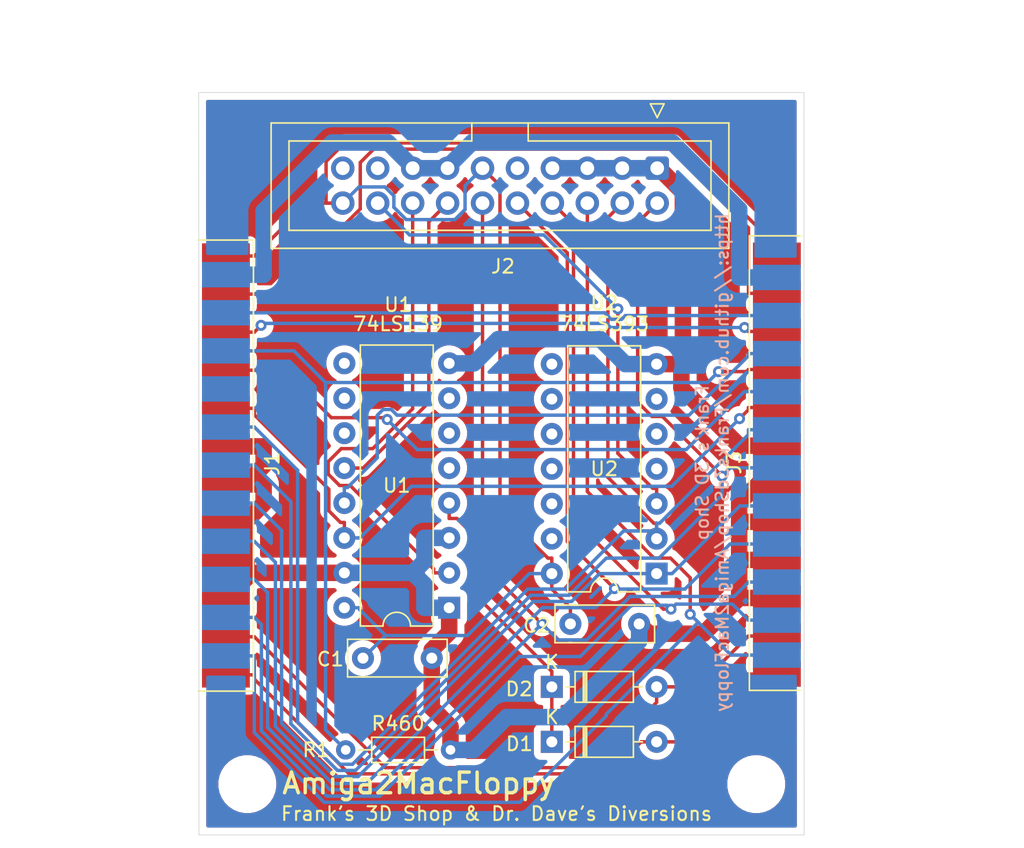
<source format=kicad_pcb>
(kicad_pcb (version 20171130) (host pcbnew "(5.1.9)-1")

  (general
    (thickness 1.6)
    (drawings 7)
    (tracks 353)
    (zones 0)
    (modules 12)
    (nets 43)
  )

  (page USLetter)
  (title_block
    (title "Amiga to Mac Floppy Adapter")
    (date 2021-05-02)
    (rev 1.0)
    (company "Frank's 3D Shop")
    (comment 1 "Idea from Dr. Dave Diversions")
  )

  (layers
    (0 F.Cu signal)
    (31 B.Cu signal)
    (32 B.Adhes user)
    (33 F.Adhes user)
    (34 B.Paste user)
    (35 F.Paste user)
    (36 B.SilkS user)
    (37 F.SilkS user)
    (38 B.Mask user)
    (39 F.Mask user)
    (40 Dwgs.User user)
    (41 Cmts.User user)
    (42 Eco1.User user)
    (43 Eco2.User user)
    (44 Edge.Cuts user)
    (45 Margin user)
    (46 B.CrtYd user)
    (47 F.CrtYd user)
    (48 B.Fab user)
    (49 F.Fab user)
  )

  (setup
    (last_trace_width 0.25)
    (trace_clearance 0.2)
    (zone_clearance 0.508)
    (zone_45_only no)
    (trace_min 0.2)
    (via_size 0.8)
    (via_drill 0.4)
    (via_min_size 0.4)
    (via_min_drill 0.3)
    (uvia_size 0.3)
    (uvia_drill 0.1)
    (uvias_allowed no)
    (uvia_min_size 0.2)
    (uvia_min_drill 0.1)
    (edge_width 0.05)
    (segment_width 0.2)
    (pcb_text_width 0.3)
    (pcb_text_size 1.5 1.5)
    (mod_edge_width 0.12)
    (mod_text_size 1 1)
    (mod_text_width 0.15)
    (pad_size 1.6 1.6)
    (pad_drill 0.8)
    (pad_to_mask_clearance 0)
    (aux_axis_origin 15.92072 15.24508)
    (grid_origin 116.46776 77.69296)
    (visible_elements 7FFFFFFF)
    (pcbplotparams
      (layerselection 0x010fc_ffffffff)
      (usegerberextensions false)
      (usegerberattributes true)
      (usegerberadvancedattributes true)
      (creategerberjobfile true)
      (excludeedgelayer true)
      (linewidth 0.100000)
      (plotframeref false)
      (viasonmask false)
      (mode 1)
      (useauxorigin false)
      (hpglpennumber 1)
      (hpglpenspeed 20)
      (hpglpendiameter 15.000000)
      (psnegative false)
      (psa4output false)
      (plotreference true)
      (plotvalue true)
      (plotinvisibletext false)
      (padsonsilk false)
      (subtractmaskfromsilk false)
      (outputformat 1)
      (mirror false)
      (drillshape 0)
      (scaleselection 1)
      (outputdirectory "Gerber/"))
  )

  (net 0 "")
  (net 1 GND)
  (net 2 +12V)
  (net 3 _INDEX)
  (net 4 _SEL1)
  (net 5 _SEL3)
  (net 6 DIR)
  (net 7 _DKWD)
  (net 8 _DKWE)
  (net 9 _CHNG)
  (net 10 _DRES)
  (net 11 _SEL2)
  (net 12 WR)
  (net 13 RD)
  (net 14 "Net-(J1-Pad20)")
  (net 15 "Net-(J2-Pad19)")
  (net 16 "Net-(J2-Pad17)")
  (net 17 "Net-(J2-Pad9)")
  (net 18 "Net-(U1-Pad7)")
  (net 19 "Net-(U1-Pad6)")
  (net 20 "Net-(U1-Pad5)")
  (net 21 "Net-(U1-Pad11)")
  (net 22 "Net-(U1-Pad10)")
  (net 23 "Net-(U1-Pad9)")
  (net 24 "Net-(U2-Pad13)")
  (net 25 "Net-(U2-Pad6)")
  (net 26 "Net-(U2-Pad12)")
  (net 27 "Net-(U2-Pad5)")
  (net 28 "Net-(U2-Pad11)")
  (net 29 "Net-(U2-Pad4)")
  (net 30 "Net-(U2-Pad10)")
  (net 31 "Net-(U2-Pad9)")
  (net 32 "Net-(U2-Pad8)")
  (net 33 _RDY)
  (net 34 _DKRD)
  (net 35 _MTRXD)
  (net 36 PWM)
  (net 37 PH0)
  (net 38 SEL)
  (net 39 PH3)
  (net 40 PH2)
  (net 41 _ENABLE)
  (net 42 "Net-(D1-Pad1)")

  (net_class Default "This is the default net class."
    (clearance 0.2)
    (trace_width 0.25)
    (via_dia 0.8)
    (via_drill 0.4)
    (uvia_dia 0.3)
    (uvia_drill 0.1)
    (add_net DIR)
    (add_net "Net-(D1-Pad1)")
    (add_net "Net-(J1-Pad20)")
    (add_net "Net-(J2-Pad17)")
    (add_net "Net-(J2-Pad19)")
    (add_net "Net-(J2-Pad9)")
    (add_net "Net-(U1-Pad10)")
    (add_net "Net-(U1-Pad11)")
    (add_net "Net-(U1-Pad5)")
    (add_net "Net-(U1-Pad6)")
    (add_net "Net-(U1-Pad7)")
    (add_net "Net-(U1-Pad9)")
    (add_net "Net-(U2-Pad10)")
    (add_net "Net-(U2-Pad11)")
    (add_net "Net-(U2-Pad12)")
    (add_net "Net-(U2-Pad13)")
    (add_net "Net-(U2-Pad4)")
    (add_net "Net-(U2-Pad5)")
    (add_net "Net-(U2-Pad6)")
    (add_net "Net-(U2-Pad8)")
    (add_net "Net-(U2-Pad9)")
    (add_net PH0)
    (add_net PH2)
    (add_net PH3)
    (add_net PWM)
    (add_net RD)
    (add_net SEL)
    (add_net WR)
    (add_net _CHNG)
    (add_net _DKRD)
    (add_net _DKWD)
    (add_net _DKWE)
    (add_net _DRES)
    (add_net _ENABLE)
    (add_net _INDEX)
    (add_net _MTRXD)
    (add_net _RDY)
    (add_net _SEL1)
    (add_net _SEL2)
    (add_net _SEL3)
  )

  (net_class Power ""
    (clearance 0.4)
    (trace_width 1.2)
    (via_dia 0.8)
    (via_drill 0.4)
    (uvia_dia 0.3)
    (uvia_drill 0.1)
    (add_net +12V)
    (add_net GND)
  )

  (module Diode_THT:D_DO-35_SOD27_P7.62mm_Horizontal (layer F.Cu) (tedit 5AE50CD5) (tstamp 60A28AD7)
    (at 142.138 120.923)
    (descr "Diode, DO-35_SOD27 series, Axial, Horizontal, pin pitch=7.62mm, , length*diameter=4*2mm^2, , http://www.diodes.com/_files/packages/DO-35.pdf")
    (tags "Diode DO-35_SOD27 series Axial Horizontal pin pitch 7.62mm  length 4mm diameter 2mm")
    (path /60A29901)
    (fp_text reference D2 (at -2.38 0.16) (layer F.SilkS)
      (effects (font (size 1 1) (thickness 0.15)))
    )
    (fp_text value 1N4148 (at 3.81 2.12) (layer F.Fab)
      (effects (font (size 1 1) (thickness 0.15)))
    )
    (fp_line (start 8.67 -1.25) (end -1.05 -1.25) (layer F.CrtYd) (width 0.05))
    (fp_line (start 8.67 1.25) (end 8.67 -1.25) (layer F.CrtYd) (width 0.05))
    (fp_line (start -1.05 1.25) (end 8.67 1.25) (layer F.CrtYd) (width 0.05))
    (fp_line (start -1.05 -1.25) (end -1.05 1.25) (layer F.CrtYd) (width 0.05))
    (fp_line (start 2.29 -1.12) (end 2.29 1.12) (layer F.SilkS) (width 0.12))
    (fp_line (start 2.53 -1.12) (end 2.53 1.12) (layer F.SilkS) (width 0.12))
    (fp_line (start 2.41 -1.12) (end 2.41 1.12) (layer F.SilkS) (width 0.12))
    (fp_line (start 6.58 0) (end 5.93 0) (layer F.SilkS) (width 0.12))
    (fp_line (start 1.04 0) (end 1.69 0) (layer F.SilkS) (width 0.12))
    (fp_line (start 5.93 -1.12) (end 1.69 -1.12) (layer F.SilkS) (width 0.12))
    (fp_line (start 5.93 1.12) (end 5.93 -1.12) (layer F.SilkS) (width 0.12))
    (fp_line (start 1.69 1.12) (end 5.93 1.12) (layer F.SilkS) (width 0.12))
    (fp_line (start 1.69 -1.12) (end 1.69 1.12) (layer F.SilkS) (width 0.12))
    (fp_line (start 2.31 -1) (end 2.31 1) (layer F.Fab) (width 0.1))
    (fp_line (start 2.51 -1) (end 2.51 1) (layer F.Fab) (width 0.1))
    (fp_line (start 2.41 -1) (end 2.41 1) (layer F.Fab) (width 0.1))
    (fp_line (start 7.62 0) (end 5.81 0) (layer F.Fab) (width 0.1))
    (fp_line (start 0 0) (end 1.81 0) (layer F.Fab) (width 0.1))
    (fp_line (start 5.81 -1) (end 1.81 -1) (layer F.Fab) (width 0.1))
    (fp_line (start 5.81 1) (end 5.81 -1) (layer F.Fab) (width 0.1))
    (fp_line (start 1.81 1) (end 5.81 1) (layer F.Fab) (width 0.1))
    (fp_line (start 1.81 -1) (end 1.81 1) (layer F.Fab) (width 0.1))
    (fp_text user K (at 0 -1.8) (layer F.SilkS)
      (effects (font (size 1 1) (thickness 0.15)))
    )
    (fp_text user K (at 0 -1.8) (layer F.Fab)
      (effects (font (size 1 1) (thickness 0.15)))
    )
    (fp_text user %R (at 4.11 0) (layer F.Fab)
      (effects (font (size 0.8 0.8) (thickness 0.12)))
    )
    (pad 2 thru_hole oval (at 7.62 0) (size 1.6 1.6) (drill 0.8) (layers *.Cu *.Mask)
      (net 34 _DKRD))
    (pad 1 thru_hole rect (at 0 0) (size 1.6 1.6) (drill 0.8) (layers *.Cu *.Mask)
      (net 42 "Net-(D1-Pad1)"))
    (model ${KISYS3DMOD}/Diode_THT.3dshapes/D_DO-35_SOD27_P7.62mm_Horizontal.wrl
      (at (xyz 0 0 0))
      (scale (xyz 1 1 1))
      (rotate (xyz 0 0 0))
    )
  )

  (module Diode_THT:D_DO-35_SOD27_P7.62mm_Horizontal (layer F.Cu) (tedit 5AE50CD5) (tstamp 60A2914F)
    (at 142.138 124.923)
    (descr "Diode, DO-35_SOD27 series, Axial, Horizontal, pin pitch=7.62mm, , length*diameter=4*2mm^2, , http://www.diodes.com/_files/packages/DO-35.pdf")
    (tags "Diode DO-35_SOD27 series Axial Horizontal pin pitch 7.62mm  length 4mm diameter 2mm")
    (path /60A31E2A)
    (fp_text reference D1 (at -2.36 0.15) (layer F.SilkS)
      (effects (font (size 1 1) (thickness 0.15)))
    )
    (fp_text value 1N4148 (at 3.81 2.12) (layer F.Fab)
      (effects (font (size 1 1) (thickness 0.15)))
    )
    (fp_line (start 8.67 -1.25) (end -1.05 -1.25) (layer F.CrtYd) (width 0.05))
    (fp_line (start 8.67 1.25) (end 8.67 -1.25) (layer F.CrtYd) (width 0.05))
    (fp_line (start -1.05 1.25) (end 8.67 1.25) (layer F.CrtYd) (width 0.05))
    (fp_line (start -1.05 -1.25) (end -1.05 1.25) (layer F.CrtYd) (width 0.05))
    (fp_line (start 2.29 -1.12) (end 2.29 1.12) (layer F.SilkS) (width 0.12))
    (fp_line (start 2.53 -1.12) (end 2.53 1.12) (layer F.SilkS) (width 0.12))
    (fp_line (start 2.41 -1.12) (end 2.41 1.12) (layer F.SilkS) (width 0.12))
    (fp_line (start 6.58 0) (end 5.93 0) (layer F.SilkS) (width 0.12))
    (fp_line (start 1.04 0) (end 1.69 0) (layer F.SilkS) (width 0.12))
    (fp_line (start 5.93 -1.12) (end 1.69 -1.12) (layer F.SilkS) (width 0.12))
    (fp_line (start 5.93 1.12) (end 5.93 -1.12) (layer F.SilkS) (width 0.12))
    (fp_line (start 1.69 1.12) (end 5.93 1.12) (layer F.SilkS) (width 0.12))
    (fp_line (start 1.69 -1.12) (end 1.69 1.12) (layer F.SilkS) (width 0.12))
    (fp_line (start 2.31 -1) (end 2.31 1) (layer F.Fab) (width 0.1))
    (fp_line (start 2.51 -1) (end 2.51 1) (layer F.Fab) (width 0.1))
    (fp_line (start 2.41 -1) (end 2.41 1) (layer F.Fab) (width 0.1))
    (fp_line (start 7.62 0) (end 5.81 0) (layer F.Fab) (width 0.1))
    (fp_line (start 0 0) (end 1.81 0) (layer F.Fab) (width 0.1))
    (fp_line (start 5.81 -1) (end 1.81 -1) (layer F.Fab) (width 0.1))
    (fp_line (start 5.81 1) (end 5.81 -1) (layer F.Fab) (width 0.1))
    (fp_line (start 1.81 1) (end 5.81 1) (layer F.Fab) (width 0.1))
    (fp_line (start 1.81 -1) (end 1.81 1) (layer F.Fab) (width 0.1))
    (fp_text user K (at 0 -1.8) (layer F.SilkS)
      (effects (font (size 1 1) (thickness 0.15)))
    )
    (fp_text user K (at 0 -1.8) (layer F.Fab)
      (effects (font (size 1 1) (thickness 0.15)))
    )
    (pad 2 thru_hole oval (at 7.62 0) (size 1.6 1.6) (drill 0.8) (layers *.Cu *.Mask)
      (net 33 _RDY))
    (pad 1 thru_hole rect (at 0 0) (size 1.6 1.6) (drill 0.8) (layers *.Cu *.Mask)
      (net 42 "Net-(D1-Pad1)"))
    (model ${KISYS3DMOD}/Diode_THT.3dshapes/D_DO-35_SOD27_P7.62mm_Horizontal.wrl
      (at (xyz 0 0 0))
      (scale (xyz 1 1 1))
      (rotate (xyz 0 0 0))
    )
  )

  (module Capacitor_THT:C_Disc_D7.0mm_W2.5mm_P5.00mm (layer F.Cu) (tedit 5AE50EF0) (tstamp 60A1F3A9)
    (at 128.408 118.833)
    (descr "C, Disc series, Radial, pin pitch=5.00mm, , diameter*width=7*2.5mm^2, Capacitor, http://cdn-reichelt.de/documents/datenblatt/B300/DS_KERKO_TC.pdf")
    (tags "C Disc series Radial pin pitch 5.00mm  diameter 7mm width 2.5mm Capacitor")
    (path /608D3DC0)
    (fp_text reference C1 (at -2.37024 0.07996) (layer F.SilkS)
      (effects (font (size 1 1) (thickness 0.15)))
    )
    (fp_text value 100nF (at 2.5 2.5) (layer F.Fab)
      (effects (font (size 1 1) (thickness 0.15)))
    )
    (fp_line (start 6.25 -1.5) (end -1.25 -1.5) (layer F.CrtYd) (width 0.05))
    (fp_line (start 6.25 1.5) (end 6.25 -1.5) (layer F.CrtYd) (width 0.05))
    (fp_line (start -1.25 1.5) (end 6.25 1.5) (layer F.CrtYd) (width 0.05))
    (fp_line (start -1.25 -1.5) (end -1.25 1.5) (layer F.CrtYd) (width 0.05))
    (fp_line (start 6.12 -1.37) (end 6.12 1.37) (layer F.SilkS) (width 0.12))
    (fp_line (start -1.12 -1.37) (end -1.12 1.37) (layer F.SilkS) (width 0.12))
    (fp_line (start -1.12 1.37) (end 6.12 1.37) (layer F.SilkS) (width 0.12))
    (fp_line (start -1.12 -1.37) (end 6.12 -1.37) (layer F.SilkS) (width 0.12))
    (fp_line (start 6 -1.25) (end -1 -1.25) (layer F.Fab) (width 0.1))
    (fp_line (start 6 1.25) (end 6 -1.25) (layer F.Fab) (width 0.1))
    (fp_line (start -1 1.25) (end 6 1.25) (layer F.Fab) (width 0.1))
    (fp_line (start -1 -1.25) (end -1 1.25) (layer F.Fab) (width 0.1))
    (fp_text user %R (at 2.5 0) (layer F.Fab)
      (effects (font (size 1 1) (thickness 0.15)))
    )
    (pad 2 thru_hole circle (at 5 0) (size 1.6 1.6) (drill 0.8) (layers *.Cu *.Mask)
      (net 1 GND))
    (pad 1 thru_hole circle (at 0 0) (size 1.6 1.6) (drill 0.8) (layers *.Cu *.Mask)
      (net 36 PWM))
    (model ${KISYS3DMOD}/Capacitor_THT.3dshapes/C_Disc_D7.0mm_W2.5mm_P5.00mm.wrl
      (at (xyz 0 0 0))
      (scale (xyz 1 1 1))
      (rotate (xyz 0 0 0))
    )
  )

  (module Capacitor_THT:C_Disc_D7.0mm_W2.5mm_P5.00mm (layer F.Cu) (tedit 5AE50EF0) (tstamp 60A1F373)
    (at 143.488 116.343)
    (descr "C, Disc series, Radial, pin pitch=5.00mm, , diameter*width=7*2.5mm^2, Capacitor, http://cdn-reichelt.de/documents/datenblatt/B300/DS_KERKO_TC.pdf")
    (tags "C Disc series Radial pin pitch 5.00mm  diameter 7mm width 2.5mm Capacitor")
    (path /6092A708)
    (fp_text reference C2 (at -2.45024 0.11996) (layer F.SilkS)
      (effects (font (size 1 1) (thickness 0.15)))
    )
    (fp_text value 100nF (at 2.5 2.5) (layer F.Fab)
      (effects (font (size 1 1) (thickness 0.15)))
    )
    (fp_line (start 6.25 -1.5) (end -1.25 -1.5) (layer F.CrtYd) (width 0.05))
    (fp_line (start 6.25 1.5) (end 6.25 -1.5) (layer F.CrtYd) (width 0.05))
    (fp_line (start -1.25 1.5) (end 6.25 1.5) (layer F.CrtYd) (width 0.05))
    (fp_line (start -1.25 -1.5) (end -1.25 1.5) (layer F.CrtYd) (width 0.05))
    (fp_line (start 6.12 -1.37) (end 6.12 1.37) (layer F.SilkS) (width 0.12))
    (fp_line (start -1.12 -1.37) (end -1.12 1.37) (layer F.SilkS) (width 0.12))
    (fp_line (start -1.12 1.37) (end 6.12 1.37) (layer F.SilkS) (width 0.12))
    (fp_line (start -1.12 -1.37) (end 6.12 -1.37) (layer F.SilkS) (width 0.12))
    (fp_line (start 6 -1.25) (end -1 -1.25) (layer F.Fab) (width 0.1))
    (fp_line (start 6 1.25) (end 6 -1.25) (layer F.Fab) (width 0.1))
    (fp_line (start -1 1.25) (end 6 1.25) (layer F.Fab) (width 0.1))
    (fp_line (start -1 -1.25) (end -1 1.25) (layer F.Fab) (width 0.1))
    (fp_text user %R (at 2.5 0) (layer F.Fab)
      (effects (font (size 1 1) (thickness 0.15)))
    )
    (pad 2 thru_hole circle (at 5 0) (size 1.6 1.6) (drill 0.8) (layers *.Cu *.Mask)
      (net 1 GND))
    (pad 1 thru_hole circle (at 0 0) (size 1.6 1.6) (drill 0.8) (layers *.Cu *.Mask)
      (net 36 PWM))
    (model ${KISYS3DMOD}/Capacitor_THT.3dshapes/C_Disc_D7.0mm_W2.5mm_P5.00mm.wrl
      (at (xyz 0 0 0))
      (scale (xyz 1 1 1))
      (rotate (xyz 0 0 0))
    )
  )

  (module MountingHole:MountingHole_3.2mm_M3_DIN965 locked (layer F.Cu) (tedit 56D1B4CB) (tstamp 608F5BE2)
    (at 157 128)
    (descr "Mounting Hole 3.2mm, no annular, M3, DIN965")
    (tags "mounting hole 3.2mm no annular m3 din965")
    (attr virtual)
    (fp_text reference Hole2 (at 0 -3.8) (layer F.SilkS) hide
      (effects (font (size 1 1) (thickness 0.15)))
    )
    (fp_text value MountingHole_3.2mm_M3_DIN965 (at 0 3.8) (layer F.Fab)
      (effects (font (size 1 1) (thickness 0.15)))
    )
    (fp_circle (center 0 0) (end 2.8 0) (layer Cmts.User) (width 0.15))
    (fp_circle (center 0 0) (end 3.05 0) (layer F.CrtYd) (width 0.05))
    (fp_text user %R (at 0.3 0) (layer F.Fab)
      (effects (font (size 1 1) (thickness 0.15)))
    )
    (pad 1 np_thru_hole circle (at 0 0) (size 3.2 3.2) (drill 3.2) (layers *.Cu *.Mask))
  )

  (module A-Max:DSUB-23_Female_EdgeMount_P2.77mm (layer F.Cu) (tedit 608BFE00) (tstamp 608F5D7A)
    (at 118.444 104.7 270)
    (descr "25-pin D-Sub connector, solder-cups edge-mounted, female, x-pin-pitch 2.77mm, distance of mounting holes 47.1mm, see https://disti-assets.s3.amazonaws.com/tonar/files/datasheets/16730.pdf")
    (tags "25-pin D-Sub connector edge mount solder cup female x-pin-pitch 2.77mm mounting holes distance 47.1mm")
    (path /608E5C01)
    (attr smd)
    (fp_text reference J1 (at -21.2141 -0.3251 270) (layer F.SilkS) hide
      (effects (font (size 1 1) (thickness 0.15)))
    )
    (fp_text value DB23F (at 0 16.86 270) (layer F.Fab) hide
      (effects (font (size 1 1) (thickness 0.15)))
    )
    (fp_line (start 14.774 -0.91) (end 14.774 1.99) (layer F.Fab) (width 0.1))
    (fp_line (start 14.774 1.99) (end 15.974 1.99) (layer F.Fab) (width 0.1))
    (fp_line (start 15.974 1.99) (end 15.974 -0.91) (layer F.Fab) (width 0.1))
    (fp_line (start 15.974 -0.91) (end 14.774 -0.91) (layer F.Fab) (width 0.1))
    (fp_line (start 12.004 -0.91) (end 12.004 1.99) (layer F.Fab) (width 0.1))
    (fp_line (start 12.004 1.99) (end 13.204 1.99) (layer F.Fab) (width 0.1))
    (fp_line (start 13.204 1.99) (end 13.204 -0.91) (layer F.Fab) (width 0.1))
    (fp_line (start 13.204 -0.91) (end 12.004 -0.91) (layer F.Fab) (width 0.1))
    (fp_line (start 9.234 -0.91) (end 9.234 1.99) (layer F.Fab) (width 0.1))
    (fp_line (start 9.234 1.99) (end 10.434 1.99) (layer F.Fab) (width 0.1))
    (fp_line (start 10.434 1.99) (end 10.434 -0.91) (layer F.Fab) (width 0.1))
    (fp_line (start 10.434 -0.91) (end 9.234 -0.91) (layer F.Fab) (width 0.1))
    (fp_line (start 6.464 -0.91) (end 6.464 1.99) (layer F.Fab) (width 0.1))
    (fp_line (start 6.464 1.99) (end 7.664 1.99) (layer F.Fab) (width 0.1))
    (fp_line (start 7.664 1.99) (end 7.664 -0.91) (layer F.Fab) (width 0.1))
    (fp_line (start 7.664 -0.91) (end 6.464 -0.91) (layer F.Fab) (width 0.1))
    (fp_line (start 3.694 -0.91) (end 3.694 1.99) (layer F.Fab) (width 0.1))
    (fp_line (start 3.694 1.99) (end 4.894 1.99) (layer F.Fab) (width 0.1))
    (fp_line (start 4.894 1.99) (end 4.894 -0.91) (layer F.Fab) (width 0.1))
    (fp_line (start 4.894 -0.91) (end 3.694 -0.91) (layer F.Fab) (width 0.1))
    (fp_line (start 0.924 -0.91) (end 0.924 1.99) (layer F.Fab) (width 0.1))
    (fp_line (start 0.924 1.99) (end 2.124 1.99) (layer F.Fab) (width 0.1))
    (fp_line (start 2.124 1.99) (end 2.124 -0.91) (layer F.Fab) (width 0.1))
    (fp_line (start 2.124 -0.91) (end 0.924 -0.91) (layer F.Fab) (width 0.1))
    (fp_line (start -1.846 -0.91) (end -1.846 1.99) (layer F.Fab) (width 0.1))
    (fp_line (start -1.846 1.99) (end -0.646 1.99) (layer F.Fab) (width 0.1))
    (fp_line (start -0.646 1.99) (end -0.646 -0.91) (layer F.Fab) (width 0.1))
    (fp_line (start -0.646 -0.91) (end -1.846 -0.91) (layer F.Fab) (width 0.1))
    (fp_line (start -4.616 -0.91) (end -4.616 1.99) (layer F.Fab) (width 0.1))
    (fp_line (start -4.616 1.99) (end -3.416 1.99) (layer F.Fab) (width 0.1))
    (fp_line (start -3.416 1.99) (end -3.416 -0.91) (layer F.Fab) (width 0.1))
    (fp_line (start -3.416 -0.91) (end -4.616 -0.91) (layer F.Fab) (width 0.1))
    (fp_line (start -7.386 -0.91) (end -7.386 1.99) (layer F.Fab) (width 0.1))
    (fp_line (start -7.386 1.99) (end -6.186 1.99) (layer F.Fab) (width 0.1))
    (fp_line (start -6.186 1.99) (end -6.186 -0.91) (layer F.Fab) (width 0.1))
    (fp_line (start -6.186 -0.91) (end -7.386 -0.91) (layer F.Fab) (width 0.1))
    (fp_line (start -10.156 -0.91) (end -10.156 1.99) (layer F.Fab) (width 0.1))
    (fp_line (start -10.156 1.99) (end -8.956 1.99) (layer F.Fab) (width 0.1))
    (fp_line (start -8.956 1.99) (end -8.956 -0.91) (layer F.Fab) (width 0.1))
    (fp_line (start -8.956 -0.91) (end -10.156 -0.91) (layer F.Fab) (width 0.1))
    (fp_line (start -12.926 -0.91) (end -12.926 1.99) (layer F.Fab) (width 0.1))
    (fp_line (start -12.926 1.99) (end -11.726 1.99) (layer F.Fab) (width 0.1))
    (fp_line (start -11.726 1.99) (end -11.726 -0.91) (layer F.Fab) (width 0.1))
    (fp_line (start -11.726 -0.91) (end -12.926 -0.91) (layer F.Fab) (width 0.1))
    (fp_line (start -15.696 -0.91) (end -15.696 1.99) (layer F.Fab) (width 0.1))
    (fp_line (start -15.696 1.99) (end -14.496 1.99) (layer F.Fab) (width 0.1))
    (fp_line (start -14.496 1.99) (end -14.496 -0.91) (layer F.Fab) (width 0.1))
    (fp_line (start -14.496 -0.91) (end -15.696 -0.91) (layer F.Fab) (width 0.1))
    (fp_line (start 16.159 -0.91) (end 16.159 1.99) (layer B.Fab) (width 0.1))
    (fp_line (start 16.159 1.99) (end 17.359 1.99) (layer B.Fab) (width 0.1))
    (fp_line (start 17.359 1.99) (end 17.359 -0.91) (layer B.Fab) (width 0.1))
    (fp_line (start 17.359 -0.91) (end 16.159 -0.91) (layer B.Fab) (width 0.1))
    (fp_line (start 13.389 -0.91) (end 13.389 1.99) (layer B.Fab) (width 0.1))
    (fp_line (start 13.389 1.99) (end 14.589 1.99) (layer B.Fab) (width 0.1))
    (fp_line (start 14.589 1.99) (end 14.589 -0.91) (layer B.Fab) (width 0.1))
    (fp_line (start 14.589 -0.91) (end 13.389 -0.91) (layer B.Fab) (width 0.1))
    (fp_line (start 10.619 -0.91) (end 10.619 1.99) (layer B.Fab) (width 0.1))
    (fp_line (start 10.619 1.99) (end 11.819 1.99) (layer B.Fab) (width 0.1))
    (fp_line (start 11.819 1.99) (end 11.819 -0.91) (layer B.Fab) (width 0.1))
    (fp_line (start 11.819 -0.91) (end 10.619 -0.91) (layer B.Fab) (width 0.1))
    (fp_line (start 7.849 -0.91) (end 7.849 1.99) (layer B.Fab) (width 0.1))
    (fp_line (start 7.849 1.99) (end 9.049 1.99) (layer B.Fab) (width 0.1))
    (fp_line (start 9.049 1.99) (end 9.049 -0.91) (layer B.Fab) (width 0.1))
    (fp_line (start 9.049 -0.91) (end 7.849 -0.91) (layer B.Fab) (width 0.1))
    (fp_line (start 5.079 -0.91) (end 5.079 1.99) (layer B.Fab) (width 0.1))
    (fp_line (start 5.079 1.99) (end 6.279 1.99) (layer B.Fab) (width 0.1))
    (fp_line (start 6.279 1.99) (end 6.279 -0.91) (layer B.Fab) (width 0.1))
    (fp_line (start 6.279 -0.91) (end 5.079 -0.91) (layer B.Fab) (width 0.1))
    (fp_line (start 2.309 -0.91) (end 2.309 1.99) (layer B.Fab) (width 0.1))
    (fp_line (start 2.309 1.99) (end 3.509 1.99) (layer B.Fab) (width 0.1))
    (fp_line (start 3.509 1.99) (end 3.509 -0.91) (layer B.Fab) (width 0.1))
    (fp_line (start 3.509 -0.91) (end 2.309 -0.91) (layer B.Fab) (width 0.1))
    (fp_line (start -0.461 -0.91) (end -0.461 1.99) (layer B.Fab) (width 0.1))
    (fp_line (start -0.461 1.99) (end 0.739 1.99) (layer B.Fab) (width 0.1))
    (fp_line (start 0.739 1.99) (end 0.739 -0.91) (layer B.Fab) (width 0.1))
    (fp_line (start 0.739 -0.91) (end -0.461 -0.91) (layer B.Fab) (width 0.1))
    (fp_line (start -3.231 -0.91) (end -3.231 1.99) (layer B.Fab) (width 0.1))
    (fp_line (start -3.231 1.99) (end -2.031 1.99) (layer B.Fab) (width 0.1))
    (fp_line (start -2.031 1.99) (end -2.031 -0.91) (layer B.Fab) (width 0.1))
    (fp_line (start -2.031 -0.91) (end -3.231 -0.91) (layer B.Fab) (width 0.1))
    (fp_line (start -6.001 -0.91) (end -6.001 1.99) (layer B.Fab) (width 0.1))
    (fp_line (start -6.001 1.99) (end -4.801 1.99) (layer B.Fab) (width 0.1))
    (fp_line (start -4.801 1.99) (end -4.801 -0.91) (layer B.Fab) (width 0.1))
    (fp_line (start -4.801 -0.91) (end -6.001 -0.91) (layer B.Fab) (width 0.1))
    (fp_line (start -8.771 -0.91) (end -8.771 1.99) (layer B.Fab) (width 0.1))
    (fp_line (start -8.771 1.99) (end -7.571 1.99) (layer B.Fab) (width 0.1))
    (fp_line (start -7.571 1.99) (end -7.571 -0.91) (layer B.Fab) (width 0.1))
    (fp_line (start -7.571 -0.91) (end -8.771 -0.91) (layer B.Fab) (width 0.1))
    (fp_line (start -11.541 -0.91) (end -11.541 1.99) (layer B.Fab) (width 0.1))
    (fp_line (start -11.541 1.99) (end -10.341 1.99) (layer B.Fab) (width 0.1))
    (fp_line (start -10.341 1.99) (end -10.341 -0.91) (layer B.Fab) (width 0.1))
    (fp_line (start -10.341 -0.91) (end -11.541 -0.91) (layer B.Fab) (width 0.1))
    (fp_line (start -14.311 -0.91) (end -14.311 1.99) (layer B.Fab) (width 0.1))
    (fp_line (start -14.311 1.99) (end -13.111 1.99) (layer B.Fab) (width 0.1))
    (fp_line (start -13.111 1.99) (end -13.111 -0.91) (layer B.Fab) (width 0.1))
    (fp_line (start -13.111 -0.91) (end -14.311 -0.91) (layer B.Fab) (width 0.1))
    (fp_line (start -17.026 1.99) (end -17.026 4.79) (layer F.Fab) (width 0.1))
    (fp_line (start -17.026 4.79) (end 18.28 4.79) (layer F.Fab) (width 0.1))
    (fp_line (start 17.28 4.79) (end 17.28 1.99) (layer F.Fab) (width 0.1))
    (fp_line (start 17.28 1.99) (end -17.026 1.99) (layer F.Fab) (width 0.1))
    (fp_line (start -18.026 4.79) (end -18.026 9.29) (layer F.Fab) (width 0.1))
    (fp_line (start -18.026 9.29) (end 21.074 9.29) (layer F.Fab) (width 0.1))
    (fp_line (start 18.28 9.29) (end 18.28 4.79) (layer F.Fab) (width 0.1))
    (fp_line (start 18.28 4.79) (end -18.026 4.79) (layer F.Fab) (width 0.1))
    (fp_line (start -25.026 9.29) (end -25.026 9.69) (layer F.Fab) (width 0.1))
    (fp_line (start -25.026 9.69) (end 25.28 9.69) (layer F.Fab) (width 0.1))
    (fp_line (start 25.28 9.69) (end 25.28 9.29) (layer F.Fab) (width 0.1))
    (fp_line (start 25.28 9.29) (end -25.026 9.29) (layer F.Fab) (width 0.1))
    (fp_line (start -17.626 9.69) (end -17.626 15.86) (layer F.Fab) (width 0.1))
    (fp_line (start -17.626 15.86) (end 17.88 15.86) (layer F.Fab) (width 0.1))
    (fp_line (start 17.88 15.86) (end 17.88 9.69) (layer F.Fab) (width 0.1))
    (fp_line (start 20.674 9.69) (end -17.626 9.69) (layer F.Fab) (width 0.1))
    (fp_line (start -16.526 -2.25) (end 16.78 -2.25) (layer F.CrtYd) (width 0.05))
    (fp_line (start 16.78 -2.25) (end 16.78 1.5) (layer F.CrtYd) (width 0.05))
    (fp_line (start 16.78 1.5) (end 17.78 1.5) (layer F.CrtYd) (width 0.05))
    (fp_line (start 17.78 1.5) (end 17.78 4.3) (layer F.CrtYd) (width 0.05))
    (fp_line (start 17.78 4.3) (end 18.78 4.3) (layer F.CrtYd) (width 0.05))
    (fp_line (start 18.78 4.3) (end 18.78 8.8) (layer F.CrtYd) (width 0.05))
    (fp_line (start 18.78 8.8) (end 25.78 8.8) (layer F.CrtYd) (width 0.05))
    (fp_line (start 25.78 8.8) (end 25.78 10.2) (layer F.CrtYd) (width 0.05))
    (fp_line (start 25.78 10.2) (end 18.38 10.2) (layer F.CrtYd) (width 0.05))
    (fp_line (start 18.38 10.2) (end 18.38 16.4) (layer F.CrtYd) (width 0.05))
    (fp_line (start 18.38 16.4) (end -18.126 16.4) (layer F.CrtYd) (width 0.05))
    (fp_line (start -18.126 16.4) (end -18.126 10.2) (layer F.CrtYd) (width 0.05))
    (fp_line (start -18.126 10.2) (end -25.654 10.2) (layer F.CrtYd) (width 0.05))
    (fp_line (start -25.654 10.2) (end -25.654 8.8) (layer F.CrtYd) (width 0.05))
    (fp_line (start -25.654 8.8) (end -18.526 8.8) (layer F.CrtYd) (width 0.05))
    (fp_line (start -18.526 8.8) (end -18.526 4.3) (layer F.CrtYd) (width 0.05))
    (fp_line (start -18.526 4.3) (end -17.526 4.3) (layer F.CrtYd) (width 0.05))
    (fp_line (start -17.526 4.3) (end -17.526 1.5) (layer F.CrtYd) (width 0.05))
    (fp_line (start -17.526 1.5) (end -16.526 1.5) (layer F.CrtYd) (width 0.05))
    (fp_line (start -16.526 1.5) (end -16.526 -2.25) (layer F.CrtYd) (width 0.05))
    (fp_line (start 16.533333 2.032) (end 16.533333 -2) (layer F.SilkS) (width 0.12))
    (fp_line (start 16.533333 -2) (end -16.279333 -2) (layer F.SilkS) (width 0.12))
    (fp_line (start -16.279333 -2) (end -16.279333 2.032) (layer F.SilkS) (width 0.12))
    (fp_line (start -25.026 1.99) (end 25.4 1.99) (layer Dwgs.User) (width 0.05))
    (fp_text user "PCB edge" (at -20.026 1.323333 270) (layer Dwgs.User) hide
      (effects (font (size 0.5 0.5) (thickness 0.075)))
    )
    (fp_text user %R (at -0.0051 -3.3731 90) (layer F.SilkS)
      (effects (font (size 1 1) (thickness 0.15)))
    )
    (pad 23 smd rect (at -13.759 0 270) (size 1.846667 3.48) (layers B.Cu B.Paste B.Mask)
      (net 2 +12V))
    (pad 22 smd rect (at -10.989 0 270) (size 1.846667 3.48) (layers B.Cu B.Paste B.Mask)
      (net 3 _INDEX))
    (pad 21 smd rect (at -8.219 0 270) (size 1.846667 3.48) (layers B.Cu B.Paste B.Mask)
      (net 11 _SEL2))
    (pad 20 smd rect (at -5.449 0 270) (size 1.846667 3.48) (layers B.Cu B.Paste B.Mask)
      (net 14 "Net-(J1-Pad20)"))
    (pad 19 smd rect (at -2.679 0 270) (size 1.846667 3.48) (layers B.Cu B.Paste B.Mask)
      (net 6 DIR))
    (pad 18 smd rect (at 0.091 0 270) (size 1.846667 3.48) (layers B.Cu B.Paste B.Mask)
      (net 37 PH0))
    (pad 17 smd rect (at 2.861 0 270) (size 1.846667 3.48) (layers B.Cu B.Paste B.Mask)
      (net 7 _DKWD))
    (pad 16 smd rect (at 5.631 0 270) (size 1.846667 3.48) (layers B.Cu B.Paste B.Mask)
      (net 8 _DKWE))
    (pad 15 smd rect (at 8.401 0 270) (size 1.846667 3.48) (layers B.Cu B.Paste B.Mask)
      (net 38 SEL))
    (pad 14 smd rect (at 11.171 0 270) (size 1.846667 3.48) (layers B.Cu B.Paste B.Mask)
      (net 39 PH3))
    (pad 13 smd rect (at 13.97 0 270) (size 1.846667 3.48) (layers B.Cu B.Paste B.Mask)
      (net 40 PH2))
    (pad 12 smd rect (at -15.12 0 270) (size 1.846667 3.48) (layers F.Cu F.Paste F.Mask)
      (net 36 PWM))
    (pad 11 smd rect (at -12.35 0 270) (size 1.846667 3.48) (layers F.Cu F.Paste F.Mask)
      (net 9 _CHNG))
    (pad 10 smd rect (at -9.58 0 270) (size 1.846667 3.48) (layers F.Cu F.Paste F.Mask)
      (net 10 _DRES))
    (pad 9 smd rect (at -6.81 0 270) (size 1.846667 3.48) (layers F.Cu F.Paste F.Mask)
      (net 5 _SEL3))
    (pad 8 smd rect (at -4.04 0 270) (size 1.846667 3.48) (layers F.Cu F.Paste F.Mask)
      (net 35 _MTRXD))
    (pad 7 smd rect (at -1.27 0 270) (size 1.846667 3.48) (layers F.Cu F.Paste F.Mask)
      (net 1 GND))
    (pad 6 smd rect (at 1.5 0 270) (size 1.846667 3.48) (layers F.Cu F.Paste F.Mask)
      (net 1 GND))
    (pad 5 smd rect (at 4.27 0 270) (size 1.846667 3.48) (layers F.Cu F.Paste F.Mask)
      (net 1 GND))
    (pad 4 smd rect (at 7.04 0 270) (size 1.846667 3.48) (layers F.Cu F.Paste F.Mask)
      (net 1 GND))
    (pad 3 smd rect (at 9.81 0 270) (size 1.846667 3.48) (layers F.Cu F.Paste F.Mask)
      (net 1 GND))
    (pad 2 smd rect (at 12.58 0 270) (size 1.846667 3.48) (layers F.Cu F.Paste F.Mask)
      (net 34 _DKRD))
    (pad 1 smd rect (at 15.35 0 270) (size 1.846667 3.48) (layers F.Cu F.Paste F.Mask)
      (net 33 _RDY))
    (model ${KISYS3DMOD}/Connector_Dsub.3dshapes/DSUB-25_Female_EdgeMount_P2.77mm.wrl
      (at (xyz 0 0 0))
      (scale (xyz 1 1 1))
      (rotate (xyz 0 0 0))
    )
  )

  (module A-Max:DSUB-23_Male_EdgeMount_P2.77mm (layer F.Cu) (tedit 608B82A0) (tstamp 608F6019)
    (at 158.5 104.9 90)
    (descr "25-pin D-Sub connector, solder-cups edge-mounted, male, x-pin-pitch 2.77mm, distance of mounting holes 47.1mm, see https://disti-assets.s3.amazonaws.com/tonar/files/datasheets/16730.pdf")
    (tags "25-pin D-Sub connector edge mount solder cup male x-pin-pitch 2.77mm mounting holes distance 47.1mm")
    (path /608ED48F)
    (attr smd)
    (fp_text reference J3 (at -19.019333 0 90) (layer F.SilkS) hide
      (effects (font (size 1 1) (thickness 0.15)))
    )
    (fp_text value DB23M (at 0 16.69 90) (layer F.Fab) hide
      (effects (font (size 1 1) (thickness 0.15)))
    )
    (fp_line (start -25.026 1.99) (end 25.4 2.032) (layer Dwgs.User) (width 0.05))
    (fp_line (start -16.279333 -2) (end -16.279333 1.74) (layer F.SilkS) (width 0.12))
    (fp_line (start 16.787333 -2) (end -16.279333 -2) (layer F.SilkS) (width 0.12))
    (fp_line (start 16.787333 1.74) (end 16.787333 -2) (layer F.SilkS) (width 0.12))
    (fp_line (start -16.526 1.5) (end -16.526 -2.25) (layer F.CrtYd) (width 0.05))
    (fp_line (start -17.526 1.5) (end -16.526 1.5) (layer F.CrtYd) (width 0.05))
    (fp_line (start -17.526 4.3) (end -17.526 1.5) (layer F.CrtYd) (width 0.05))
    (fp_line (start -18.526 4.3) (end -17.526 4.3) (layer F.CrtYd) (width 0.05))
    (fp_line (start -18.526 8.8) (end -18.526 4.3) (layer F.CrtYd) (width 0.05))
    (fp_line (start -25.526 8.8) (end -18.526 8.8) (layer F.CrtYd) (width 0.05))
    (fp_line (start -25.526 10.2) (end -25.526 8.8) (layer F.CrtYd) (width 0.05))
    (fp_line (start -18.126 10.2) (end -25.526 10.2) (layer F.CrtYd) (width 0.05))
    (fp_line (start -18.126 16.2) (end -18.126 10.2) (layer F.CrtYd) (width 0.05))
    (fp_line (start 18.634 16.2) (end -18.126 16.2) (layer F.CrtYd) (width 0.05))
    (fp_line (start 18.634 10.2) (end 18.634 16.2) (layer F.CrtYd) (width 0.05))
    (fp_line (start 26.034 10.2) (end 18.634 10.2) (layer F.CrtYd) (width 0.05))
    (fp_line (start 26.034 8.8) (end 26.034 10.2) (layer F.CrtYd) (width 0.05))
    (fp_line (start 19.034 8.8) (end 26.034 8.8) (layer F.CrtYd) (width 0.05))
    (fp_line (start 19.034 4.3) (end 19.034 8.8) (layer F.CrtYd) (width 0.05))
    (fp_line (start 18.034 4.3) (end 19.034 4.3) (layer F.CrtYd) (width 0.05))
    (fp_line (start 18.034 1.5) (end 18.034 4.3) (layer F.CrtYd) (width 0.05))
    (fp_line (start 17.034 1.5) (end 18.034 1.5) (layer F.CrtYd) (width 0.05))
    (fp_line (start 17.034 -2.25) (end 17.034 1.5) (layer F.CrtYd) (width 0.05))
    (fp_line (start -16.526 -2.25) (end 17.034 -2.25) (layer F.CrtYd) (width 0.05))
    (fp_line (start 20.674 9.69) (end -17.626 9.69) (layer F.Fab) (width 0.1))
    (fp_line (start 18.134 15.69) (end 18.134 9.69) (layer F.Fab) (width 0.1))
    (fp_line (start -17.626 15.69) (end 18.134 15.69) (layer F.Fab) (width 0.1))
    (fp_line (start -17.626 9.69) (end -17.626 15.69) (layer F.Fab) (width 0.1))
    (fp_line (start 25.534 9.29) (end -25.026 9.29) (layer F.Fab) (width 0.1))
    (fp_line (start 25.534 9.69) (end 25.534 9.29) (layer F.Fab) (width 0.1))
    (fp_line (start -25.026 9.69) (end 25.534 9.69) (layer F.Fab) (width 0.1))
    (fp_line (start -25.026 9.29) (end -25.026 9.69) (layer F.Fab) (width 0.1))
    (fp_line (start 18.534 4.79) (end -18.026 4.79) (layer F.Fab) (width 0.1))
    (fp_line (start 18.534 9.29) (end 18.534 4.79) (layer F.Fab) (width 0.1))
    (fp_line (start -18.026 9.29) (end 21.074 9.29) (layer F.Fab) (width 0.1))
    (fp_line (start -18.026 4.79) (end -18.026 9.29) (layer F.Fab) (width 0.1))
    (fp_line (start 17.534 1.99) (end -17.026 1.99) (layer F.Fab) (width 0.1))
    (fp_line (start 17.534 4.79) (end 17.534 1.99) (layer F.Fab) (width 0.1))
    (fp_line (start -17.026 4.79) (end 18.534 4.79) (layer F.Fab) (width 0.1))
    (fp_line (start -17.026 1.99) (end -17.026 4.79) (layer F.Fab) (width 0.1))
    (fp_line (start 17.359 -0.91) (end 16.159 -0.91) (layer B.Fab) (width 0.1))
    (fp_line (start 16.159 1.99) (end 17.359 1.99) (layer B.Fab) (width 0.1))
    (fp_line (start 16.159 -0.91) (end 16.159 1.99) (layer B.Fab) (width 0.1))
    (fp_line (start 14.589 -0.91) (end 13.389 -0.91) (layer B.Fab) (width 0.1))
    (fp_line (start 14.589 1.99) (end 14.589 -0.91) (layer B.Fab) (width 0.1))
    (fp_line (start 13.389 1.99) (end 14.589 1.99) (layer B.Fab) (width 0.1))
    (fp_line (start 13.389 -0.91) (end 13.389 1.99) (layer B.Fab) (width 0.1))
    (fp_line (start 11.819 -0.91) (end 10.619 -0.91) (layer B.Fab) (width 0.1))
    (fp_line (start 11.819 1.99) (end 11.819 -0.91) (layer B.Fab) (width 0.1))
    (fp_line (start 10.619 1.99) (end 11.819 1.99) (layer B.Fab) (width 0.1))
    (fp_line (start 10.619 -0.91) (end 10.619 1.99) (layer B.Fab) (width 0.1))
    (fp_line (start 9.049 -0.91) (end 7.849 -0.91) (layer B.Fab) (width 0.1))
    (fp_line (start 9.049 1.99) (end 9.049 -0.91) (layer B.Fab) (width 0.1))
    (fp_line (start 7.849 1.99) (end 9.049 1.99) (layer B.Fab) (width 0.1))
    (fp_line (start 7.849 -0.91) (end 7.849 1.99) (layer B.Fab) (width 0.1))
    (fp_line (start 6.279 -0.91) (end 5.079 -0.91) (layer B.Fab) (width 0.1))
    (fp_line (start 6.279 1.99) (end 6.279 -0.91) (layer B.Fab) (width 0.1))
    (fp_line (start 5.079 1.99) (end 6.279 1.99) (layer B.Fab) (width 0.1))
    (fp_line (start 5.079 -0.91) (end 5.079 1.99) (layer B.Fab) (width 0.1))
    (fp_line (start 3.509 -0.91) (end 2.309 -0.91) (layer B.Fab) (width 0.1))
    (fp_line (start 3.509 1.99) (end 3.509 -0.91) (layer B.Fab) (width 0.1))
    (fp_line (start 2.309 1.99) (end 3.509 1.99) (layer B.Fab) (width 0.1))
    (fp_line (start 2.309 -0.91) (end 2.309 1.99) (layer B.Fab) (width 0.1))
    (fp_line (start 0.739 -0.91) (end -0.461 -0.91) (layer B.Fab) (width 0.1))
    (fp_line (start 0.739 1.99) (end 0.739 -0.91) (layer B.Fab) (width 0.1))
    (fp_line (start -0.461 1.99) (end 0.739 1.99) (layer B.Fab) (width 0.1))
    (fp_line (start -0.461 -0.91) (end -0.461 1.99) (layer B.Fab) (width 0.1))
    (fp_line (start -2.031 -0.91) (end -3.231 -0.91) (layer B.Fab) (width 0.1))
    (fp_line (start -2.031 1.99) (end -2.031 -0.91) (layer B.Fab) (width 0.1))
    (fp_line (start -3.231 1.99) (end -2.031 1.99) (layer B.Fab) (width 0.1))
    (fp_line (start -3.231 -0.91) (end -3.231 1.99) (layer B.Fab) (width 0.1))
    (fp_line (start -4.801 -0.91) (end -6.001 -0.91) (layer B.Fab) (width 0.1))
    (fp_line (start -4.801 1.99) (end -4.801 -0.91) (layer B.Fab) (width 0.1))
    (fp_line (start -6.001 1.99) (end -4.801 1.99) (layer B.Fab) (width 0.1))
    (fp_line (start -6.001 -0.91) (end -6.001 1.99) (layer B.Fab) (width 0.1))
    (fp_line (start -7.571 -0.91) (end -8.771 -0.91) (layer B.Fab) (width 0.1))
    (fp_line (start -7.571 1.99) (end -7.571 -0.91) (layer B.Fab) (width 0.1))
    (fp_line (start -8.771 1.99) (end -7.571 1.99) (layer B.Fab) (width 0.1))
    (fp_line (start -8.771 -0.91) (end -8.771 1.99) (layer B.Fab) (width 0.1))
    (fp_line (start -10.341 -0.91) (end -11.541 -0.91) (layer B.Fab) (width 0.1))
    (fp_line (start -10.341 1.99) (end -10.341 -0.91) (layer B.Fab) (width 0.1))
    (fp_line (start -11.541 1.99) (end -10.341 1.99) (layer B.Fab) (width 0.1))
    (fp_line (start -11.541 -0.91) (end -11.541 1.99) (layer B.Fab) (width 0.1))
    (fp_line (start -13.111 -0.91) (end -14.311 -0.91) (layer B.Fab) (width 0.1))
    (fp_line (start -13.111 1.99) (end -13.111 -0.91) (layer B.Fab) (width 0.1))
    (fp_line (start -14.311 1.99) (end -13.111 1.99) (layer B.Fab) (width 0.1))
    (fp_line (start -14.311 -0.91) (end -14.311 1.99) (layer B.Fab) (width 0.1))
    (fp_line (start 15.974 -0.91) (end 14.774 -0.91) (layer F.Fab) (width 0.1))
    (fp_line (start 15.974 1.99) (end 15.974 -0.91) (layer F.Fab) (width 0.1))
    (fp_line (start 14.774 1.99) (end 15.974 1.99) (layer F.Fab) (width 0.1))
    (fp_line (start 14.774 -0.91) (end 14.774 1.99) (layer F.Fab) (width 0.1))
    (fp_line (start 13.204 -0.91) (end 12.004 -0.91) (layer F.Fab) (width 0.1))
    (fp_line (start 13.204 1.99) (end 13.204 -0.91) (layer F.Fab) (width 0.1))
    (fp_line (start 12.004 1.99) (end 13.204 1.99) (layer F.Fab) (width 0.1))
    (fp_line (start 12.004 -0.91) (end 12.004 1.99) (layer F.Fab) (width 0.1))
    (fp_line (start 10.434 -0.91) (end 9.234 -0.91) (layer F.Fab) (width 0.1))
    (fp_line (start 10.434 1.99) (end 10.434 -0.91) (layer F.Fab) (width 0.1))
    (fp_line (start 9.234 1.99) (end 10.434 1.99) (layer F.Fab) (width 0.1))
    (fp_line (start 9.234 -0.91) (end 9.234 1.99) (layer F.Fab) (width 0.1))
    (fp_line (start 7.664 -0.91) (end 6.464 -0.91) (layer F.Fab) (width 0.1))
    (fp_line (start 7.664 1.99) (end 7.664 -0.91) (layer F.Fab) (width 0.1))
    (fp_line (start 6.464 1.99) (end 7.664 1.99) (layer F.Fab) (width 0.1))
    (fp_line (start 6.464 -0.91) (end 6.464 1.99) (layer F.Fab) (width 0.1))
    (fp_line (start 4.894 -0.91) (end 3.694 -0.91) (layer F.Fab) (width 0.1))
    (fp_line (start 4.894 1.99) (end 4.894 -0.91) (layer F.Fab) (width 0.1))
    (fp_line (start 3.694 1.99) (end 4.894 1.99) (layer F.Fab) (width 0.1))
    (fp_line (start 3.694 -0.91) (end 3.694 1.99) (layer F.Fab) (width 0.1))
    (fp_line (start 2.124 -0.91) (end 0.924 -0.91) (layer F.Fab) (width 0.1))
    (fp_line (start 2.124 1.99) (end 2.124 -0.91) (layer F.Fab) (width 0.1))
    (fp_line (start 0.924 1.99) (end 2.124 1.99) (layer F.Fab) (width 0.1))
    (fp_line (start 0.924 -0.91) (end 0.924 1.99) (layer F.Fab) (width 0.1))
    (fp_line (start -0.646 -0.91) (end -1.846 -0.91) (layer F.Fab) (width 0.1))
    (fp_line (start -0.646 1.99) (end -0.646 -0.91) (layer F.Fab) (width 0.1))
    (fp_line (start -1.846 1.99) (end -0.646 1.99) (layer F.Fab) (width 0.1))
    (fp_line (start -1.846 -0.91) (end -1.846 1.99) (layer F.Fab) (width 0.1))
    (fp_line (start -3.416 -0.91) (end -4.616 -0.91) (layer F.Fab) (width 0.1))
    (fp_line (start -3.416 1.99) (end -3.416 -0.91) (layer F.Fab) (width 0.1))
    (fp_line (start -4.616 1.99) (end -3.416 1.99) (layer F.Fab) (width 0.1))
    (fp_line (start -4.616 -0.91) (end -4.616 1.99) (layer F.Fab) (width 0.1))
    (fp_line (start -6.186 -0.91) (end -7.386 -0.91) (layer F.Fab) (width 0.1))
    (fp_line (start -6.186 1.99) (end -6.186 -0.91) (layer F.Fab) (width 0.1))
    (fp_line (start -7.386 1.99) (end -6.186 1.99) (layer F.Fab) (width 0.1))
    (fp_line (start -7.386 -0.91) (end -7.386 1.99) (layer F.Fab) (width 0.1))
    (fp_line (start -8.956 -0.91) (end -10.156 -0.91) (layer F.Fab) (width 0.1))
    (fp_line (start -8.956 1.99) (end -8.956 -0.91) (layer F.Fab) (width 0.1))
    (fp_line (start -10.156 1.99) (end -8.956 1.99) (layer F.Fab) (width 0.1))
    (fp_line (start -10.156 -0.91) (end -10.156 1.99) (layer F.Fab) (width 0.1))
    (fp_line (start -11.726 -0.91) (end -12.926 -0.91) (layer F.Fab) (width 0.1))
    (fp_line (start -11.726 1.99) (end -11.726 -0.91) (layer F.Fab) (width 0.1))
    (fp_line (start -12.926 1.99) (end -11.726 1.99) (layer F.Fab) (width 0.1))
    (fp_line (start -12.926 -0.91) (end -12.926 1.99) (layer F.Fab) (width 0.1))
    (fp_line (start -14.496 -0.91) (end -15.696 -0.91) (layer F.Fab) (width 0.1))
    (fp_line (start -14.496 1.99) (end -14.496 -0.91) (layer F.Fab) (width 0.1))
    (fp_line (start -15.696 1.99) (end -14.496 1.99) (layer F.Fab) (width 0.1))
    (fp_line (start -15.696 -0.91) (end -15.696 1.99) (layer F.Fab) (width 0.1))
    (fp_text user %R (at 0.2896 -3.109 270) (layer F.SilkS)
      (effects (font (size 1 1) (thickness 0.15)))
    )
    (fp_text user "PCB edge" (at -20.026 1.323333 90) (layer Dwgs.User) hide
      (effects (font (size 0.5 0.5) (thickness 0.075)))
    )
    (pad 13 smd rect (at -13.711 0 90) (size 1.846667 3.48) (layers B.Cu B.Paste B.Mask)
      (net 40 PH2))
    (pad 1 smd rect (at -15.096 0 90) (size 1.846667 3.48) (layers F.Cu F.Paste F.Mask)
      (net 33 _RDY))
    (pad 2 smd rect (at -12.326 0 90) (size 1.846667 3.48) (layers F.Cu F.Paste F.Mask)
      (net 34 _DKRD))
    (pad 3 smd rect (at -9.556 0 90) (size 1.846667 3.48) (layers F.Cu F.Paste F.Mask)
      (net 1 GND))
    (pad 4 smd rect (at -6.786 0 90) (size 1.846667 3.48) (layers F.Cu F.Paste F.Mask)
      (net 1 GND))
    (pad 5 smd rect (at -4.016 0 90) (size 1.846667 3.48) (layers F.Cu F.Paste F.Mask)
      (net 1 GND))
    (pad 6 smd rect (at -1.246 0 90) (size 1.846667 3.48) (layers F.Cu F.Paste F.Mask)
      (net 1 GND))
    (pad 7 smd rect (at 1.524 0 90) (size 1.846667 3.48) (layers F.Cu F.Paste F.Mask)
      (net 1 GND))
    (pad 8 smd rect (at 4.294 0 90) (size 1.846667 3.48) (layers F.Cu F.Paste F.Mask)
      (net 35 _MTRXD))
    (pad 9 smd rect (at 7.064 0 90) (size 1.846667 3.48) (layers F.Cu F.Paste F.Mask)
      (net 11 _SEL2))
    (pad 10 smd rect (at 9.834 0 90) (size 1.846667 3.48) (layers F.Cu F.Paste F.Mask)
      (net 10 _DRES))
    (pad 11 smd rect (at 12.604 0 90) (size 1.846667 3.48) (layers F.Cu F.Paste F.Mask)
      (net 9 _CHNG))
    (pad 12 smd rect (at 15.374 0 90) (size 1.846667 3.48) (layers F.Cu F.Paste F.Mask)
      (net 36 PWM))
    (pad 14 smd rect (at -11.171 0 90) (size 1.846667 3.48) (layers B.Cu B.Paste B.Mask)
      (net 39 PH3))
    (pad 15 smd rect (at -8.401 0 90) (size 1.846667 3.48) (layers B.Cu B.Paste B.Mask)
      (net 38 SEL))
    (pad 16 smd rect (at -5.631 0 90) (size 1.846667 3.48) (layers B.Cu B.Paste B.Mask)
      (net 8 _DKWE))
    (pad 17 smd rect (at -2.861 0 90) (size 1.846667 3.48) (layers B.Cu B.Paste B.Mask)
      (net 7 _DKWD))
    (pad 18 smd rect (at -0.091 0 90) (size 1.846667 3.48) (layers B.Cu B.Paste B.Mask)
      (net 37 PH0))
    (pad 19 smd rect (at 2.679 0 90) (size 1.846667 3.48) (layers B.Cu B.Paste B.Mask)
      (net 6 DIR))
    (pad 20 smd rect (at 5.449 0 90) (size 1.846667 3.48) (layers B.Cu B.Paste B.Mask)
      (net 5 _SEL3))
    (pad 21 smd rect (at 8.219 0 90) (size 1.846667 3.48) (layers B.Cu B.Paste B.Mask)
      (net 4 _SEL1))
    (pad 22 smd rect (at 10.989 0 90) (size 1.846667 3.48) (layers B.Cu B.Paste B.Mask)
      (net 3 _INDEX))
    (pad 23 smd rect (at 13.759 0 90) (size 1.846667 3.48) (layers B.Cu B.Paste B.Mask)
      (net 2 +12V))
    (model ${KISYS3DMOD}/Connector_Dsub.3dshapes/DSUB-25_Male_EdgeMount_P2.77mm.wrl
      (at (xyz 0 0 0))
      (scale (xyz 1 1 1))
      (rotate (xyz 0 0 0))
    )
  )

  (module MountingHole:MountingHole_3.2mm_M3_DIN965 locked (layer F.Cu) (tedit 56D1B4CB) (tstamp 608F5A91)
    (at 120 128)
    (descr "Mounting Hole 3.2mm, no annular, M3, DIN965")
    (tags "mounting hole 3.2mm no annular m3 din965")
    (attr virtual)
    (fp_text reference Hole1 (at 0 -3.8) (layer F.SilkS) hide
      (effects (font (size 1 1) (thickness 0.15)))
    )
    (fp_text value MountingHole_3.2mm_M3_DIN965 (at 0 3.8) (layer F.Fab)
      (effects (font (size 1 1) (thickness 0.15)))
    )
    (fp_circle (center 0 0) (end 2.8 0) (layer Cmts.User) (width 0.15))
    (fp_circle (center 0 0) (end 3.05 0) (layer F.CrtYd) (width 0.05))
    (fp_text user %R (at 0.3 0) (layer F.Fab)
      (effects (font (size 1 1) (thickness 0.15)))
    )
    (pad 1 np_thru_hole circle (at 0 0) (size 3.2 3.2) (drill 3.2) (layers *.Cu *.Mask))
  )

  (module Resistor_THT:R_Axial_DIN0204_L3.6mm_D1.6mm_P7.62mm_Horizontal (layer F.Cu) (tedit 5AE5139B) (tstamp 608F5CAA)
    (at 127.151 125.511)
    (descr "Resistor, Axial_DIN0204 series, Axial, Horizontal, pin pitch=7.62mm, 0.167W, length*diameter=3.6*1.6mm^2, http://cdn-reichelt.de/documents/datenblatt/B400/1_4W%23YAG.pdf")
    (tags "Resistor Axial_DIN0204 series Axial Horizontal pin pitch 7.62mm 0.167W length 3.6mm diameter 1.6mm")
    (path /6094BB23)
    (fp_text reference R460 (at 3.81 -1.92) (layer F.SilkS)
      (effects (font (size 1 1) (thickness 0.15)))
    )
    (fp_text value R1 (at -2.159 0) (layer F.SilkS)
      (effects (font (size 1 1) (thickness 0.15)))
    )
    (fp_line (start 2.01 -0.8) (end 2.01 0.8) (layer F.Fab) (width 0.1))
    (fp_line (start 2.01 0.8) (end 5.61 0.8) (layer F.Fab) (width 0.1))
    (fp_line (start 5.61 0.8) (end 5.61 -0.8) (layer F.Fab) (width 0.1))
    (fp_line (start 5.61 -0.8) (end 2.01 -0.8) (layer F.Fab) (width 0.1))
    (fp_line (start 0 0) (end 2.01 0) (layer F.Fab) (width 0.1))
    (fp_line (start 7.62 0) (end 5.61 0) (layer F.Fab) (width 0.1))
    (fp_line (start 1.89 -0.92) (end 1.89 0.92) (layer F.SilkS) (width 0.12))
    (fp_line (start 1.89 0.92) (end 5.73 0.92) (layer F.SilkS) (width 0.12))
    (fp_line (start 5.73 0.92) (end 5.73 -0.92) (layer F.SilkS) (width 0.12))
    (fp_line (start 5.73 -0.92) (end 1.89 -0.92) (layer F.SilkS) (width 0.12))
    (fp_line (start 0.94 0) (end 1.89 0) (layer F.SilkS) (width 0.12))
    (fp_line (start 6.68 0) (end 5.73 0) (layer F.SilkS) (width 0.12))
    (fp_line (start -0.95 -1.05) (end -0.95 1.05) (layer F.CrtYd) (width 0.05))
    (fp_line (start -0.95 1.05) (end 8.57 1.05) (layer F.CrtYd) (width 0.05))
    (fp_line (start 8.57 1.05) (end 8.57 -1.05) (layer F.CrtYd) (width 0.05))
    (fp_line (start 8.57 -1.05) (end -0.95 -1.05) (layer F.CrtYd) (width 0.05))
    (fp_text user %R (at 3.81 0) (layer F.Fab)
      (effects (font (size 0.72 0.72) (thickness 0.108)))
    )
    (pad 2 thru_hole oval (at 7.62 0) (size 1.4 1.4) (drill 0.7) (layers *.Cu *.Mask)
      (net 1 GND))
    (pad 1 thru_hole circle (at 0 0) (size 1.4 1.4) (drill 0.7) (layers *.Cu *.Mask)
      (net 11 _SEL2))
    (model ${KISYS3DMOD}/Resistor_THT.3dshapes/R_Axial_DIN0204_L3.6mm_D1.6mm_P7.62mm_Horizontal.wrl
      (at (xyz 0 0 0))
      (scale (xyz 1 1 1))
      (rotate (xyz 0 0 0))
    )
  )

  (module Connector_IDC:IDC-Header_2x10_P2.54mm_Vertical (layer F.Cu) (tedit 5EAC9A07) (tstamp 608F5C24)
    (at 149.8 83.193 270)
    (descr "Through hole IDC box header, 2x10, 2.54mm pitch, DIN 41651 / IEC 60603-13, double rows, https://docs.google.com/spreadsheets/d/16SsEcesNF15N3Lb4niX7dcUr-NY5_MFPQhobNuNppn4/edit#gid=0")
    (tags "Through hole vertical IDC box header THT 2x10 2.54mm double row")
    (path /608B805B)
    (fp_text reference J2 (at 7.1425 11.2166 180) (layer F.SilkS)
      (effects (font (size 1 1) (thickness 0.15)))
    )
    (fp_text value Conn_02x10_Odd_Even_MountingPin (at 1.27 28.96 90) (layer F.Fab)
      (effects (font (size 1 1) (thickness 0.15)))
    )
    (fp_line (start -3.18 -4.1) (end -2.18 -5.1) (layer F.Fab) (width 0.1))
    (fp_line (start -2.18 -5.1) (end 5.72 -5.1) (layer F.Fab) (width 0.1))
    (fp_line (start 5.72 -5.1) (end 5.72 27.96) (layer F.Fab) (width 0.1))
    (fp_line (start 5.72 27.96) (end -3.18 27.96) (layer F.Fab) (width 0.1))
    (fp_line (start -3.18 27.96) (end -3.18 -4.1) (layer F.Fab) (width 0.1))
    (fp_line (start -3.18 9.38) (end -1.98 9.38) (layer F.Fab) (width 0.1))
    (fp_line (start -1.98 9.38) (end -1.98 -3.91) (layer F.Fab) (width 0.1))
    (fp_line (start -1.98 -3.91) (end 4.52 -3.91) (layer F.Fab) (width 0.1))
    (fp_line (start 4.52 -3.91) (end 4.52 26.77) (layer F.Fab) (width 0.1))
    (fp_line (start 4.52 26.77) (end -1.98 26.77) (layer F.Fab) (width 0.1))
    (fp_line (start -1.98 26.77) (end -1.98 13.48) (layer F.Fab) (width 0.1))
    (fp_line (start -1.98 13.48) (end -1.98 13.48) (layer F.Fab) (width 0.1))
    (fp_line (start -1.98 13.48) (end -3.18 13.48) (layer F.Fab) (width 0.1))
    (fp_line (start -3.29 -5.21) (end 5.83 -5.21) (layer F.SilkS) (width 0.12))
    (fp_line (start 5.83 -5.21) (end 5.83 28.07) (layer F.SilkS) (width 0.12))
    (fp_line (start 5.83 28.07) (end -3.29 28.07) (layer F.SilkS) (width 0.12))
    (fp_line (start -3.29 28.07) (end -3.29 -5.21) (layer F.SilkS) (width 0.12))
    (fp_line (start -3.29 9.38) (end -1.98 9.38) (layer F.SilkS) (width 0.12))
    (fp_line (start -1.98 9.38) (end -1.98 -3.91) (layer F.SilkS) (width 0.12))
    (fp_line (start -1.98 -3.91) (end 4.52 -3.91) (layer F.SilkS) (width 0.12))
    (fp_line (start 4.52 -3.91) (end 4.52 26.77) (layer F.SilkS) (width 0.12))
    (fp_line (start 4.52 26.77) (end -1.98 26.77) (layer F.SilkS) (width 0.12))
    (fp_line (start -1.98 26.77) (end -1.98 13.48) (layer F.SilkS) (width 0.12))
    (fp_line (start -1.98 13.48) (end -1.98 13.48) (layer F.SilkS) (width 0.12))
    (fp_line (start -1.98 13.48) (end -3.29 13.48) (layer F.SilkS) (width 0.12))
    (fp_line (start -3.68 0) (end -4.68 -0.5) (layer F.SilkS) (width 0.12))
    (fp_line (start -4.68 -0.5) (end -4.68 0.5) (layer F.SilkS) (width 0.12))
    (fp_line (start -4.68 0.5) (end -3.68 0) (layer F.SilkS) (width 0.12))
    (fp_line (start -3.68 -5.6) (end -3.68 28.46) (layer F.CrtYd) (width 0.05))
    (fp_line (start -3.68 28.46) (end 6.22 28.46) (layer F.CrtYd) (width 0.05))
    (fp_line (start 6.22 28.46) (end 6.22 -5.6) (layer F.CrtYd) (width 0.05))
    (fp_line (start 6.22 -5.6) (end -3.68 -5.6) (layer F.CrtYd) (width 0.05))
    (fp_text user %R (at 1.27 11.43) (layer F.Fab)
      (effects (font (size 1 1) (thickness 0.15)))
    )
    (pad 20 thru_hole circle (at 2.54 22.86 270) (size 1.7 1.7) (drill 1) (layers *.Cu *.Mask)
      (net 36 PWM))
    (pad 18 thru_hole circle (at 2.54 20.32 270) (size 1.7 1.7) (drill 1) (layers *.Cu *.Mask)
      (net 12 WR))
    (pad 16 thru_hole circle (at 2.54 17.78 270) (size 1.7 1.7) (drill 1) (layers *.Cu *.Mask)
      (net 13 RD))
    (pad 14 thru_hole circle (at 2.54 15.24 270) (size 1.7 1.7) (drill 1) (layers *.Cu *.Mask)
      (net 41 _ENABLE))
    (pad 12 thru_hole circle (at 2.54 12.7 270) (size 1.7 1.7) (drill 1) (layers *.Cu *.Mask)
      (net 38 SEL))
    (pad 10 thru_hole circle (at 2.54 10.16 270) (size 1.7 1.7) (drill 1) (layers *.Cu *.Mask)
      (net 8 _DKWE))
    (pad 8 thru_hole circle (at 2.54 7.62 270) (size 1.7 1.7) (drill 1) (layers *.Cu *.Mask)
      (net 39 PH3))
    (pad 6 thru_hole circle (at 2.54 5.08 270) (size 1.7 1.7) (drill 1) (layers *.Cu *.Mask)
      (net 40 PH2))
    (pad 4 thru_hole circle (at 2.54 2.54 270) (size 1.7 1.7) (drill 1) (layers *.Cu *.Mask)
      (net 6 DIR))
    (pad 2 thru_hole circle (at 2.54 0 270) (size 1.7 1.7) (drill 1) (layers *.Cu *.Mask)
      (net 37 PH0))
    (pad 19 thru_hole circle (at 0 22.86 270) (size 1.7 1.7) (drill 1) (layers *.Cu *.Mask)
      (net 15 "Net-(J2-Pad19)"))
    (pad 17 thru_hole circle (at 0 20.32 270) (size 1.7 1.7) (drill 1) (layers *.Cu *.Mask)
      (net 16 "Net-(J2-Pad17)"))
    (pad 15 thru_hole circle (at 0 17.78 270) (size 1.7 1.7) (drill 1) (layers *.Cu *.Mask)
      (net 2 +12V))
    (pad 13 thru_hole circle (at 0 15.24 270) (size 1.7 1.7) (drill 1) (layers *.Cu *.Mask)
      (net 2 +12V))
    (pad 11 thru_hole circle (at 0 12.7 270) (size 1.7 1.7) (drill 1) (layers *.Cu *.Mask)
      (net 36 PWM))
    (pad 9 thru_hole circle (at 0 10.16 270) (size 1.7 1.7) (drill 1) (layers *.Cu *.Mask)
      (net 17 "Net-(J2-Pad9)"))
    (pad 7 thru_hole circle (at 0 7.62 270) (size 1.7 1.7) (drill 1) (layers *.Cu *.Mask)
      (net 1 GND))
    (pad 5 thru_hole circle (at 0 5.08 270) (size 1.7 1.7) (drill 1) (layers *.Cu *.Mask)
      (net 1 GND))
    (pad 3 thru_hole circle (at 0 2.54 270) (size 1.7 1.7) (drill 1) (layers *.Cu *.Mask)
      (net 1 GND))
    (pad 1 thru_hole roundrect (at 0 0 270) (size 1.7 1.7) (drill 1) (layers *.Cu *.Mask) (roundrect_rratio 0.1470588235294118)
      (net 1 GND))
    (model ${KISYS3DMOD}/Connector_IDC.3dshapes/IDC-Header_2x10_P2.54mm_Vertical.wrl
      (at (xyz 0 0 0))
      (scale (xyz 1 1 1))
      (rotate (xyz 0 0 0))
    )
  )

  (module Package_DIP:DIP-14_W7.62mm (layer F.Cu) (tedit 5A02E8C5) (tstamp 608F5BAA)
    (at 149.757 112.684 180)
    (descr "14-lead though-hole mounted DIP package, row spacing 7.62 mm (300 mils)")
    (tags "THT DIP DIL PDIP 2.54mm 7.62mm 300mil")
    (path /608A19CA)
    (fp_text reference U2 (at 3.81 19.685) (layer F.SilkS)
      (effects (font (size 1 1) (thickness 0.15)))
    )
    (fp_text value 74LS393 (at 3.81 18.161) (layer F.SilkS)
      (effects (font (size 1 1) (thickness 0.15)))
    )
    (fp_line (start 8.7 -1.55) (end -1.1 -1.55) (layer F.CrtYd) (width 0.05))
    (fp_line (start 8.7 16.8) (end 8.7 -1.55) (layer F.CrtYd) (width 0.05))
    (fp_line (start -1.1 16.8) (end 8.7 16.8) (layer F.CrtYd) (width 0.05))
    (fp_line (start -1.1 -1.55) (end -1.1 16.8) (layer F.CrtYd) (width 0.05))
    (fp_line (start 6.46 -1.33) (end 4.81 -1.33) (layer F.SilkS) (width 0.12))
    (fp_line (start 6.46 16.57) (end 6.46 -1.33) (layer F.SilkS) (width 0.12))
    (fp_line (start 1.16 16.57) (end 6.46 16.57) (layer F.SilkS) (width 0.12))
    (fp_line (start 1.16 -1.33) (end 1.16 16.57) (layer F.SilkS) (width 0.12))
    (fp_line (start 2.81 -1.33) (end 1.16 -1.33) (layer F.SilkS) (width 0.12))
    (fp_line (start 0.635 -0.27) (end 1.635 -1.27) (layer F.Fab) (width 0.1))
    (fp_line (start 0.635 16.51) (end 0.635 -0.27) (layer F.Fab) (width 0.1))
    (fp_line (start 6.985 16.51) (end 0.635 16.51) (layer F.Fab) (width 0.1))
    (fp_line (start 6.985 -1.27) (end 6.985 16.51) (layer F.Fab) (width 0.1))
    (fp_line (start 1.635 -1.27) (end 6.985 -1.27) (layer F.Fab) (width 0.1))
    (fp_text user %R (at 3.81 7.62) (layer F.SilkS)
      (effects (font (size 1 1) (thickness 0.15)))
    )
    (fp_arc (start 3.81 -1.33) (end 2.81 -1.33) (angle -180) (layer F.SilkS) (width 0.12))
    (pad 14 thru_hole oval (at 7.62 0 180) (size 1.6 1.6) (drill 0.8) (layers *.Cu *.Mask)
      (net 36 PWM))
    (pad 7 thru_hole oval (at 0 15.24 180) (size 1.6 1.6) (drill 0.8) (layers *.Cu *.Mask)
      (net 1 GND))
    (pad 13 thru_hole oval (at 7.62 2.54 180) (size 1.6 1.6) (drill 0.8) (layers *.Cu *.Mask)
      (net 24 "Net-(U2-Pad13)"))
    (pad 6 thru_hole oval (at 0 12.7 180) (size 1.6 1.6) (drill 0.8) (layers *.Cu *.Mask)
      (net 25 "Net-(U2-Pad6)"))
    (pad 12 thru_hole oval (at 7.62 5.08 180) (size 1.6 1.6) (drill 0.8) (layers *.Cu *.Mask)
      (net 26 "Net-(U2-Pad12)"))
    (pad 5 thru_hole oval (at 0 10.16 180) (size 1.6 1.6) (drill 0.8) (layers *.Cu *.Mask)
      (net 27 "Net-(U2-Pad5)"))
    (pad 11 thru_hole oval (at 7.62 7.62 180) (size 1.6 1.6) (drill 0.8) (layers *.Cu *.Mask)
      (net 28 "Net-(U2-Pad11)"))
    (pad 4 thru_hole oval (at 0 7.62 180) (size 1.6 1.6) (drill 0.8) (layers *.Cu *.Mask)
      (net 29 "Net-(U2-Pad4)"))
    (pad 10 thru_hole oval (at 7.62 10.16 180) (size 1.6 1.6) (drill 0.8) (layers *.Cu *.Mask)
      (net 30 "Net-(U2-Pad10)"))
    (pad 3 thru_hole oval (at 0 5.08 180) (size 1.6 1.6) (drill 0.8) (layers *.Cu *.Mask)
      (net 12 WR))
    (pad 9 thru_hole oval (at 7.62 12.7 180) (size 1.6 1.6) (drill 0.8) (layers *.Cu *.Mask)
      (net 31 "Net-(U2-Pad9)"))
    (pad 2 thru_hole oval (at 0 2.54 180) (size 1.6 1.6) (drill 0.8) (layers *.Cu *.Mask)
      (net 6 DIR))
    (pad 8 thru_hole oval (at 7.62 15.24 180) (size 1.6 1.6) (drill 0.8) (layers *.Cu *.Mask)
      (net 32 "Net-(U2-Pad8)"))
    (pad 1 thru_hole rect (at 0 0 180) (size 1.6 1.6) (drill 0.8) (layers *.Cu *.Mask)
      (net 7 _DKWD))
    (model ${KISYS3DMOD}/Package_DIP.3dshapes/DIP-14_W7.62mm.wrl
      (at (xyz 0 0 0))
      (scale (xyz 1 1 1))
      (rotate (xyz 0 0 0))
    )
  )

  (module Package_DIP:DIP-16_W7.62mm (layer F.Cu) (tedit 5A02E8C5) (tstamp 608F5EE5)
    (at 134.674 115.168 180)
    (descr "16-lead though-hole mounted DIP package, row spacing 7.62 mm (300 mils)")
    (tags "THT DIP DIL PDIP 2.54mm 7.62mm 300mil")
    (path /6089E247)
    (fp_text reference U1 (at 3.7135 22.042) (layer F.SilkS)
      (effects (font (size 1 1) (thickness 0.15)))
    )
    (fp_text value 74LS139 (at 3.7135 20.645) (layer F.SilkS)
      (effects (font (size 1 1) (thickness 0.15)))
    )
    (fp_line (start 8.7 -1.55) (end -1.1 -1.55) (layer F.CrtYd) (width 0.05))
    (fp_line (start 8.7 19.3) (end 8.7 -1.55) (layer F.CrtYd) (width 0.05))
    (fp_line (start -1.1 19.3) (end 8.7 19.3) (layer F.CrtYd) (width 0.05))
    (fp_line (start -1.1 -1.55) (end -1.1 19.3) (layer F.CrtYd) (width 0.05))
    (fp_line (start 6.46 -1.33) (end 4.81 -1.33) (layer F.SilkS) (width 0.12))
    (fp_line (start 6.46 19.11) (end 6.46 -1.33) (layer F.SilkS) (width 0.12))
    (fp_line (start 1.16 19.11) (end 6.46 19.11) (layer F.SilkS) (width 0.12))
    (fp_line (start 1.16 -1.33) (end 1.16 19.11) (layer F.SilkS) (width 0.12))
    (fp_line (start 2.81 -1.33) (end 1.16 -1.33) (layer F.SilkS) (width 0.12))
    (fp_line (start 0.635 -0.27) (end 1.635 -1.27) (layer F.Fab) (width 0.1))
    (fp_line (start 0.635 19.05) (end 0.635 -0.27) (layer F.Fab) (width 0.1))
    (fp_line (start 6.985 19.05) (end 0.635 19.05) (layer F.Fab) (width 0.1))
    (fp_line (start 6.985 -1.27) (end 6.985 19.05) (layer F.Fab) (width 0.1))
    (fp_line (start 1.635 -1.27) (end 6.985 -1.27) (layer F.Fab) (width 0.1))
    (fp_text user %R (at 3.81 8.89) (layer F.SilkS)
      (effects (font (size 1 1) (thickness 0.15)))
    )
    (fp_arc (start 3.81 -1.33) (end 2.81 -1.33) (angle -180) (layer F.SilkS) (width 0.12))
    (pad 16 thru_hole oval (at 7.62 0 180) (size 1.6 1.6) (drill 0.8) (layers *.Cu *.Mask)
      (net 36 PWM))
    (pad 8 thru_hole oval (at 0 17.78 180) (size 1.6 1.6) (drill 0.8) (layers *.Cu *.Mask)
      (net 1 GND))
    (pad 15 thru_hole oval (at 7.62 2.54 180) (size 1.6 1.6) (drill 0.8) (layers *.Cu *.Mask)
      (net 1 GND))
    (pad 7 thru_hole oval (at 0 15.24 180) (size 1.6 1.6) (drill 0.8) (layers *.Cu *.Mask)
      (net 18 "Net-(U1-Pad7)"))
    (pad 14 thru_hole oval (at 7.62 5.08 180) (size 1.6 1.6) (drill 0.8) (layers *.Cu *.Mask)
      (net 35 _MTRXD))
    (pad 6 thru_hole oval (at 0 12.7 180) (size 1.6 1.6) (drill 0.8) (layers *.Cu *.Mask)
      (net 19 "Net-(U1-Pad6)"))
    (pad 13 thru_hole oval (at 7.62 7.62 180) (size 1.6 1.6) (drill 0.8) (layers *.Cu *.Mask)
      (net 4 _SEL1))
    (pad 5 thru_hole oval (at 0 10.16 180) (size 1.6 1.6) (drill 0.8) (layers *.Cu *.Mask)
      (net 20 "Net-(U1-Pad5)"))
    (pad 12 thru_hole oval (at 7.62 10.16 180) (size 1.6 1.6) (drill 0.8) (layers *.Cu *.Mask)
      (net 41 _ENABLE))
    (pad 4 thru_hole oval (at 0 7.62 180) (size 1.6 1.6) (drill 0.8) (layers *.Cu *.Mask)
      (net 42 "Net-(D1-Pad1)"))
    (pad 11 thru_hole oval (at 7.62 12.7 180) (size 1.6 1.6) (drill 0.8) (layers *.Cu *.Mask)
      (net 21 "Net-(U1-Pad11)"))
    (pad 3 thru_hole oval (at 0 5.08 180) (size 1.6 1.6) (drill 0.8) (layers *.Cu *.Mask)
      (net 1 GND))
    (pad 10 thru_hole oval (at 7.62 15.24 180) (size 1.6 1.6) (drill 0.8) (layers *.Cu *.Mask)
      (net 22 "Net-(U1-Pad10)"))
    (pad 2 thru_hole oval (at 0 2.54 180) (size 1.6 1.6) (drill 0.8) (layers *.Cu *.Mask)
      (net 13 RD))
    (pad 9 thru_hole oval (at 7.62 17.78 180) (size 1.6 1.6) (drill 0.8) (layers *.Cu *.Mask)
      (net 23 "Net-(U1-Pad9)"))
    (pad 1 thru_hole rect (at 0 0 180) (size 1.6 1.6) (drill 0.8) (layers *.Cu *.Mask)
      (net 1 GND))
    (model ${KISYS3DMOD}/Package_DIP.3dshapes/DIP-16_W7.62mm.wrl
      (at (xyz 0 0 0))
      (scale (xyz 1 1 1))
      (rotate (xyz 0 0 0))
    )
  )

  (gr_text Amiga2MacFloppy (at 132.45776 127.94296) (layer F.SilkS) (tstamp 60A29D8D)
    (effects (font (size 1.5 1.5) (thickness 0.25)))
  )
  (gr_text "Frank's 3D Shop & Dr. Dave's Diversions" (at 138.11776 130.15296) (layer F.SilkS) (tstamp 60A29D90)
    (effects (font (size 1 1) (thickness 0.15)))
  )
  (gr_text "Frank's 3D Shop\nhttps://github.com/Franks3dShop/Amiga2MacFloppy" (at 153.80576 104.61696 90) (layer B.SilkS) (tstamp 608F5A76)
    (effects (font (size 0.9 0.9) (thickness 0.15)) (justify mirror))
  )
  (gr_line (start 116.483 131.69296) (end 116.46776 77.69296) (layer Edge.Cuts) (width 0.05) (tstamp 608F5A88))
  (gr_line (start 160.483 131.69296) (end 116.483 131.69296) (layer Edge.Cuts) (width 0.05) (tstamp 608F5A7F))
  (gr_line (start 160.46776 77.69296) (end 160.483 131.69296) (layer Edge.Cuts) (width 0.05) (tstamp 608F5A82))
  (gr_line (start 116.46776 77.69296) (end 160.46776 77.69296) (layer Edge.Cuts) (width 0.05) (tstamp 608F5A85))

  (segment (start 134.674 115.168) (end 134.674 116.9683) (width 1.2) (layer F.Cu) (net 1))
  (segment (start 134.674 116.9683) (end 133.408 118.2343) (width 1.2) (layer F.Cu) (net 1))
  (segment (start 133.408 118.2343) (end 133.408 118.833) (width 1.2) (layer F.Cu) (net 1))
  (segment (start 148.488 116.343) (end 149.2005 117.0555) (width 1.2) (layer F.Cu) (net 1))
  (segment (start 149.2005 117.0555) (end 153.1602 117.0555) (width 1.2) (layer F.Cu) (net 1))
  (segment (start 153.1602 117.0555) (end 155.7597 114.456) (width 1.2) (layer F.Cu) (net 1))
  (segment (start 136.4743 97.388) (end 138.2321 95.6302) (width 1.2) (layer B.Cu) (net 1))
  (segment (start 138.2321 95.6302) (end 145.6718 95.6302) (width 1.2) (layer B.Cu) (net 1))
  (segment (start 145.6718 95.6302) (end 147.4856 97.444) (width 1.2) (layer B.Cu) (net 1))
  (segment (start 147.4856 97.444) (end 147.9567 97.444) (width 1.2) (layer B.Cu) (net 1))
  (segment (start 155.7597 111.686) (end 155.7597 114.456) (width 1.2) (layer F.Cu) (net 1))
  (segment (start 155.7597 111.686) (end 155.7597 108.916) (width 1.2) (layer F.Cu) (net 1))
  (segment (start 158.5 114.456) (end 155.7597 114.456) (width 1.2) (layer F.Cu) (net 1))
  (segment (start 158.5 111.686) (end 155.7597 111.686) (width 1.2) (layer F.Cu) (net 1))
  (segment (start 158.5 108.916) (end 155.7597 108.916) (width 1.2) (layer F.Cu) (net 1))
  (segment (start 151.5573 97.444) (end 151.5573 99.1736) (width 1.2) (layer F.Cu) (net 1))
  (segment (start 151.5573 99.1736) (end 155.7597 103.376) (width 1.2) (layer F.Cu) (net 1))
  (segment (start 134.771 125.511) (end 136.4713 125.511) (width 1.2) (layer B.Cu) (net 1))
  (segment (start 136.4713 125.511) (end 138.8597 123.1226) (width 1.2) (layer B.Cu) (net 1))
  (segment (start 138.8597 123.1226) (end 142.9628 123.1226) (width 1.2) (layer B.Cu) (net 1))
  (segment (start 142.9628 123.1226) (end 148.488 117.5974) (width 1.2) (layer B.Cu) (net 1))
  (segment (start 148.488 117.5974) (end 148.488 116.343) (width 1.2) (layer B.Cu) (net 1))
  (segment (start 144.72 83.193) (end 142.18 83.193) (width 1.2) (layer B.Cu) (net 1))
  (segment (start 147.26 83.193) (end 144.72 83.193) (width 1.2) (layer B.Cu) (net 1))
  (segment (start 119.9419 112.628) (end 119.9419 111.8676) (width 1.2) (layer F.Cu) (net 1))
  (segment (start 119.9419 111.8676) (end 119.9418 111.8676) (width 1.2) (layer F.Cu) (net 1))
  (segment (start 119.9418 111.8676) (end 119.8142 111.74) (width 1.2) (layer F.Cu) (net 1))
  (segment (start 118.444 114.51) (end 119.9419 113.0121) (width 1.2) (layer F.Cu) (net 1))
  (segment (start 119.9419 113.0121) (end 119.9419 112.628) (width 1.2) (layer F.Cu) (net 1))
  (segment (start 125.2537 112.628) (end 119.9419 112.628) (width 1.2) (layer F.Cu) (net 1))
  (segment (start 127.054 112.628) (end 125.2537 112.628) (width 1.2) (layer F.Cu) (net 1))
  (segment (start 158.5 106.146) (end 157.1684 106.146) (width 1.2) (layer F.Cu) (net 1))
  (segment (start 157.1684 106.146) (end 155.7597 107.5547) (width 1.2) (layer F.Cu) (net 1))
  (segment (start 155.7597 107.5547) (end 155.7597 108.916) (width 1.2) (layer F.Cu) (net 1))
  (segment (start 157.1299 103.376) (end 158.5 104.7461) (width 1.2) (layer F.Cu) (net 1))
  (segment (start 158.5 104.7461) (end 158.5 106.146) (width 1.2) (layer F.Cu) (net 1))
  (segment (start 118.444 111.74) (end 119.8142 111.74) (width 1.2) (layer F.Cu) (net 1))
  (segment (start 119.8142 111.74) (end 119.8142 108.97) (width 1.2) (layer F.Cu) (net 1))
  (segment (start 118.444 103.43) (end 121.1843 103.43) (width 1.2) (layer F.Cu) (net 1))
  (segment (start 119.8142 106.2) (end 121.1843 104.8299) (width 1.2) (layer F.Cu) (net 1))
  (segment (start 121.1843 104.8299) (end 121.1843 103.43) (width 1.2) (layer F.Cu) (net 1))
  (segment (start 119.8142 106.2) (end 121.1843 106.2) (width 1.2) (layer F.Cu) (net 1))
  (segment (start 118.444 106.2) (end 119.8142 106.2) (width 1.2) (layer F.Cu) (net 1))
  (segment (start 119.8142 108.97) (end 121.1843 107.5999) (width 1.2) (layer F.Cu) (net 1))
  (segment (start 121.1843 107.5999) (end 121.1843 106.2) (width 1.2) (layer F.Cu) (net 1))
  (segment (start 118.444 108.97) (end 119.8142 108.97) (width 1.2) (layer F.Cu) (net 1))
  (segment (start 157.1299 103.376) (end 155.7597 103.376) (width 1.2) (layer F.Cu) (net 1))
  (segment (start 158.5 103.376) (end 157.1299 103.376) (width 1.2) (layer F.Cu) (net 1))
  (segment (start 149.8 83.193) (end 149.9181 83.193) (width 1.2) (layer F.Cu) (net 1))
  (segment (start 149.9181 83.193) (end 151.6676 84.9425) (width 1.2) (layer F.Cu) (net 1))
  (segment (start 151.6676 84.9425) (end 151.6676 97.3337) (width 1.2) (layer F.Cu) (net 1))
  (segment (start 151.6676 97.3337) (end 151.5573 97.444) (width 1.2) (layer F.Cu) (net 1))
  (segment (start 134.771 125.511) (end 134.771 123.8107) (width 1.2) (layer F.Cu) (net 1))
  (segment (start 134.771 123.8107) (end 133.408 122.4477) (width 1.2) (layer F.Cu) (net 1))
  (segment (start 133.408 122.4477) (end 133.408 118.833) (width 1.2) (layer F.Cu) (net 1))
  (segment (start 149.8 83.193) (end 147.26 83.193) (width 1.2) (layer B.Cu) (net 1))
  (segment (start 149.757 97.444) (end 151.5573 97.444) (width 1.2) (layer F.Cu) (net 1))
  (segment (start 149.757 97.444) (end 147.9567 97.444) (width 1.2) (layer B.Cu) (net 1))
  (segment (start 134.674 97.388) (end 136.4743 97.388) (width 1.2) (layer B.Cu) (net 1))
  (segment (start 134.674 110.088) (end 132.8737 110.088) (width 1.2) (layer B.Cu) (net 1))
  (segment (start 134.674 115.168) (end 132.8737 115.168) (width 1.2) (layer B.Cu) (net 1))
  (segment (start 132.0315 112.628) (end 132.8737 113.4702) (width 1.2) (layer B.Cu) (net 1))
  (segment (start 132.8737 113.4702) (end 132.8737 115.168) (width 1.2) (layer B.Cu) (net 1))
  (segment (start 128.4542 112.628) (end 132.0315 112.628) (width 1.2) (layer B.Cu) (net 1))
  (segment (start 132.8737 110.088) (end 132.8737 111.7858) (width 1.2) (layer B.Cu) (net 1))
  (segment (start 132.8737 111.7858) (end 132.0315 112.628) (width 1.2) (layer B.Cu) (net 1))
  (segment (start 127.054 112.628) (end 128.4542 112.628) (width 1.2) (layer B.Cu) (net 1))
  (segment (start 132.02 83.193) (end 132.02 83.1136) (width 1.2) (layer B.Cu) (net 2))
  (segment (start 132.02 83.1136) (end 130.2314 81.325) (width 1.2) (layer B.Cu) (net 2))
  (segment (start 130.2314 81.325) (end 126.17 81.325) (width 1.2) (layer B.Cu) (net 2))
  (segment (start 126.17 81.325) (end 121.1843 86.3107) (width 1.2) (layer B.Cu) (net 2))
  (segment (start 121.1843 86.3107) (end 121.1843 90.941) (width 1.2) (layer B.Cu) (net 2))
  (segment (start 134.56 83.193) (end 132.02 83.193) (width 1.2) (layer B.Cu) (net 2))
  (segment (start 118.444 90.941) (end 121.1843 90.941) (width 1.2) (layer B.Cu) (net 2))
  (segment (start 155.7597 91.141) (end 155.7597 86.1801) (width 1.2) (layer B.Cu) (net 2))
  (segment (start 155.7597 86.1801) (end 150.8905 81.3109) (width 1.2) (layer B.Cu) (net 2))
  (segment (start 150.8905 81.3109) (end 136.3468 81.3109) (width 1.2) (layer B.Cu) (net 2))
  (segment (start 136.3468 81.3109) (end 134.56 83.0977) (width 1.2) (layer B.Cu) (net 2))
  (segment (start 134.56 83.0977) (end 134.56 83.193) (width 1.2) (layer B.Cu) (net 2))
  (segment (start 158.5 91.141) (end 155.7597 91.141) (width 1.2) (layer B.Cu) (net 2))
  (segment (start 120.5093 93.711) (end 145.9809 93.711) (width 0.25) (layer B.Cu) (net 3))
  (segment (start 145.9809 93.711) (end 146.4529 94.183) (width 0.25) (layer B.Cu) (net 3))
  (segment (start 146.4529 94.183) (end 147.215 94.183) (width 0.25) (layer B.Cu) (net 3))
  (segment (start 147.215 94.183) (end 147.487 93.911) (width 0.25) (layer B.Cu) (net 3))
  (segment (start 147.487 93.911) (end 156.4347 93.911) (width 0.25) (layer B.Cu) (net 3))
  (segment (start 118.444 93.711) (end 120.5093 93.711) (width 0.25) (layer B.Cu) (net 3))
  (segment (start 158.5 93.911) (end 156.4347 93.911) (width 0.25) (layer B.Cu) (net 3))
  (segment (start 156.4347 96.681) (end 156.4347 96.8362) (width 0.25) (layer B.Cu) (net 4))
  (segment (start 156.4347 96.8362) (end 152.1113 101.1596) (width 0.25) (layer B.Cu) (net 4))
  (segment (start 152.1113 101.1596) (end 130.8839 101.1596) (width 0.25) (layer B.Cu) (net 4))
  (segment (start 130.8839 101.1596) (end 130.4712 100.7469) (width 0.25) (layer B.Cu) (net 4))
  (segment (start 130.4712 100.7469) (end 129.8703 100.7469) (width 0.25) (layer B.Cu) (net 4))
  (segment (start 129.8703 100.7469) (end 129.4454 101.1718) (width 0.25) (layer B.Cu) (net 4))
  (segment (start 129.4454 101.1718) (end 129.4454 104.26) (width 0.25) (layer B.Cu) (net 4))
  (segment (start 129.4454 104.26) (end 127.2827 106.4227) (width 0.25) (layer B.Cu) (net 4))
  (segment (start 127.2827 106.4227) (end 127.054 106.4227) (width 0.25) (layer B.Cu) (net 4))
  (segment (start 158.5 96.681) (end 156.4347 96.681) (width 0.25) (layer B.Cu) (net 4))
  (segment (start 127.054 107.548) (end 127.054 106.4227) (width 0.25) (layer B.Cu) (net 4))
  (segment (start 118.444 97.89) (end 122.6579 97.89) (width 0.25) (layer F.Cu) (net 5))
  (segment (start 122.6579 97.89) (end 126.1105 101.3426) (width 0.25) (layer F.Cu) (net 5))
  (segment (start 126.1105 101.3426) (end 130.0411 101.3426) (width 0.25) (layer F.Cu) (net 5))
  (segment (start 130.0411 101.3426) (end 130.1707 101.4722) (width 0.25) (layer F.Cu) (net 5))
  (segment (start 158.5 99.451) (end 156.1224 99.451) (width 0.25) (layer B.Cu) (net 5))
  (segment (start 156.1224 99.451) (end 151.9101 103.6633) (width 0.25) (layer B.Cu) (net 5))
  (segment (start 151.9101 103.6633) (end 132.3618 103.6633) (width 0.25) (layer B.Cu) (net 5))
  (segment (start 132.3618 103.6633) (end 130.1707 101.4722) (width 0.25) (layer B.Cu) (net 5))
  (via (at 130.1707 101.4722) (size 0.8) (layers F.Cu B.Cu) (net 5))
  (segment (start 149.757 109.0187) (end 149.5533 109.0187) (width 0.25) (layer F.Cu) (net 6))
  (segment (start 149.5533 109.0187) (end 146.2147 105.6801) (width 0.25) (layer F.Cu) (net 6))
  (segment (start 146.2147 105.6801) (end 146.2147 86.7783) (width 0.25) (layer F.Cu) (net 6))
  (segment (start 146.2147 86.7783) (end 147.26 85.733) (width 0.25) (layer F.Cu) (net 6))
  (segment (start 149.757 110.144) (end 149.757 109.0187) (width 0.25) (layer F.Cu) (net 6))
  (segment (start 120.5093 102.021) (end 123.6559 105.1676) (width 0.25) (layer B.Cu) (net 6))
  (segment (start 123.6559 105.1676) (end 123.656 105.1676) (width 0.25) (layer B.Cu) (net 6))
  (segment (start 123.656 105.1676) (end 123.656 123.466) (width 0.25) (layer B.Cu) (net 6))
  (segment (start 123.656 123.466) (end 126.7406 126.5506) (width 0.25) (layer B.Cu) (net 6))
  (segment (start 126.7406 126.5506) (end 127.65 126.5506) (width 0.25) (layer B.Cu) (net 6))
  (segment (start 127.65 126.5506) (end 140.3913 113.8093) (width 0.25) (layer B.Cu) (net 6))
  (segment (start 140.3913 113.8093) (end 143.1297 113.8093) (width 0.25) (layer B.Cu) (net 6))
  (segment (start 143.1297 113.8093) (end 147.3577 109.5813) (width 0.25) (layer B.Cu) (net 6))
  (segment (start 147.3577 109.5813) (end 149.757 109.5813) (width 0.25) (layer B.Cu) (net 6))
  (segment (start 118.444 102.021) (end 120.5093 102.021) (width 0.25) (layer B.Cu) (net 6))
  (segment (start 149.757 109.5813) (end 149.757 109.0187) (width 0.25) (layer B.Cu) (net 6))
  (segment (start 149.757 110.144) (end 149.757 109.5813) (width 0.25) (layer B.Cu) (net 6))
  (segment (start 158.5 102.221) (end 156.4347 102.221) (width 0.25) (layer B.Cu) (net 6))
  (segment (start 149.757 109.0187) (end 149.9788 109.0187) (width 0.25) (layer B.Cu) (net 6))
  (segment (start 149.9788 109.0187) (end 156.4347 102.5628) (width 0.25) (layer B.Cu) (net 6))
  (segment (start 156.4347 102.5628) (end 156.4347 102.221) (width 0.25) (layer B.Cu) (net 6))
  (segment (start 148.6317 112.684) (end 148.6317 112.6841) (width 0.25) (layer B.Cu) (net 7))
  (segment (start 148.6317 112.6841) (end 145.6045 112.6841) (width 0.25) (layer B.Cu) (net 7))
  (segment (start 145.6045 112.6841) (end 143.5785 114.7101) (width 0.25) (layer B.Cu) (net 7))
  (segment (start 143.5785 114.7101) (end 140.7956 114.7101) (width 0.25) (layer B.Cu) (net 7))
  (segment (start 140.7956 114.7101) (end 128.0545 127.4512) (width 0.25) (layer B.Cu) (net 7))
  (segment (start 128.0545 127.4512) (end 126.3659 127.4512) (width 0.25) (layer B.Cu) (net 7))
  (segment (start 126.3659 127.4512) (end 122.4915 123.5768) (width 0.25) (layer B.Cu) (net 7))
  (segment (start 122.4915 123.5768) (end 122.4915 109.5432) (width 0.25) (layer B.Cu) (net 7))
  (segment (start 122.4915 109.5432) (end 120.5093 107.561) (width 0.25) (layer B.Cu) (net 7))
  (segment (start 149.757 112.684) (end 148.6317 112.684) (width 0.25) (layer B.Cu) (net 7))
  (segment (start 149.757 112.684) (end 150.8823 112.684) (width 0.25) (layer B.Cu) (net 7))
  (segment (start 150.8823 112.684) (end 155.8053 107.761) (width 0.25) (layer B.Cu) (net 7))
  (segment (start 155.8053 107.761) (end 158.5 107.761) (width 0.25) (layer B.Cu) (net 7))
  (segment (start 118.444 107.561) (end 120.5093 107.561) (width 0.25) (layer B.Cu) (net 7))
  (segment (start 146.6908 113.7762) (end 145.3065 115.1605) (width 0.25) (layer B.Cu) (net 8))
  (segment (start 145.3065 115.1605) (end 141.4693 115.1605) (width 0.25) (layer B.Cu) (net 8))
  (segment (start 141.4693 115.1605) (end 128.672 127.9578) (width 0.25) (layer B.Cu) (net 8))
  (segment (start 128.672 127.9578) (end 126.1965 127.9578) (width 0.25) (layer B.Cu) (net 8))
  (segment (start 126.1965 127.9578) (end 122.0411 123.8024) (width 0.25) (layer B.Cu) (net 8))
  (segment (start 122.0411 123.8024) (end 122.0411 111.8628) (width 0.25) (layer B.Cu) (net 8))
  (segment (start 122.0411 111.8628) (end 120.5093 110.331) (width 0.25) (layer B.Cu) (net 8))
  (segment (start 118.444 110.331) (end 120.5093 110.331) (width 0.25) (layer B.Cu) (net 8))
  (segment (start 146.6908 113.7762) (end 146.724 113.8094) (width 0.25) (layer B.Cu) (net 8))
  (segment (start 146.724 113.8094) (end 151.818 113.8094) (width 0.25) (layer B.Cu) (net 8))
  (segment (start 151.818 113.8094) (end 155.0964 110.531) (width 0.25) (layer B.Cu) (net 8))
  (segment (start 155.0964 110.531) (end 158.5 110.531) (width 0.25) (layer B.Cu) (net 8))
  (segment (start 139.64 85.733) (end 143.2624 89.3554) (width 0.25) (layer F.Cu) (net 8))
  (segment (start 143.2624 89.3554) (end 143.2624 110.3478) (width 0.25) (layer F.Cu) (net 8))
  (segment (start 143.2624 110.3478) (end 146.6908 113.7762) (width 0.25) (layer F.Cu) (net 8))
  (via (at 146.6908 113.7762) (size 0.8) (layers F.Cu B.Cu) (net 8))
  (segment (start 158.5 92.296) (end 156.4347 92.296) (width 0.25) (layer F.Cu) (net 9))
  (segment (start 156.4347 92.296) (end 156.4347 87.5295) (width 0.25) (layer F.Cu) (net 9))
  (segment (start 156.4347 87.5295) (end 150.7099 81.8047) (width 0.25) (layer F.Cu) (net 9))
  (segment (start 150.7099 81.8047) (end 129.1875 81.8047) (width 0.25) (layer F.Cu) (net 9))
  (segment (start 129.1875 81.8047) (end 128.21 82.7822) (width 0.25) (layer F.Cu) (net 9))
  (segment (start 128.21 82.7822) (end 128.21 86.1531) (width 0.25) (layer F.Cu) (net 9))
  (segment (start 128.21 86.1531) (end 122.0131 92.35) (width 0.25) (layer F.Cu) (net 9))
  (segment (start 122.0131 92.35) (end 118.444 92.35) (width 0.25) (layer F.Cu) (net 9))
  (segment (start 120.9989 94.6256) (end 121.1433 94.4812) (width 0.25) (layer B.Cu) (net 10))
  (segment (start 121.1433 94.4812) (end 146.1142 94.4812) (width 0.25) (layer B.Cu) (net 10))
  (segment (start 146.1142 94.4812) (end 146.4156 94.7826) (width 0.25) (layer B.Cu) (net 10))
  (segment (start 146.4156 94.7826) (end 156.1513 94.7826) (width 0.25) (layer B.Cu) (net 10))
  (segment (start 120.5093 95.12) (end 120.9989 94.6304) (width 0.25) (layer F.Cu) (net 10))
  (segment (start 120.9989 94.6304) (end 120.9989 94.6256) (width 0.25) (layer F.Cu) (net 10))
  (segment (start 156.4347 95.066) (end 156.1513 94.7826) (width 0.25) (layer F.Cu) (net 10))
  (segment (start 158.5 95.066) (end 156.4347 95.066) (width 0.25) (layer F.Cu) (net 10))
  (segment (start 118.444 95.12) (end 120.5093 95.12) (width 0.25) (layer F.Cu) (net 10))
  (via (at 120.9989 94.6256) (size 0.8) (layers F.Cu B.Cu) (net 10))
  (via (at 156.1513 94.7826) (size 0.8) (layers F.Cu B.Cu) (net 10))
  (segment (start 158.5 97.836) (end 156.4347 97.836) (width 0.25) (layer F.Cu) (net 11))
  (segment (start 125.6885 98.7844) (end 123.3851 96.481) (width 0.25) (layer B.Cu) (net 11))
  (segment (start 123.3851 96.481) (end 120.5093 96.481) (width 0.25) (layer B.Cu) (net 11))
  (segment (start 154.2548 97.9903) (end 156.2804 97.9903) (width 0.25) (layer F.Cu) (net 11))
  (segment (start 156.2804 97.9903) (end 156.4347 97.836) (width 0.25) (layer F.Cu) (net 11))
  (segment (start 125.6885 98.7844) (end 153.4607 98.7844) (width 0.25) (layer B.Cu) (net 11))
  (segment (start 153.4607 98.7844) (end 154.2548 97.9903) (width 0.25) (layer B.Cu) (net 11))
  (segment (start 127.151 125.511) (end 125.6885 124.0485) (width 0.25) (layer B.Cu) (net 11))
  (segment (start 125.6885 124.0485) (end 125.6885 98.7844) (width 0.25) (layer B.Cu) (net 11))
  (segment (start 118.444 96.481) (end 120.5093 96.481) (width 0.25) (layer B.Cu) (net 11))
  (via (at 154.2548 97.9903) (size 0.8) (layers F.Cu B.Cu) (net 11))
  (segment (start 149.757 106.4787) (end 149.4757 106.4787) (width 0.25) (layer F.Cu) (net 12))
  (segment (start 149.4757 106.4787) (end 146.94 103.943) (width 0.25) (layer F.Cu) (net 12))
  (segment (start 146.94 103.943) (end 146.94 93.4322) (width 0.25) (layer F.Cu) (net 12))
  (segment (start 149.757 107.604) (end 149.757 106.4787) (width 0.25) (layer F.Cu) (net 12))
  (segment (start 146.94 93.4322) (end 141.5569 88.0491) (width 0.25) (layer B.Cu) (net 12))
  (segment (start 141.5569 88.0491) (end 131.7961 88.0491) (width 0.25) (layer B.Cu) (net 12))
  (segment (start 131.7961 88.0491) (end 129.48 85.733) (width 0.25) (layer B.Cu) (net 12))
  (via (at 146.94 93.4322) (size 0.8) (layers F.Cu B.Cu) (net 12))
  (segment (start 134.674 112.628) (end 133.5487 112.628) (width 0.25) (layer F.Cu) (net 13))
  (segment (start 133.5487 112.628) (end 133.5487 112.3467) (width 0.25) (layer F.Cu) (net 13))
  (segment (start 133.5487 112.3467) (end 127.48 106.278) (width 0.25) (layer F.Cu) (net 13))
  (segment (start 127.48 106.278) (end 126.7126 106.278) (width 0.25) (layer F.Cu) (net 13))
  (segment (start 126.7126 106.278) (end 125.8786 105.444) (width 0.25) (layer F.Cu) (net 13))
  (segment (start 125.8786 105.444) (end 125.8786 104.5441) (width 0.25) (layer F.Cu) (net 13))
  (segment (start 125.8786 104.5441) (end 126.8293 103.5934) (width 0.25) (layer F.Cu) (net 13))
  (segment (start 126.8293 103.5934) (end 129.1164 103.5934) (width 0.25) (layer F.Cu) (net 13))
  (segment (start 129.1164 103.5934) (end 132.02 100.6898) (width 0.25) (layer F.Cu) (net 13))
  (segment (start 132.02 100.6898) (end 132.02 85.733) (width 0.25) (layer F.Cu) (net 13))
  (segment (start 149.758 124.923) (end 148.6327 124.923) (width 0.25) (layer F.Cu) (net 33))
  (segment (start 148.6327 124.923) (end 146.3042 127.2515) (width 0.25) (layer F.Cu) (net 33))
  (segment (start 146.3042 127.2515) (end 127.3987 127.2515) (width 0.25) (layer F.Cu) (net 33))
  (segment (start 127.3987 127.2515) (end 120.5093 120.3621) (width 0.25) (layer F.Cu) (net 33))
  (segment (start 120.5093 120.3621) (end 120.5093 120.05) (width 0.25) (layer F.Cu) (net 33))
  (segment (start 156.4347 119.996) (end 151.5077 124.923) (width 0.25) (layer F.Cu) (net 33))
  (segment (start 151.5077 124.923) (end 149.758 124.923) (width 0.25) (layer F.Cu) (net 33))
  (segment (start 118.444 120.05) (end 120.5093 120.05) (width 0.25) (layer F.Cu) (net 33))
  (segment (start 158.5 119.996) (end 156.4347 119.996) (width 0.25) (layer F.Cu) (net 33))
  (segment (start 158.5 117.226) (end 156.4347 117.226) (width 0.25) (layer F.Cu) (net 34))
  (segment (start 156.4347 117.226) (end 152.7377 120.923) (width 0.25) (layer F.Cu) (net 34))
  (segment (start 152.7377 120.923) (end 149.758 120.923) (width 0.25) (layer F.Cu) (net 34))
  (segment (start 149.758 122.0483) (end 145.0056 126.8007) (width 0.25) (layer F.Cu) (net 34))
  (segment (start 145.0056 126.8007) (end 130.03 126.8007) (width 0.25) (layer F.Cu) (net 34))
  (segment (start 130.03 126.8007) (end 120.5093 117.28) (width 0.25) (layer F.Cu) (net 34))
  (segment (start 149.758 120.923) (end 149.758 122.0483) (width 0.25) (layer F.Cu) (net 34))
  (segment (start 118.444 117.28) (end 120.5093 117.28) (width 0.25) (layer F.Cu) (net 34))
  (segment (start 127.054 110.088) (end 128.1793 110.088) (width 0.25) (layer B.Cu) (net 35))
  (segment (start 158.5 100.606) (end 156.4347 100.606) (width 0.25) (layer F.Cu) (net 35))
  (segment (start 155.785 101.4086) (end 156.4347 100.7589) (width 0.25) (layer F.Cu) (net 35))
  (segment (start 156.4347 100.7589) (end 156.4347 100.606) (width 0.25) (layer F.Cu) (net 35))
  (segment (start 128.1793 110.088) (end 131.9333 106.334) (width 0.25) (layer B.Cu) (net 35))
  (segment (start 131.9333 106.334) (end 150.8596 106.334) (width 0.25) (layer B.Cu) (net 35))
  (segment (start 150.8596 106.334) (end 155.785 101.4086) (width 0.25) (layer B.Cu) (net 35))
  (segment (start 118.444 100.66) (end 120.5093 100.66) (width 0.25) (layer F.Cu) (net 35))
  (segment (start 127.054 110.088) (end 127.054 108.9627) (width 0.25) (layer F.Cu) (net 35))
  (segment (start 127.054 108.9627) (end 126.7726 108.9627) (width 0.25) (layer F.Cu) (net 35))
  (segment (start 126.7726 108.9627) (end 125.9287 108.1188) (width 0.25) (layer F.Cu) (net 35))
  (segment (start 125.9287 108.1188) (end 125.9287 106.5511) (width 0.25) (layer F.Cu) (net 35))
  (segment (start 125.9287 106.5511) (end 120.5093 101.1317) (width 0.25) (layer F.Cu) (net 35))
  (segment (start 120.5093 101.1317) (end 120.5093 100.66) (width 0.25) (layer F.Cu) (net 35))
  (via (at 155.785 101.4086) (size 0.8) (layers F.Cu B.Cu) (net 35))
  (segment (start 125.7253 85.733) (end 124.3563 85.733) (width 0.25) (layer F.Cu) (net 36))
  (segment (start 124.3563 85.733) (end 120.5093 89.58) (width 0.25) (layer F.Cu) (net 36))
  (segment (start 126.94 85.733) (end 125.7253 85.733) (width 0.25) (layer F.Cu) (net 36))
  (segment (start 125.7253 85.733) (end 125.7253 82.7065) (width 0.25) (layer F.Cu) (net 36))
  (segment (start 125.7253 82.7065) (end 127.0775 81.3543) (width 0.25) (layer F.Cu) (net 36))
  (segment (start 127.0775 81.3543) (end 150.9721 81.3543) (width 0.25) (layer F.Cu) (net 36))
  (segment (start 150.9721 81.3543) (end 158.5 88.8822) (width 0.25) (layer F.Cu) (net 36))
  (segment (start 158.5 88.8822) (end 158.5 89.526) (width 0.25) (layer F.Cu) (net 36))
  (segment (start 137.1 83.193) (end 135.83 84.463) (width 0.25) (layer B.Cu) (net 36))
  (segment (start 135.83 84.463) (end 135.83 86.1969) (width 0.25) (layer B.Cu) (net 36))
  (segment (start 135.83 86.1969) (end 135.0943 86.9326) (width 0.25) (layer B.Cu) (net 36))
  (segment (start 135.0943 86.9326) (end 131.5532 86.9326) (width 0.25) (layer B.Cu) (net 36))
  (segment (start 131.5532 86.9326) (end 130.6554 86.0348) (width 0.25) (layer B.Cu) (net 36))
  (segment (start 130.6554 86.0348) (end 130.6554 85.2074) (width 0.25) (layer B.Cu) (net 36))
  (segment (start 130.6554 85.2074) (end 130.004 84.556) (width 0.25) (layer B.Cu) (net 36))
  (segment (start 130.004 84.556) (end 128.117 84.556) (width 0.25) (layer B.Cu) (net 36))
  (segment (start 128.117 84.556) (end 126.94 85.733) (width 0.25) (layer B.Cu) (net 36))
  (segment (start 137.1 83.193) (end 138.37 84.463) (width 0.25) (layer F.Cu) (net 36))
  (segment (start 138.37 84.463) (end 138.37 108.0731) (width 0.25) (layer F.Cu) (net 36))
  (segment (start 138.37 108.0731) (end 141.8556 111.5587) (width 0.25) (layer F.Cu) (net 36))
  (segment (start 141.8556 111.5587) (end 142.137 111.5587) (width 0.25) (layer F.Cu) (net 36))
  (segment (start 130.052 117.189) (end 135.9994 117.189) (width 0.25) (layer B.Cu) (net 36))
  (segment (start 135.9994 117.189) (end 140.5044 112.684) (width 0.25) (layer B.Cu) (net 36))
  (segment (start 140.5044 112.684) (end 142.137 112.684) (width 0.25) (layer B.Cu) (net 36))
  (segment (start 128.408 118.833) (end 130.052 117.189) (width 0.25) (layer B.Cu) (net 36))
  (segment (start 128.1793 115.168) (end 128.1793 115.3163) (width 0.25) (layer B.Cu) (net 36))
  (segment (start 128.1793 115.3163) (end 130.052 117.189) (width 0.25) (layer B.Cu) (net 36))
  (segment (start 127.054 115.168) (end 128.1793 115.168) (width 0.25) (layer B.Cu) (net 36))
  (segment (start 143.488 116.343) (end 143.488 115.1603) (width 0.25) (layer F.Cu) (net 36))
  (segment (start 143.488 115.1603) (end 142.137 113.8093) (width 0.25) (layer F.Cu) (net 36))
  (segment (start 118.444 89.58) (end 120.5093 89.58) (width 0.25) (layer F.Cu) (net 36))
  (segment (start 142.137 112.684) (end 142.137 111.5587) (width 0.25) (layer F.Cu) (net 36))
  (segment (start 142.137 112.684) (end 142.137 113.8093) (width 0.25) (layer F.Cu) (net 36))
  (segment (start 154.5158 105.5923) (end 154.5158 106.9769) (width 0.25) (layer B.Cu) (net 37))
  (segment (start 154.5158 106.9769) (end 149.934 111.5587) (width 0.25) (layer B.Cu) (net 37))
  (segment (start 149.934 111.5587) (end 146.0928 111.5587) (width 0.25) (layer B.Cu) (net 37))
  (segment (start 146.0928 111.5587) (end 143.3917 114.2598) (width 0.25) (layer B.Cu) (net 37))
  (segment (start 143.3917 114.2598) (end 140.609 114.2598) (width 0.25) (layer B.Cu) (net 37))
  (segment (start 140.609 114.2598) (end 127.8679 127.0009) (width 0.25) (layer B.Cu) (net 37))
  (segment (start 127.8679 127.0009) (end 126.554 127.0009) (width 0.25) (layer B.Cu) (net 37))
  (segment (start 126.554 127.0009) (end 123.167 123.6139) (width 0.25) (layer B.Cu) (net 37))
  (segment (start 123.167 123.6139) (end 123.167 107.4487) (width 0.25) (layer B.Cu) (net 37))
  (segment (start 123.167 107.4487) (end 120.5093 104.791) (width 0.25) (layer B.Cu) (net 37))
  (segment (start 118.444 104.791) (end 120.5093 104.791) (width 0.25) (layer B.Cu) (net 37))
  (segment (start 156.4347 104.991) (end 155.1171 104.991) (width 0.25) (layer B.Cu) (net 37))
  (segment (start 155.1171 104.991) (end 154.5158 105.5923) (width 0.25) (layer B.Cu) (net 37))
  (segment (start 149.8 85.733) (end 148.3767 87.1563) (width 0.25) (layer F.Cu) (net 37))
  (segment (start 148.3767 87.1563) (end 148.3767 100.2106) (width 0.25) (layer F.Cu) (net 37))
  (segment (start 148.3767 100.2106) (end 149.4201 101.254) (width 0.25) (layer F.Cu) (net 37))
  (segment (start 149.4201 101.254) (end 150.1775 101.254) (width 0.25) (layer F.Cu) (net 37))
  (segment (start 150.1775 101.254) (end 154.5158 105.5923) (width 0.25) (layer F.Cu) (net 37))
  (segment (start 158.5 104.991) (end 156.4347 104.991) (width 0.25) (layer B.Cu) (net 37))
  (via (at 154.5158 105.5923) (size 0.8) (layers F.Cu B.Cu) (net 37))
  (segment (start 120.5093 113.101) (end 121.4736 114.0653) (width 0.25) (layer B.Cu) (net 38))
  (segment (start 121.4736 114.0653) (end 121.4736 123.8718) (width 0.25) (layer B.Cu) (net 38))
  (segment (start 121.4736 123.8718) (end 126.01 128.4082) (width 0.25) (layer B.Cu) (net 38))
  (segment (start 126.01 128.4082) (end 129.3455 128.4082) (width 0.25) (layer B.Cu) (net 38))
  (segment (start 129.3455 128.4082) (end 141.4176 116.3361) (width 0.25) (layer B.Cu) (net 38))
  (segment (start 156.4347 113.301) (end 155.3858 114.3499) (width 0.25) (layer B.Cu) (net 38))
  (segment (start 155.3858 114.3499) (end 147.8255 114.3499) (width 0.25) (layer B.Cu) (net 38))
  (segment (start 147.8255 114.3499) (end 144.6681 117.5073) (width 0.25) (layer B.Cu) (net 38))
  (segment (start 144.6681 117.5073) (end 142.5888 117.5073) (width 0.25) (layer B.Cu) (net 38))
  (segment (start 142.5888 117.5073) (end 141.4176 116.3361) (width 0.25) (layer B.Cu) (net 38))
  (segment (start 137.1 85.733) (end 137.1 112.0185) (width 0.25) (layer F.Cu) (net 38))
  (segment (start 137.1 112.0185) (end 141.4176 116.3361) (width 0.25) (layer F.Cu) (net 38))
  (segment (start 118.444 113.101) (end 120.5093 113.101) (width 0.25) (layer B.Cu) (net 38))
  (segment (start 158.5 113.301) (end 156.4347 113.301) (width 0.25) (layer B.Cu) (net 38))
  (via (at 141.4176 116.3361) (size 0.8) (layers F.Cu B.Cu) (net 38))
  (segment (start 150.8 115.2662) (end 150.2423 115.2662) (width 0.25) (layer F.Cu) (net 39))
  (segment (start 150.2423 115.2662) (end 143.7128 108.7367) (width 0.25) (layer F.Cu) (net 39))
  (segment (start 143.7128 108.7367) (end 143.7128 87.2658) (width 0.25) (layer F.Cu) (net 39))
  (segment (start 143.7128 87.2658) (end 142.18 85.733) (width 0.25) (layer F.Cu) (net 39))
  (segment (start 150.8 115.2662) (end 150.5198 114.986) (width 0.25) (layer B.Cu) (net 39))
  (segment (start 150.5198 114.986) (end 147.9315 114.986) (width 0.25) (layer B.Cu) (net 39))
  (segment (start 147.9315 114.986) (end 144.1992 118.7183) (width 0.25) (layer B.Cu) (net 39))
  (segment (start 144.1992 118.7183) (end 139.7857 118.7183) (width 0.25) (layer B.Cu) (net 39))
  (segment (start 139.7857 118.7183) (end 129.6337 128.8703) (width 0.25) (layer B.Cu) (net 39))
  (segment (start 129.6337 128.8703) (end 125.7703 128.8703) (width 0.25) (layer B.Cu) (net 39))
  (segment (start 125.7703 128.8703) (end 121.0232 124.1232) (width 0.25) (layer B.Cu) (net 39))
  (segment (start 121.0232 124.1232) (end 121.0232 116.3849) (width 0.25) (layer B.Cu) (net 39))
  (segment (start 121.0232 116.3849) (end 120.5093 115.871) (width 0.25) (layer B.Cu) (net 39))
  (segment (start 118.444 115.871) (end 120.5093 115.871) (width 0.25) (layer B.Cu) (net 39))
  (segment (start 150.8 115.2662) (end 151.1616 114.9046) (width 0.25) (layer B.Cu) (net 39))
  (segment (start 151.1616 114.9046) (end 155.2683 114.9046) (width 0.25) (layer B.Cu) (net 39))
  (segment (start 155.2683 114.9046) (end 156.4347 116.071) (width 0.25) (layer B.Cu) (net 39))
  (segment (start 158.5 116.071) (end 156.4347 116.071) (width 0.25) (layer B.Cu) (net 39))
  (via (at 150.8 115.2662) (size 0.8) (layers F.Cu B.Cu) (net 39))
  (segment (start 152.7822 116.2253) (end 155.1679 118.611) (width 0.25) (layer B.Cu) (net 40))
  (segment (start 155.1679 118.611) (end 158.5 118.611) (width 0.25) (layer B.Cu) (net 40))
  (segment (start 120.5093 118.67) (end 120.5093 124.2462) (width 0.25) (layer B.Cu) (net 40))
  (segment (start 120.5093 124.2462) (end 125.5837 129.3206) (width 0.25) (layer B.Cu) (net 40))
  (segment (start 125.5837 129.3206) (end 139.8092 129.3206) (width 0.25) (layer B.Cu) (net 40))
  (segment (start 139.8092 129.3206) (end 146.0968 123.033) (width 0.25) (layer B.Cu) (net 40))
  (segment (start 146.0968 123.033) (end 146.0968 122.9107) (width 0.25) (layer B.Cu) (net 40))
  (segment (start 146.0968 122.9107) (end 152.7822 116.2253) (width 0.25) (layer B.Cu) (net 40))
  (segment (start 152.1993 115.6424) (end 152.7822 116.2253) (width 0.25) (layer B.Cu) (net 40))
  (segment (start 144.72 85.733) (end 144.72 106.7115) (width 0.25) (layer F.Cu) (net 40))
  (segment (start 144.72 106.7115) (end 149.5671 111.5586) (width 0.25) (layer F.Cu) (net 40))
  (segment (start 149.5671 111.5586) (end 150.7661 111.5586) (width 0.25) (layer F.Cu) (net 40))
  (segment (start 150.7661 111.5586) (end 152.1993 112.9918) (width 0.25) (layer F.Cu) (net 40))
  (segment (start 152.1993 112.9918) (end 152.1993 115.6424) (width 0.25) (layer F.Cu) (net 40))
  (segment (start 118.444 118.67) (end 120.5093 118.67) (width 0.25) (layer B.Cu) (net 40))
  (via (at 152.1993 115.6424) (size 0.8) (layers F.Cu B.Cu) (net 40))
  (segment (start 128.1793 105.008) (end 128.4181 105.008) (width 0.25) (layer F.Cu) (net 41))
  (segment (start 128.4181 105.008) (end 133.1954 100.2307) (width 0.25) (layer F.Cu) (net 41))
  (segment (start 133.1954 100.2307) (end 133.1954 87.0976) (width 0.25) (layer F.Cu) (net 41))
  (segment (start 133.1954 87.0976) (end 134.56 85.733) (width 0.25) (layer F.Cu) (net 41))
  (segment (start 127.054 105.008) (end 128.1793 105.008) (width 0.25) (layer F.Cu) (net 41))
  (segment (start 142.138 124.923) (end 142.138 120.923) (width 0.25) (layer F.Cu) (net 42))
  (segment (start 134.674 108.6733) (end 135.2366 108.6733) (width 0.25) (layer F.Cu) (net 42))
  (segment (start 135.2366 108.6733) (end 136.2823 109.719) (width 0.25) (layer F.Cu) (net 42))
  (segment (start 136.2823 109.719) (end 136.2823 113.942) (width 0.25) (layer F.Cu) (net 42))
  (segment (start 136.2823 113.942) (end 142.138 119.7977) (width 0.25) (layer F.Cu) (net 42))
  (segment (start 142.138 120.923) (end 142.138 119.7977) (width 0.25) (layer F.Cu) (net 42))
  (segment (start 134.674 107.548) (end 134.674 108.6733) (width 0.25) (layer F.Cu) (net 42))

  (zone (net 0) (net_name "") (layers F&B.Cu) (tstamp 608F5A7C) (hatch edge 0.508)
    (connect_pads (clearance 0.508))
    (min_thickness 0.254)
    (keepout (tracks not_allowed) (vias not_allowed) (copperpour allowed))
    (fill (arc_segments 32) (thermal_gap 0.508) (thermal_bridge_width 0.508))
    (polygon
      (pts
        (xy 176.46776 131.69296) (xy 160.46776 131.69296) (xy 160.46776 77.69296) (xy 176.46776 77.69296)
      )
    )
  )
  (zone (net 0) (net_name "") (layers F&B.Cu) (tstamp 608F5A79) (hatch edge 0.508)
    (connect_pads (clearance 0.508))
    (min_thickness 0.254)
    (keepout (tracks not_allowed) (vias not_allowed) (copperpour allowed))
    (fill (arc_segments 32) (thermal_gap 0.508) (thermal_bridge_width 0.508))
    (polygon
      (pts
        (xy 116.46776 131.69296) (xy 102.688333 131.69296) (xy 102.688333 77.69296) (xy 116.46776 77.69296)
      )
    )
  )
  (zone (net 0) (net_name "") (layer F.Cu) (tstamp 60AFE8A5) (hatch edge 0.508)
    (connect_pads (clearance 0.508))
    (min_thickness 0.254)
    (fill yes (arc_segments 32) (thermal_gap 0.508) (thermal_bridge_width 0.508))
    (polygon
      (pts
        (xy 160.45776 131.69296) (xy 116.45776 131.69296) (xy 116.45776 77.67296) (xy 160.45776 77.67296)
      )
    )
    (filled_polygon
      (pts
        (xy 156.308815 121.370518) (xy 156.405506 121.44987) (xy 156.51582 121.508835) (xy 156.635518 121.545145) (xy 156.76 121.557405)
        (xy 159.82014 121.557405) (xy 159.822815 131.03296) (xy 117.142814 131.03296) (xy 117.141896 127.779872) (xy 117.765 127.779872)
        (xy 117.765 128.220128) (xy 117.85089 128.651925) (xy 118.019369 129.058669) (xy 118.263962 129.424729) (xy 118.575271 129.736038)
        (xy 118.941331 129.980631) (xy 119.348075 130.14911) (xy 119.779872 130.235) (xy 120.220128 130.235) (xy 120.651925 130.14911)
        (xy 121.058669 129.980631) (xy 121.424729 129.736038) (xy 121.736038 129.424729) (xy 121.980631 129.058669) (xy 122.14911 128.651925)
        (xy 122.235 128.220128) (xy 122.235 127.779872) (xy 122.14911 127.348075) (xy 121.980631 126.941331) (xy 121.736038 126.575271)
        (xy 121.424729 126.263962) (xy 121.058669 126.019369) (xy 120.651925 125.85089) (xy 120.220128 125.765) (xy 119.779872 125.765)
        (xy 119.348075 125.85089) (xy 118.941331 126.019369) (xy 118.575271 126.263962) (xy 118.263962 126.575271) (xy 118.019369 126.941331)
        (xy 117.85089 127.348075) (xy 117.765 127.779872) (xy 117.141896 127.779872) (xy 117.140155 121.611405) (xy 120.184 121.611405)
        (xy 120.308482 121.599145) (xy 120.42818 121.562835) (xy 120.538494 121.50387) (xy 120.559242 121.486843) (xy 126.834901 127.762503)
        (xy 126.858699 127.791501) (xy 126.887697 127.815299) (xy 126.974423 127.886474) (xy 127.106453 127.957046) (xy 127.249714 128.000503)
        (xy 127.361367 128.0115) (xy 127.361377 128.0115) (xy 127.3987 128.015176) (xy 127.436023 128.0115) (xy 146.266878 128.0115)
        (xy 146.3042 128.015176) (xy 146.341522 128.0115) (xy 146.341533 128.0115) (xy 146.453186 128.000503) (xy 146.596447 127.957046)
        (xy 146.728476 127.886474) (xy 146.844201 127.791501) (xy 146.853744 127.779872) (xy 154.765 127.779872) (xy 154.765 128.220128)
        (xy 154.85089 128.651925) (xy 155.019369 129.058669) (xy 155.263962 129.424729) (xy 155.575271 129.736038) (xy 155.941331 129.980631)
        (xy 156.348075 130.14911) (xy 156.779872 130.235) (xy 157.220128 130.235) (xy 157.651925 130.14911) (xy 158.058669 129.980631)
        (xy 158.424729 129.736038) (xy 158.736038 129.424729) (xy 158.980631 129.058669) (xy 159.14911 128.651925) (xy 159.235 128.220128)
        (xy 159.235 127.779872) (xy 159.14911 127.348075) (xy 158.980631 126.941331) (xy 158.736038 126.575271) (xy 158.424729 126.263962)
        (xy 158.058669 126.019369) (xy 157.651925 125.85089) (xy 157.220128 125.765) (xy 156.779872 125.765) (xy 156.348075 125.85089)
        (xy 155.941331 126.019369) (xy 155.575271 126.263962) (xy 155.263962 126.575271) (xy 155.019369 126.941331) (xy 154.85089 127.348075)
        (xy 154.765 127.779872) (xy 146.853744 127.779872) (xy 146.868004 127.762497) (xy 148.718053 125.912449) (xy 148.843241 126.037637)
        (xy 149.078273 126.19468) (xy 149.339426 126.302853) (xy 149.616665 126.358) (xy 149.899335 126.358) (xy 150.176574 126.302853)
        (xy 150.437727 126.19468) (xy 150.672759 126.037637) (xy 150.872637 125.837759) (xy 150.976043 125.683) (xy 151.470378 125.683)
        (xy 151.5077 125.686676) (xy 151.545022 125.683) (xy 151.545033 125.683) (xy 151.656686 125.672003) (xy 151.799947 125.628546)
        (xy 151.931976 125.557974) (xy 152.047701 125.463001) (xy 152.071504 125.433997) (xy 156.23046 121.275042)
      )
    )
    (filled_polygon
      (pts
        (xy 128.645998 126.4915) (xy 128.058475 126.4915) (xy 128.187962 126.362013) (xy 128.31956 126.165062)
      )
    )
    (filled_polygon
      (pts
        (xy 132.788281 112.661083) (xy 132.799697 112.776986) (xy 132.843154 112.920247) (xy 132.913726 113.052276) (xy 132.986364 113.140786)
        (xy 133.008699 113.168001) (xy 133.124424 113.262974) (xy 133.256453 113.333546) (xy 133.399714 113.377003) (xy 133.452053 113.382158)
        (xy 133.559363 113.542759) (xy 133.757961 113.741357) (xy 133.749518 113.742188) (xy 133.62982 113.778498) (xy 133.519506 113.837463)
        (xy 133.422815 113.916815) (xy 133.343463 114.013506) (xy 133.284498 114.12382) (xy 133.248188 114.243518) (xy 133.235928 114.368)
        (xy 133.235928 115.968) (xy 133.248188 116.092482) (xy 133.284498 116.21218) (xy 133.343463 116.322494) (xy 133.422815 116.419185)
        (xy 133.439 116.432468) (xy 133.439 116.456746) (xy 132.577625 117.318122) (xy 132.530498 117.356798) (xy 132.376167 117.544852)
        (xy 132.261489 117.7594) (xy 132.261489 117.759401) (xy 132.19087 117.992198) (xy 132.181694 118.085366) (xy 132.13632 118.153273)
        (xy 132.028147 118.414426) (xy 131.973 118.691665) (xy 131.973 118.974335) (xy 132.028147 119.251574) (xy 132.13632 119.512727)
        (xy 132.173001 119.567624) (xy 132.173 122.387035) (xy 132.167025 122.4477) (xy 132.180873 122.588301) (xy 132.19087 122.689801)
        (xy 132.261489 122.9226) (xy 132.376167 123.137148) (xy 132.530498 123.325202) (xy 132.577625 123.363878) (xy 133.536 124.322254)
        (xy 133.536 125.004033) (xy 133.487304 125.121595) (xy 133.436 125.379514) (xy 133.436 125.642486) (xy 133.487304 125.900405)
        (xy 133.545416 126.0407) (xy 130.344802 126.0407) (xy 122.995767 118.691665) (xy 126.973 118.691665) (xy 126.973 118.974335)
        (xy 127.028147 119.251574) (xy 127.13632 119.512727) (xy 127.293363 119.747759) (xy 127.493241 119.947637) (xy 127.728273 120.10468)
        (xy 127.989426 120.212853) (xy 128.266665 120.268) (xy 128.549335 120.268) (xy 128.826574 120.212853) (xy 129.087727 120.10468)
        (xy 129.322759 119.947637) (xy 129.522637 119.747759) (xy 129.67968 119.512727) (xy 129.787853 119.251574) (xy 129.843 118.974335)
        (xy 129.843 118.691665) (xy 129.787853 118.414426) (xy 129.67968 118.153273) (xy 129.522637 117.918241) (xy 129.322759 117.718363)
        (xy 129.087727 117.56132) (xy 128.826574 117.453147) (xy 128.549335 117.398) (xy 128.266665 117.398) (xy 127.989426 117.453147)
        (xy 127.728273 117.56132) (xy 127.493241 117.718363) (xy 127.293363 117.918241) (xy 127.13632 118.153273) (xy 127.028147 118.414426)
        (xy 126.973 118.691665) (xy 122.995767 118.691665) (xy 121.073104 116.769003) (xy 121.049301 116.739999) (xy 120.933576 116.645026)
        (xy 120.822072 116.585425) (xy 120.822072 116.356667) (xy 120.809812 116.232185) (xy 120.773502 116.112487) (xy 120.714537 116.002173)
        (xy 120.635185 115.905482) (xy 120.622413 115.895) (xy 120.635185 115.884518) (xy 120.714537 115.787827) (xy 120.773502 115.677513)
        (xy 120.809812 115.557815) (xy 120.822072 115.433333) (xy 120.822072 113.886349) (xy 120.841234 113.863) (xy 126.319377 113.863)
        (xy 126.371759 113.898) (xy 126.139241 114.053363) (xy 125.939363 114.253241) (xy 125.78232 114.488273) (xy 125.674147 114.749426)
        (xy 125.619 115.026665) (xy 125.619 115.309335) (xy 125.674147 115.586574) (xy 125.78232 115.847727) (xy 125.939363 116.082759)
        (xy 126.139241 116.282637) (xy 126.374273 116.43968) (xy 126.635426 116.547853) (xy 126.912665 116.603) (xy 127.195335 116.603)
        (xy 127.472574 116.547853) (xy 127.733727 116.43968) (xy 127.968759 116.282637) (xy 128.168637 116.082759) (xy 128.32568 115.847727)
        (xy 128.433853 115.586574) (xy 128.489 115.309335) (xy 128.489 115.026665) (xy 128.433853 114.749426) (xy 128.32568 114.488273)
        (xy 128.168637 114.253241) (xy 127.968759 114.053363) (xy 127.736241 113.898) (xy 127.968759 113.742637) (xy 128.168637 113.542759)
        (xy 128.32568 113.307727) (xy 128.433853 113.046574) (xy 128.489 112.769335) (xy 128.489 112.486665) (xy 128.433853 112.209426)
        (xy 128.32568 111.948273) (xy 128.168637 111.713241) (xy 127.968759 111.513363) (xy 127.736241 111.358) (xy 127.968759 111.202637)
        (xy 128.168637 111.002759) (xy 128.32568 110.767727) (xy 128.433853 110.506574) (xy 128.489 110.229335) (xy 128.489 109.946665)
        (xy 128.433853 109.669426) (xy 128.32568 109.408273) (xy 128.168637 109.173241) (xy 127.968759 108.973363) (xy 127.808158 108.866053)
        (xy 127.803003 108.813714) (xy 127.792833 108.780187) (xy 127.968759 108.662637) (xy 128.168637 108.462759) (xy 128.32568 108.227727)
        (xy 128.334246 108.207047)
      )
    )
    (filled_polygon
      (pts
        (xy 145.6558 113.816002) (xy 145.6558 113.878139) (xy 145.695574 114.078098) (xy 145.773595 114.266456) (xy 145.886863 114.435974)
        (xy 146.031026 114.580137) (xy 146.200544 114.693405) (xy 146.388902 114.771426) (xy 146.588861 114.8112) (xy 146.792739 114.8112)
        (xy 146.992698 114.771426) (xy 147.181056 114.693405) (xy 147.350574 114.580137) (xy 147.494737 114.435974) (xy 147.608005 114.266456)
        (xy 147.686026 114.078098) (xy 147.7258 113.878139) (xy 147.7258 113.824502) (xy 148.853983 114.952686) (xy 148.629335 114.908)
        (xy 148.346665 114.908) (xy 148.069426 114.963147) (xy 147.808273 115.07132) (xy 147.573241 115.228363) (xy 147.373363 115.428241)
        (xy 147.21632 115.663273) (xy 147.108147 115.924426) (xy 147.053 116.201665) (xy 147.053 116.484335) (xy 147.108147 116.761574)
        (xy 147.21632 117.022727) (xy 147.373363 117.257759) (xy 147.573241 117.457637) (xy 147.808273 117.61468) (xy 148.069426 117.722853)
        (xy 148.134181 117.735734) (xy 148.284321 117.885874) (xy 148.322998 117.933002) (xy 148.511051 118.087333) (xy 148.672511 118.173635)
        (xy 148.725599 118.202011) (xy 148.958397 118.27263) (xy 149.200499 118.296475) (xy 149.261164 118.2905) (xy 153.099535 118.2905)
        (xy 153.1602 118.296475) (xy 153.220865 118.2905) (xy 153.402302 118.27263) (xy 153.635101 118.202011) (xy 153.849649 118.087333)
        (xy 154.037702 117.933002) (xy 154.076378 117.885875) (xy 156.229102 115.733152) (xy 156.229463 115.733827) (xy 156.308815 115.830518)
        (xy 156.321587 115.841) (xy 156.308815 115.851482) (xy 156.229463 115.948173) (xy 156.170498 116.058487) (xy 156.134188 116.178185)
        (xy 156.121928 116.302667) (xy 156.121928 116.531425) (xy 156.010424 116.591026) (xy 155.894699 116.685999) (xy 155.870901 116.714997)
        (xy 152.422899 120.163) (xy 150.976043 120.163) (xy 150.872637 120.008241) (xy 150.672759 119.808363) (xy 150.437727 119.65132)
        (xy 150.176574 119.543147) (xy 149.899335 119.488) (xy 149.616665 119.488) (xy 149.339426 119.543147) (xy 149.078273 119.65132)
        (xy 148.843241 119.808363) (xy 148.643363 120.008241) (xy 148.48632 120.243273) (xy 148.378147 120.504426) (xy 148.323 120.781665)
        (xy 148.323 121.064335) (xy 148.378147 121.341574) (xy 148.48632 121.602727) (xy 148.643363 121.837759) (xy 148.768551 121.962947)
        (xy 144.690799 126.0407) (xy 143.488204 126.0407) (xy 143.527502 125.96718) (xy 143.563812 125.847482) (xy 143.576072 125.723)
        (xy 143.576072 124.123) (xy 143.563812 123.998518) (xy 143.527502 123.87882) (xy 143.468537 123.768506) (xy 143.389185 123.671815)
        (xy 143.292494 123.592463) (xy 143.18218 123.533498) (xy 143.062482 123.497188) (xy 142.938 123.484928) (xy 142.898 123.484928)
        (xy 142.898 122.361072) (xy 142.938 122.361072) (xy 143.062482 122.348812) (xy 143.18218 122.312502) (xy 143.292494 122.253537)
        (xy 143.389185 122.174185) (xy 143.468537 122.077494) (xy 143.527502 121.96718) (xy 143.563812 121.847482) (xy 143.576072 121.723)
        (xy 143.576072 120.123) (xy 143.563812 119.998518) (xy 143.527502 119.87882) (xy 143.468537 119.768506) (xy 143.389185 119.671815)
        (xy 143.292494 119.592463) (xy 143.18218 119.533498) (xy 143.062482 119.497188) (xy 142.938 119.484928) (xy 142.832575 119.484928)
        (xy 142.772974 119.373424) (xy 142.678001 119.257699) (xy 142.649003 119.233901) (xy 137.0423 113.627199) (xy 137.0423 113.035601)
        (xy 140.3826 116.375903) (xy 140.3826 116.438039) (xy 140.422374 116.637998) (xy 140.500395 116.826356) (xy 140.613663 116.995874)
        (xy 140.757826 117.140037) (xy 140.927344 117.253305) (xy 141.115702 117.331326) (xy 141.315661 117.3711) (xy 141.519539 117.3711)
        (xy 141.719498 117.331326) (xy 141.907856 117.253305) (xy 142.077374 117.140037) (xy 142.209983 117.007428) (xy 142.21632 117.022727)
        (xy 142.373363 117.257759) (xy 142.573241 117.457637) (xy 142.808273 117.61468) (xy 143.069426 117.722853) (xy 143.346665 117.778)
        (xy 143.629335 117.778) (xy 143.906574 117.722853) (xy 144.167727 117.61468) (xy 144.402759 117.457637) (xy 144.602637 117.257759)
        (xy 144.75968 117.022727) (xy 144.867853 116.761574) (xy 144.923 116.484335) (xy 144.923 116.201665) (xy 144.867853 115.924426)
        (xy 144.75968 115.663273) (xy 144.602637 115.428241) (xy 144.402759 115.228363) (xy 144.24821 115.125097) (xy 144.237003 115.011314)
        (xy 144.193546 114.868053) (xy 144.122974 114.736024) (xy 144.091852 114.698102) (xy 144.028001 114.620299) (xy 143.999003 114.596501)
        (xy 143.126449 113.723947) (xy 143.251637 113.598759) (xy 143.40868 113.363727) (xy 143.516853 113.102574) (xy 143.572 112.825335)
        (xy 143.572 112.542665) (xy 143.516853 112.265426) (xy 143.40868 112.004273) (xy 143.251637 111.769241) (xy 143.051759 111.569363)
        (xy 142.891158 111.462053) (xy 142.886003 111.409714) (xy 142.875833 111.376187) (xy 143.051759 111.258637) (xy 143.075097 111.235299)
      )
    )
    (filled_polygon
      (pts
        (xy 140.914551 119.649053) (xy 140.886815 119.671815) (xy 140.807463 119.768506) (xy 140.748498 119.87882) (xy 140.712188 119.998518)
        (xy 140.699928 120.123) (xy 140.699928 121.723) (xy 140.712188 121.847482) (xy 140.748498 121.96718) (xy 140.807463 122.077494)
        (xy 140.886815 122.174185) (xy 140.983506 122.253537) (xy 141.09382 122.312502) (xy 141.213518 122.348812) (xy 141.338 122.361072)
        (xy 141.378001 122.361072) (xy 141.378 123.484928) (xy 141.338 123.484928) (xy 141.213518 123.497188) (xy 141.09382 123.533498)
        (xy 140.983506 123.592463) (xy 140.886815 123.671815) (xy 140.807463 123.768506) (xy 140.748498 123.87882) (xy 140.712188 123.998518)
        (xy 140.699928 124.123) (xy 140.699928 125.723) (xy 140.712188 125.847482) (xy 140.748498 125.96718) (xy 140.787796 126.0407)
        (xy 135.996584 126.0407) (xy 136.054696 125.900405) (xy 136.106 125.642486) (xy 136.106 125.379514) (xy 136.054696 125.121595)
        (xy 136.006 125.004033) (xy 136.006 123.871364) (xy 136.011975 123.810699) (xy 135.98813 123.568597) (xy 135.917511 123.335799)
        (xy 135.911847 123.325202) (xy 135.802833 123.121251) (xy 135.648502 122.933198) (xy 135.60138 122.894526) (xy 134.643 121.936147)
        (xy 134.643 119.567623) (xy 134.67968 119.512727) (xy 134.787853 119.251574) (xy 134.843 118.974335) (xy 134.843 118.691665)
        (xy 134.818808 118.570045) (xy 135.50438 117.884474) (xy 135.551502 117.845802) (xy 135.705833 117.657749) (xy 135.820511 117.443201)
        (xy 135.89113 117.210402) (xy 135.909 117.028965) (xy 135.909 117.028956) (xy 135.914974 116.968301) (xy 135.909 116.907646)
        (xy 135.909 116.432468) (xy 135.925185 116.419185) (xy 136.004537 116.322494) (xy 136.063502 116.21218) (xy 136.099812 116.092482)
        (xy 136.112072 115.968) (xy 136.112072 114.846573)
      )
    )
    (filled_polygon
      (pts
        (xy 126.496938 124.34244) (xy 126.299987 124.474038) (xy 126.114038 124.659987) (xy 126.021092 124.799091) (xy 121.272889 120.050888)
        (xy 121.272977 120.05) (xy 121.258303 119.901014) (xy 121.214846 119.757753) (xy 121.144274 119.625724) (xy 121.049301 119.509999)
        (xy 120.933576 119.415026) (xy 120.822072 119.355425) (xy 120.822072 119.126667) (xy 120.809812 119.002185) (xy 120.773502 118.882487)
        (xy 120.714537 118.772173) (xy 120.635185 118.675482) (xy 120.622413 118.665) (xy 120.635185 118.654518) (xy 120.71354 118.559041)
      )
    )
    (filled_polygon
      (pts
        (xy 156.308815 118.600518) (xy 156.321587 118.611) (xy 156.308815 118.621482) (xy 156.229463 118.718173) (xy 156.170498 118.828487)
        (xy 156.134188 118.948185) (xy 156.121928 119.072667) (xy 156.121928 119.301425) (xy 156.010424 119.361026) (xy 155.894699 119.455999)
        (xy 155.870901 119.484997) (xy 151.192899 124.163) (xy 150.976043 124.163) (xy 150.872637 124.008241) (xy 150.672759 123.808363)
        (xy 150.437727 123.65132) (xy 150.176574 123.543147) (xy 149.899335 123.488) (xy 149.616665 123.488) (xy 149.339426 123.543147)
        (xy 149.336914 123.544187) (xy 150.269003 122.612099) (xy 150.298001 122.588301) (xy 150.392974 122.472576) (xy 150.463546 122.340547)
        (xy 150.507003 122.197286) (xy 150.512158 122.144947) (xy 150.672759 122.037637) (xy 150.872637 121.837759) (xy 150.976043 121.683)
        (xy 152.700378 121.683) (xy 152.7377 121.686676) (xy 152.775022 121.683) (xy 152.775033 121.683) (xy 152.886686 121.672003)
        (xy 153.029947 121.628546) (xy 153.161976 121.557974) (xy 153.277701 121.463001) (xy 153.301504 121.433997) (xy 156.23046 118.505042)
      )
    )
    (filled_polygon
      (pts
        (xy 141.009937 111.787838) (xy 140.86532 112.004273) (xy 140.757147 112.265426) (xy 140.702 112.542665) (xy 140.702 112.825335)
        (xy 140.757147 113.102574) (xy 140.86532 113.363727) (xy 141.022363 113.598759) (xy 141.222241 113.798637) (xy 141.382843 113.905948)
        (xy 141.387998 113.958286) (xy 141.394918 113.981099) (xy 141.431454 114.101546) (xy 141.502026 114.233576) (xy 141.573201 114.320302)
        (xy 141.597 114.349301) (xy 141.625998 114.373099) (xy 142.527251 115.274353) (xy 142.373363 115.428241) (xy 142.21632 115.663273)
        (xy 142.214025 115.668814) (xy 142.077374 115.532163) (xy 141.907856 115.418895) (xy 141.719498 115.340874) (xy 141.519539 115.3011)
        (xy 141.457403 115.3011) (xy 137.86 111.703699) (xy 137.86 108.637901)
      )
    )
    (filled_polygon
      (pts
        (xy 153.4808 105.632102) (xy 153.4808 105.694239) (xy 153.520574 105.894198) (xy 153.598595 106.082556) (xy 153.711863 106.252074)
        (xy 153.856026 106.396237) (xy 154.025544 106.509505) (xy 154.213902 106.587526) (xy 154.413861 106.6273) (xy 154.617739 106.6273)
        (xy 154.817698 106.587526) (xy 155.006056 106.509505) (xy 155.163628 106.404219) (xy 154.929326 106.638521) (xy 154.882198 106.677198)
        (xy 154.727867 106.865252) (xy 154.613189 107.0798) (xy 154.598135 107.129426) (xy 154.54257 107.312598) (xy 154.518725 107.5547)
        (xy 154.5247 107.615365) (xy 154.5247 108.855335) (xy 154.518725 108.916) (xy 154.524701 108.976675) (xy 154.5247 111.625334)
        (xy 154.518725 111.686) (xy 154.5247 111.746664) (xy 154.524701 113.944445) (xy 153.17523 115.293917) (xy 153.116505 115.152144)
        (xy 153.003237 114.982626) (xy 152.9593 114.938689) (xy 152.9593 113.029123) (xy 152.962976 112.9918) (xy 152.9593 112.954477)
        (xy 152.9593 112.954467) (xy 152.948303 112.842814) (xy 152.904846 112.699553) (xy 152.876578 112.646668) (xy 152.834274 112.567523)
        (xy 152.763099 112.480797) (xy 152.739301 112.451799) (xy 152.710304 112.428002) (xy 151.329904 111.047603) (xy 151.306101 111.018599)
        (xy 151.190376 110.923626) (xy 151.058347 110.853054) (xy 151.017386 110.840629) (xy 151.02868 110.823727) (xy 151.136853 110.562574)
        (xy 151.192 110.285335) (xy 151.192 110.002665) (xy 151.136853 109.725426) (xy 151.02868 109.464273) (xy 150.871637 109.229241)
        (xy 150.671759 109.029363) (xy 150.511158 108.922053) (xy 150.506003 108.869714) (xy 150.495833 108.836187) (xy 150.671759 108.718637)
        (xy 150.871637 108.518759) (xy 151.02868 108.283727) (xy 151.136853 108.022574) (xy 151.192 107.745335) (xy 151.192 107.462665)
        (xy 151.136853 107.185426) (xy 151.02868 106.924273) (xy 150.871637 106.689241) (xy 150.671759 106.489363) (xy 150.511158 106.382053)
        (xy 150.506003 106.329714) (xy 150.495833 106.296187) (xy 150.671759 106.178637) (xy 150.871637 105.978759) (xy 151.02868 105.743727)
        (xy 151.136853 105.482574) (xy 151.192 105.205335) (xy 151.192 104.922665) (xy 151.136853 104.645426) (xy 151.02868 104.384273)
        (xy 150.871637 104.149241) (xy 150.671759 103.949363) (xy 150.439241 103.794) (xy 150.671759 103.638637) (xy 150.871637 103.438759)
        (xy 151.02868 103.203727) (xy 151.035635 103.186936)
      )
    )
    (filled_polygon
      (pts
        (xy 151.4393 113.306602) (xy 151.439301 114.448583) (xy 151.290256 114.348995) (xy 151.101898 114.270974) (xy 150.901939 114.2312)
        (xy 150.698061 114.2312) (xy 150.498102 114.270974) (xy 150.373492 114.322589) (xy 150.172975 114.122072) (xy 150.557 114.122072)
        (xy 150.681482 114.109812) (xy 150.80118 114.073502) (xy 150.911494 114.014537) (xy 151.008185 113.935185) (xy 151.087537 113.838494)
        (xy 151.146502 113.72818) (xy 151.182812 113.608482) (xy 151.195072 113.484) (xy 151.195072 113.062374)
      )
    )
    (filled_polygon
      (pts
        (xy 148.443024 111.509326) (xy 148.426463 111.529506) (xy 148.367498 111.63982) (xy 148.331188 111.759518) (xy 148.318928 111.884)
        (xy 148.318928 112.268026) (xy 144.4728 108.421899) (xy 144.4728 107.539101)
      )
    )
    (filled_polygon
      (pts
        (xy 133.759241 101.042637) (xy 133.991759 101.198) (xy 133.759241 101.353363) (xy 133.559363 101.553241) (xy 133.40232 101.788273)
        (xy 133.294147 102.049426) (xy 133.239 102.326665) (xy 133.239 102.609335) (xy 133.294147 102.886574) (xy 133.40232 103.147727)
        (xy 133.559363 103.382759) (xy 133.759241 103.582637) (xy 133.991759 103.738) (xy 133.759241 103.893363) (xy 133.559363 104.093241)
        (xy 133.40232 104.328273) (xy 133.294147 104.589426) (xy 133.239 104.866665) (xy 133.239 105.149335) (xy 133.294147 105.426574)
        (xy 133.40232 105.687727) (xy 133.559363 105.922759) (xy 133.759241 106.122637) (xy 133.991759 106.278) (xy 133.759241 106.433363)
        (xy 133.559363 106.633241) (xy 133.40232 106.868273) (xy 133.294147 107.129426) (xy 133.239 107.406665) (xy 133.239 107.689335)
        (xy 133.294147 107.966574) (xy 133.40232 108.227727) (xy 133.559363 108.462759) (xy 133.759241 108.662637) (xy 133.919842 108.769947)
        (xy 133.924997 108.822286) (xy 133.935167 108.855813) (xy 133.759241 108.973363) (xy 133.559363 109.173241) (xy 133.40232 109.408273)
        (xy 133.294147 109.669426) (xy 133.239 109.946665) (xy 133.239 110.229335) (xy 133.294147 110.506574) (xy 133.40232 110.767727)
        (xy 133.559363 111.002759) (xy 133.759241 111.202637) (xy 133.991759 111.358) (xy 133.777779 111.500977) (xy 128.181023 105.904222)
        (xy 128.272043 105.768) (xy 128.380778 105.768) (xy 128.4181 105.771676) (xy 128.455422 105.768) (xy 128.455433 105.768)
        (xy 128.567086 105.757003) (xy 128.710347 105.713546) (xy 128.842376 105.642974) (xy 128.958101 105.548001) (xy 128.981904 105.518997)
        (xy 133.608753 100.892149)
      )
    )
    (filled_polygon
      (pts
        (xy 135.5223 111.468957) (xy 135.356241 111.358) (xy 135.5223 111.247043)
      )
    )
    (filled_polygon
      (pts
        (xy 125.168701 106.865903) (xy 125.1687 108.081477) (xy 125.165024 108.1188) (xy 125.1687 108.156122) (xy 125.1687 108.156132)
        (xy 125.179697 108.267785) (xy 125.214056 108.381053) (xy 125.223154 108.411046) (xy 125.293726 108.543076) (xy 125.327396 108.584102)
        (xy 125.388699 108.658801) (xy 125.417702 108.682603) (xy 125.926937 109.191838) (xy 125.78232 109.408273) (xy 125.674147 109.669426)
        (xy 125.619 109.946665) (xy 125.619 110.229335) (xy 125.674147 110.506574) (xy 125.78232 110.767727) (xy 125.939363 111.002759)
        (xy 126.139241 111.202637) (xy 126.371759 111.358) (xy 126.319377 111.393) (xy 121.088502 111.393) (xy 121.088411 111.392699)
        (xy 121.0492 111.31934) (xy 121.0492 109.481553) (xy 122.014681 108.516073) (xy 122.061802 108.477402) (xy 122.216133 108.289349)
        (xy 122.330811 108.074801) (xy 122.384975 107.896246) (xy 122.40143 107.842003) (xy 122.425275 107.599901) (xy 122.4193 107.539236)
        (xy 122.4193 106.260665) (xy 122.425275 106.2) (xy 122.40143 105.957898) (xy 122.330811 105.725099) (xy 122.218484 105.51495)
        (xy 122.330811 105.304801) (xy 122.377107 105.152185) (xy 122.40143 105.072003) (xy 122.425275 104.829901) (xy 122.4193 104.769236)
        (xy 122.4193 104.116501)
      )
    )
    (filled_polygon
      (pts
        (xy 139.206842 87.160932) (xy 139.49374 87.218) (xy 139.78626 87.218) (xy 140.006408 87.174209) (xy 142.5024 89.670202)
        (xy 142.5024 96.05357) (xy 142.278335 96.009) (xy 141.995665 96.009) (xy 141.718426 96.064147) (xy 141.457273 96.17232)
        (xy 141.222241 96.329363) (xy 141.022363 96.529241) (xy 140.86532 96.764273) (xy 140.757147 97.025426) (xy 140.702 97.302665)
        (xy 140.702 97.585335) (xy 140.757147 97.862574) (xy 140.86532 98.123727) (xy 141.022363 98.358759) (xy 141.222241 98.558637)
        (xy 141.454759 98.714) (xy 141.222241 98.869363) (xy 141.022363 99.069241) (xy 140.86532 99.304273) (xy 140.757147 99.565426)
        (xy 140.702 99.842665) (xy 140.702 100.125335) (xy 140.757147 100.402574) (xy 140.86532 100.663727) (xy 141.022363 100.898759)
        (xy 141.222241 101.098637) (xy 141.454759 101.254) (xy 141.222241 101.409363) (xy 141.022363 101.609241) (xy 140.86532 101.844273)
        (xy 140.757147 102.105426) (xy 140.702 102.382665) (xy 140.702 102.665335) (xy 140.757147 102.942574) (xy 140.86532 103.203727)
        (xy 141.022363 103.438759) (xy 141.222241 103.638637) (xy 141.454759 103.794) (xy 141.222241 103.949363) (xy 141.022363 104.149241)
        (xy 140.86532 104.384273) (xy 140.757147 104.645426) (xy 140.702 104.922665) (xy 140.702 105.205335) (xy 140.757147 105.482574)
        (xy 140.86532 105.743727) (xy 141.022363 105.978759) (xy 141.222241 106.178637) (xy 141.454759 106.334) (xy 141.222241 106.489363)
        (xy 141.022363 106.689241) (xy 140.86532 106.924273) (xy 140.757147 107.185426) (xy 140.702 107.462665) (xy 140.702 107.745335)
        (xy 140.757147 108.022574) (xy 140.86532 108.283727) (xy 141.022363 108.518759) (xy 141.222241 108.718637) (xy 141.454759 108.874)
        (xy 141.222241 109.029363) (xy 141.022363 109.229241) (xy 140.86532 109.464273) (xy 140.856725 109.485023) (xy 139.13 107.758299)
        (xy 139.13 87.129103)
      )
    )
    (filled_polygon
      (pts
        (xy 145.503893 105.955002) (xy 145.509154 105.972346) (xy 145.579726 106.104376) (xy 145.619571 106.152926) (xy 145.674699 106.220101)
        (xy 145.703703 106.243904) (xy 148.665701 109.205903) (xy 148.642363 109.229241) (xy 148.510256 109.426954) (xy 145.48 106.396699)
        (xy 145.48 105.876236)
      )
    )
    (filled_polygon
      (pts
        (xy 135.946525 86.679632) (xy 136.153368 86.886475) (xy 136.34 87.011178) (xy 136.340001 108.701899) (xy 135.913696 108.275595)
        (xy 135.94568 108.227727) (xy 136.053853 107.966574) (xy 136.109 107.689335) (xy 136.109 107.406665) (xy 136.053853 107.129426)
        (xy 135.94568 106.868273) (xy 135.788637 106.633241) (xy 135.588759 106.433363) (xy 135.356241 106.278) (xy 135.588759 106.122637)
        (xy 135.788637 105.922759) (xy 135.94568 105.687727) (xy 136.053853 105.426574) (xy 136.109 105.149335) (xy 136.109 104.866665)
        (xy 136.053853 104.589426) (xy 135.94568 104.328273) (xy 135.788637 104.093241) (xy 135.588759 103.893363) (xy 135.356241 103.738)
        (xy 135.588759 103.582637) (xy 135.788637 103.382759) (xy 135.94568 103.147727) (xy 136.053853 102.886574) (xy 136.109 102.609335)
        (xy 136.109 102.326665) (xy 136.053853 102.049426) (xy 135.94568 101.788273) (xy 135.788637 101.553241) (xy 135.588759 101.353363)
        (xy 135.356241 101.198) (xy 135.588759 101.042637) (xy 135.788637 100.842759) (xy 135.94568 100.607727) (xy 136.053853 100.346574)
        (xy 136.109 100.069335) (xy 136.109 99.786665) (xy 136.053853 99.509426) (xy 135.94568 99.248273) (xy 135.788637 99.013241)
        (xy 135.588759 98.813363) (xy 135.356241 98.658) (xy 135.588759 98.502637) (xy 135.788637 98.302759) (xy 135.94568 98.067727)
        (xy 136.053853 97.806574) (xy 136.109 97.529335) (xy 136.109 97.246665) (xy 136.053853 96.969426) (xy 135.94568 96.708273)
        (xy 135.788637 96.473241) (xy 135.588759 96.273363) (xy 135.353727 96.11632) (xy 135.092574 96.008147) (xy 134.815335 95.953)
        (xy 134.532665 95.953) (xy 134.255426 96.008147) (xy 133.994273 96.11632) (xy 133.9554 96.142294) (xy 133.9554 87.412401)
        (xy 134.193592 87.174209) (xy 134.41374 87.218) (xy 134.70626 87.218) (xy 134.993158 87.160932) (xy 135.263411 87.04899)
        (xy 135.506632 86.886475) (xy 135.713475 86.679632) (xy 135.83 86.50524)
      )
    )
    (filled_polygon
      (pts
        (xy 148.629977 106.707779) (xy 148.504688 106.895286) (xy 146.9747 105.365299) (xy 146.9747 105.052501)
      )
    )
    (filled_polygon
      (pts
        (xy 154.843526 104.20638) (xy 154.882198 104.253502) (xy 155.070251 104.407833) (xy 155.255344 104.506767) (xy 155.284799 104.522511)
        (xy 155.517597 104.59313) (xy 155.759699 104.616975) (xy 155.820364 104.611) (xy 156.206571 104.611) (xy 156.229463 104.653827)
        (xy 156.308815 104.750518) (xy 156.321587 104.761) (xy 156.308815 104.771482) (xy 156.229463 104.868173) (xy 156.170498 104.978487)
        (xy 156.134188 105.098185) (xy 156.121928 105.222667) (xy 156.121928 105.445919) (xy 155.327719 106.240128) (xy 155.433005 106.082556)
        (xy 155.511026 105.894198) (xy 155.5508 105.694239) (xy 155.5508 105.490361) (xy 155.511026 105.290402) (xy 155.433005 105.102044)
        (xy 155.319737 104.932526) (xy 155.175574 104.788363) (xy 155.006056 104.675095) (xy 154.817698 104.597074) (xy 154.617739 104.5573)
        (xy 154.555602 104.5573) (xy 150.88182 100.883519) (xy 151.02868 100.663727) (xy 151.108404 100.471257)
      )
    )
    (filled_polygon
      (pts
        (xy 125.5467 101.853602) (xy 125.570499 101.882601) (xy 125.686224 101.977574) (xy 125.700703 101.985313) (xy 125.674147 102.049426)
        (xy 125.619 102.326665) (xy 125.619 102.609335) (xy 125.674147 102.886574) (xy 125.78232 103.147727) (xy 125.939363 103.382759)
        (xy 125.952251 103.395647) (xy 125.367598 103.980301) (xy 125.3386 104.004099) (xy 125.314802 104.033097) (xy 125.314801 104.033098)
        (xy 125.243626 104.119824) (xy 125.173054 104.251854) (xy 125.145588 104.342402) (xy 125.129598 104.395114) (xy 125.1186 104.506767)
        (xy 125.1186 104.506778) (xy 125.114924 104.5441) (xy 125.1186 104.581422) (xy 125.1186 104.666198) (xy 121.2693 100.816899)
        (xy 121.2693 100.697333) (xy 121.272977 100.66) (xy 121.258303 100.511014) (xy 121.214846 100.367753) (xy 121.144274 100.235724)
        (xy 121.049301 100.119999) (xy 120.933576 100.025026) (xy 120.822072 99.965425) (xy 120.822072 99.736667) (xy 120.809812 99.612185)
        (xy 120.773502 99.492487) (xy 120.714537 99.382173) (xy 120.635185 99.285482) (xy 120.622413 99.275) (xy 120.635185 99.264518)
        (xy 120.714537 99.167827) (xy 120.773502 99.057513) (xy 120.809812 98.937815) (xy 120.822072 98.813333) (xy 120.822072 98.65)
        (xy 122.343099 98.65)
      )
    )
    (filled_polygon
      (pts
        (xy 147.741726 100.634876) (xy 147.812901 100.721602) (xy 147.8367 100.750601) (xy 147.865698 100.774399) (xy 148.671451 101.580153)
        (xy 148.642363 101.609241) (xy 148.48532 101.844273) (xy 148.377147 102.105426) (xy 148.322 102.382665) (xy 148.322 102.665335)
        (xy 148.377147 102.942574) (xy 148.48532 103.203727) (xy 148.642363 103.438759) (xy 148.842241 103.638637) (xy 149.074759 103.794)
        (xy 148.842241 103.949363) (xy 148.642363 104.149241) (xy 148.48532 104.384273) (xy 148.476754 104.404953) (xy 147.7 103.628199)
        (xy 147.7 100.556813)
      )
    )
    (filled_polygon
      (pts
        (xy 129.366763 102.131974) (xy 129.434894 102.200105) (xy 128.801599 102.8334) (xy 128.44443 102.8334) (xy 128.489 102.609335)
        (xy 128.489 102.326665) (xy 128.44443 102.1026) (xy 129.347136 102.1026)
      )
    )
    (filled_polygon
      (pts
        (xy 155.674701 87.844303) (xy 155.6747 92.258667) (xy 155.671023 92.296) (xy 155.685697 92.444986) (xy 155.729154 92.588247)
        (xy 155.799726 92.720276) (xy 155.844043 92.774276) (xy 155.894699 92.836001) (xy 156.010424 92.930974) (xy 156.121928 92.990575)
        (xy 156.121928 93.219333) (xy 156.134188 93.343815) (xy 156.170498 93.463513) (xy 156.229463 93.573827) (xy 156.308815 93.670518)
        (xy 156.321587 93.681) (xy 156.308815 93.691482) (xy 156.261424 93.749228) (xy 156.253239 93.7476) (xy 156.049361 93.7476)
        (xy 155.849402 93.787374) (xy 155.661044 93.865395) (xy 155.491526 93.978663) (xy 155.347363 94.122826) (xy 155.234095 94.292344)
        (xy 155.156074 94.480702) (xy 155.1163 94.680661) (xy 155.1163 94.884539) (xy 155.156074 95.084498) (xy 155.234095 95.272856)
        (xy 155.347363 95.442374) (xy 155.491526 95.586537) (xy 155.661044 95.699805) (xy 155.849402 95.777826) (xy 156.049361 95.8176)
        (xy 156.121928 95.8176) (xy 156.121928 95.989333) (xy 156.134188 96.113815) (xy 156.170498 96.233513) (xy 156.229463 96.343827)
        (xy 156.308815 96.440518) (xy 156.321587 96.451) (xy 156.308815 96.461482) (xy 156.229463 96.558173) (xy 156.170498 96.668487)
        (xy 156.134188 96.788185) (xy 156.121928 96.912667) (xy 156.121928 97.141425) (xy 156.010424 97.201026) (xy 155.974754 97.2303)
        (xy 154.958511 97.2303) (xy 154.914574 97.186363) (xy 154.745056 97.073095) (xy 154.556698 96.995074) (xy 154.356739 96.9553)
        (xy 154.152861 96.9553) (xy 153.952902 96.995074) (xy 153.764544 97.073095) (xy 153.595026 97.186363) (xy 153.450863 97.330526)
        (xy 153.337595 97.500044) (xy 153.259574 97.688402) (xy 153.2198 97.888361) (xy 153.2198 98.092239) (xy 153.259574 98.292198)
        (xy 153.337595 98.480556) (xy 153.450863 98.650074) (xy 153.595026 98.794237) (xy 153.764544 98.907505) (xy 153.952902 98.985526)
        (xy 154.152861 99.0253) (xy 154.356739 99.0253) (xy 154.556698 98.985526) (xy 154.745056 98.907505) (xy 154.914574 98.794237)
        (xy 154.958511 98.7503) (xy 156.121928 98.7503) (xy 156.121928 98.759333) (xy 156.134188 98.883815) (xy 156.170498 99.003513)
        (xy 156.229463 99.113827) (xy 156.308815 99.210518) (xy 156.321587 99.221) (xy 156.308815 99.231482) (xy 156.229463 99.328173)
        (xy 156.170498 99.438487) (xy 156.134188 99.558185) (xy 156.121928 99.682667) (xy 156.121928 99.911425) (xy 156.010424 99.971026)
        (xy 155.894699 100.065999) (xy 155.799726 100.181724) (xy 155.729154 100.313753) (xy 155.711 100.3736) (xy 155.683061 100.3736)
        (xy 155.483102 100.413374) (xy 155.294744 100.491395) (xy 155.125226 100.604663) (xy 154.981063 100.748826) (xy 154.940214 100.809961)
        (xy 152.7923 98.662047) (xy 152.7923 97.849407) (xy 152.814111 97.808601) (xy 152.88473 97.575802) (xy 152.9026 97.394365)
        (xy 152.908575 97.3337) (xy 152.9026 97.273035) (xy 152.9026 85.072201)
      )
    )
    (filled_polygon
      (pts
        (xy 130.866525 86.679632) (xy 131.073368 86.886475) (xy 131.260001 87.011179) (xy 131.26 100.374997) (xy 130.898604 100.736393)
        (xy 130.830474 100.668263) (xy 130.660956 100.554995) (xy 130.472598 100.476974) (xy 130.272639 100.4372) (xy 130.068761 100.4372)
        (xy 129.868802 100.476974) (xy 129.680444 100.554995) (xy 129.63913 100.5826) (xy 128.336088 100.5826) (xy 128.433853 100.346574)
        (xy 128.489 100.069335) (xy 128.489 99.786665) (xy 128.433853 99.509426) (xy 128.32568 99.248273) (xy 128.168637 99.013241)
        (xy 127.968759 98.813363) (xy 127.736241 98.658) (xy 127.968759 98.502637) (xy 128.168637 98.302759) (xy 128.32568 98.067727)
        (xy 128.433853 97.806574) (xy 128.489 97.529335) (xy 128.489 97.246665) (xy 128.433853 96.969426) (xy 128.32568 96.708273)
        (xy 128.168637 96.473241) (xy 127.968759 96.273363) (xy 127.733727 96.11632) (xy 127.472574 96.008147) (xy 127.195335 95.953)
        (xy 126.912665 95.953) (xy 126.635426 96.008147) (xy 126.374273 96.11632) (xy 126.139241 96.273363) (xy 125.939363 96.473241)
        (xy 125.78232 96.708273) (xy 125.674147 96.969426) (xy 125.619 97.246665) (xy 125.619 97.529335) (xy 125.674147 97.806574)
        (xy 125.78232 98.067727) (xy 125.939363 98.302759) (xy 126.139241 98.502637) (xy 126.371759 98.658) (xy 126.139241 98.813363)
        (xy 125.939363 99.013241) (xy 125.78232 99.248273) (xy 125.674147 99.509426) (xy 125.62072 99.778018) (xy 123.221704 97.379003)
        (xy 123.197901 97.349999) (xy 123.082176 97.255026) (xy 122.950147 97.184454) (xy 122.806886 97.140997) (xy 122.695233 97.13)
        (xy 122.695222 97.13) (xy 122.6579 97.126324) (xy 122.620578 97.13) (xy 120.822072 97.13) (xy 120.822072 96.966667)
        (xy 120.809812 96.842185) (xy 120.773502 96.722487) (xy 120.714537 96.612173) (xy 120.635185 96.515482) (xy 120.622413 96.505)
        (xy 120.635185 96.494518) (xy 120.714537 96.397827) (xy 120.773502 96.287513) (xy 120.809812 96.167815) (xy 120.822072 96.043333)
        (xy 120.822072 95.814575) (xy 120.933576 95.754974) (xy 121.048571 95.6606) (xy 121.100839 95.6606) (xy 121.300798 95.620826)
        (xy 121.489156 95.542805) (xy 121.658674 95.429537) (xy 121.802837 95.285374) (xy 121.916105 95.115856) (xy 121.994126 94.927498)
        (xy 122.0339 94.727539) (xy 122.0339 94.523661) (xy 121.994126 94.323702) (xy 121.916105 94.135344) (xy 121.802837 93.965826)
        (xy 121.658674 93.821663) (xy 121.489156 93.708395) (xy 121.300798 93.630374) (xy 121.100839 93.5906) (xy 120.896961 93.5906)
        (xy 120.7151 93.626774) (xy 120.773502 93.517513) (xy 120.809812 93.397815) (xy 120.822072 93.273333) (xy 120.822072 93.11)
        (xy 121.975778 93.11) (xy 122.0131 93.113676) (xy 122.050422 93.11) (xy 122.050433 93.11) (xy 122.162086 93.099003)
        (xy 122.305347 93.055546) (xy 122.437376 92.984974) (xy 122.553101 92.890001) (xy 122.576904 92.860997) (xy 128.544194 86.893708)
        (xy 128.776589 87.04899) (xy 129.046842 87.160932) (xy 129.33374 87.218) (xy 129.62626 87.218) (xy 129.913158 87.160932)
        (xy 130.183411 87.04899) (xy 130.426632 86.886475) (xy 130.633475 86.679632) (xy 130.75 86.50524)
      )
    )
    (filled_polygon
      (pts
        (xy 133.991759 98.658) (xy 133.9554 98.682294) (xy 133.9554 98.633706)
      )
    )
    (filled_polygon
      (pts
        (xy 150.432601 96.170611) (xy 150.175574 96.064147) (xy 149.898335 96.009) (xy 149.615665 96.009) (xy 149.338426 96.064147)
        (xy 149.1367 96.147705) (xy 149.1367 87.471101) (xy 149.433592 87.174209) (xy 149.65374 87.218) (xy 149.94626 87.218)
        (xy 150.233158 87.160932) (xy 150.4326 87.078321)
      )
    )
    (filled_polygon
      (pts
        (xy 147.6167 87.193622) (xy 147.6167 92.645189) (xy 147.599774 92.628263) (xy 147.430256 92.514995) (xy 147.241898 92.436974)
        (xy 147.041939 92.3972) (xy 146.9747 92.3972) (xy 146.9747 87.190343) (xy 147.11374 87.218) (xy 147.40626 87.218)
        (xy 147.615011 87.176476)
      )
    )
    (filled_polygon
      (pts
        (xy 125.786525 86.679632) (xy 125.993368 86.886475) (xy 126.236589 87.04899) (xy 126.238512 87.049786) (xy 121.698299 91.59)
        (xy 120.822072 91.59) (xy 120.822072 91.426667) (xy 120.809812 91.302185) (xy 120.773502 91.182487) (xy 120.714537 91.072173)
        (xy 120.635185 90.975482) (xy 120.622413 90.965) (xy 120.635185 90.954518) (xy 120.714537 90.857827) (xy 120.773502 90.747513)
        (xy 120.809812 90.627815) (xy 120.822072 90.503333) (xy 120.822072 90.274575) (xy 120.933576 90.214974) (xy 121.049301 90.120001)
        (xy 121.073104 90.090997) (xy 124.671102 86.493) (xy 125.661822 86.493)
      )
    )
    (filled_polygon
      (pts
        (xy 159.810659 87.964595) (xy 158.657197 87.964595) (xy 151.535904 80.843303) (xy 151.512101 80.814299) (xy 151.396376 80.719326)
        (xy 151.264347 80.648754) (xy 151.121086 80.605297) (xy 151.009433 80.5943) (xy 151.009422 80.5943) (xy 150.9721 80.590624)
        (xy 150.934778 80.5943) (xy 127.114833 80.5943) (xy 127.0775 80.590623) (xy 127.040167 80.5943) (xy 126.928514 80.605297)
        (xy 126.785253 80.648754) (xy 126.653224 80.719326) (xy 126.537499 80.814299) (xy 126.513701 80.843297) (xy 125.214298 82.142701)
        (xy 125.1853 82.166499) (xy 125.161502 82.195497) (xy 125.161501 82.195498) (xy 125.090326 82.282224) (xy 125.019754 82.414254)
        (xy 124.976298 82.557515) (xy 124.961624 82.7065) (xy 124.965301 82.743832) (xy 124.9653 84.973) (xy 124.393633 84.973)
        (xy 124.3563 84.969323) (xy 124.318967 84.973) (xy 124.207314 84.983997) (xy 124.064053 85.027454) (xy 123.932024 85.098026)
        (xy 123.816299 85.192999) (xy 123.792501 85.221997) (xy 120.71354 88.300959) (xy 120.635185 88.205482) (xy 120.538494 88.12613)
        (xy 120.42818 88.067165) (xy 120.308482 88.030855) (xy 120.184 88.018595) (xy 117.130673 88.018595) (xy 117.127945 78.35296)
        (xy 159.807946 78.35296)
      )
    )
    (filled_polygon
      (pts
        (xy 142.952801 87.580603) (xy 142.952801 87.970999) (xy 142.199802 87.218) (xy 142.32626 87.218) (xy 142.546408 87.17421)
      )
    )
    (filled_polygon
      (pts
        (xy 130.866525 84.139632) (xy 131.073368 84.346475) (xy 131.24776 84.463) (xy 131.073368 84.579525) (xy 130.866525 84.786368)
        (xy 130.75 84.96076) (xy 130.633475 84.786368) (xy 130.426632 84.579525) (xy 130.25224 84.463) (xy 130.426632 84.346475)
        (xy 130.633475 84.139632) (xy 130.75 83.96524)
      )
    )
    (filled_polygon
      (pts
        (xy 148.461595 84.286386) (xy 148.572038 84.420962) (xy 148.706614 84.531405) (xy 148.833608 84.599285) (xy 148.646525 84.786368)
        (xy 148.53 84.96076) (xy 148.413475 84.786368) (xy 148.206632 84.579525) (xy 148.03224 84.463) (xy 148.206632 84.346475)
        (xy 148.393715 84.159392)
      )
    )
    (filled_polygon
      (pts
        (xy 146.106525 84.139632) (xy 146.313368 84.346475) (xy 146.48776 84.463) (xy 146.313368 84.579525) (xy 146.106525 84.786368)
        (xy 145.99 84.96076) (xy 145.873475 84.786368) (xy 145.666632 84.579525) (xy 145.49224 84.463) (xy 145.666632 84.346475)
        (xy 145.873475 84.139632) (xy 145.99 83.96524)
      )
    )
    (filled_polygon
      (pts
        (xy 143.566525 84.139632) (xy 143.773368 84.346475) (xy 143.94776 84.463) (xy 143.773368 84.579525) (xy 143.566525 84.786368)
        (xy 143.45 84.96076) (xy 143.333475 84.786368) (xy 143.126632 84.579525) (xy 142.95224 84.463) (xy 143.126632 84.346475)
        (xy 143.333475 84.139632) (xy 143.45 83.96524)
      )
    )
    (filled_polygon
      (pts
        (xy 141.026525 84.139632) (xy 141.233368 84.346475) (xy 141.40776 84.463) (xy 141.233368 84.579525) (xy 141.026525 84.786368)
        (xy 140.91 84.96076) (xy 140.793475 84.786368) (xy 140.586632 84.579525) (xy 140.41224 84.463) (xy 140.586632 84.346475)
        (xy 140.793475 84.139632) (xy 140.91 83.96524)
      )
    )
    (filled_polygon
      (pts
        (xy 135.946525 84.139632) (xy 136.153368 84.346475) (xy 136.32776 84.463) (xy 136.153368 84.579525) (xy 135.946525 84.786368)
        (xy 135.83 84.96076) (xy 135.713475 84.786368) (xy 135.506632 84.579525) (xy 135.33224 84.463) (xy 135.506632 84.346475)
        (xy 135.713475 84.139632) (xy 135.83 83.96524)
      )
    )
    (filled_polygon
      (pts
        (xy 133.406525 84.139632) (xy 133.613368 84.346475) (xy 133.78776 84.463) (xy 133.613368 84.579525) (xy 133.406525 84.786368)
        (xy 133.29 84.96076) (xy 133.173475 84.786368) (xy 132.966632 84.579525) (xy 132.79224 84.463) (xy 132.966632 84.346475)
        (xy 133.173475 84.139632) (xy 133.29 83.96524)
      )
    )
  )
  (zone (net 0) (net_name "") (layer B.Cu) (tstamp 60AFE8A2) (hatch edge 0.508)
    (connect_pads (clearance 0.508))
    (min_thickness 0.254)
    (fill yes (arc_segments 32) (thermal_gap 0.508) (thermal_bridge_width 0.508))
    (polygon
      (pts
        (xy 160.52776 131.69296) (xy 116.41776 131.69296) (xy 116.41776 77.68296) (xy 160.52776 77.68296)
      )
    )
    (filled_polygon
      (pts
        (xy 154.604101 119.122003) (xy 154.627899 119.151001) (xy 154.743624 119.245974) (xy 154.875653 119.316546) (xy 155.018914 119.360003)
        (xy 155.130567 119.371) (xy 155.130576 119.371) (xy 155.167899 119.374676) (xy 155.205222 119.371) (xy 156.121928 119.371)
        (xy 156.121928 119.534333) (xy 156.134188 119.658815) (xy 156.170498 119.778513) (xy 156.229463 119.888827) (xy 156.308815 119.985518)
        (xy 156.405506 120.06487) (xy 156.51582 120.123835) (xy 156.635518 120.160145) (xy 156.76 120.172405) (xy 159.819749 120.172405)
        (xy 159.822815 131.03296) (xy 117.142814 131.03296) (xy 117.141896 127.779872) (xy 117.765 127.779872) (xy 117.765 128.220128)
        (xy 117.85089 128.651925) (xy 118.019369 129.058669) (xy 118.263962 129.424729) (xy 118.575271 129.736038) (xy 118.941331 129.980631)
        (xy 119.348075 130.14911) (xy 119.779872 130.235) (xy 120.220128 130.235) (xy 120.651925 130.14911) (xy 121.058669 129.980631)
        (xy 121.424729 129.736038) (xy 121.736038 129.424729) (xy 121.980631 129.058669) (xy 122.14911 128.651925) (xy 122.235 128.220128)
        (xy 122.235 127.779872) (xy 122.14911 127.348075) (xy 121.980631 126.941331) (xy 121.736038 126.575271) (xy 121.424729 126.263962)
        (xy 121.058669 126.019369) (xy 120.651925 125.85089) (xy 120.220128 125.765) (xy 119.779872 125.765) (xy 119.348075 125.85089)
        (xy 118.941331 126.019369) (xy 118.575271 126.263962) (xy 118.263962 126.575271) (xy 118.019369 126.941331) (xy 117.85089 127.348075)
        (xy 117.765 127.779872) (xy 117.141896 127.779872) (xy 117.139765 120.231405) (xy 119.7493 120.231405) (xy 119.749301 124.208868)
        (xy 119.745624 124.2462) (xy 119.760298 124.395185) (xy 119.803754 124.538446) (xy 119.874326 124.670476) (xy 119.942911 124.754046)
        (xy 119.9693 124.786201) (xy 119.998298 124.809999) (xy 125.019901 129.831603) (xy 125.043699 129.860601) (xy 125.159424 129.955574)
        (xy 125.291453 130.026146) (xy 125.434714 130.069603) (xy 125.546367 130.0806) (xy 125.546376 130.0806) (xy 125.583699 130.084276)
        (xy 125.621022 130.0806) (xy 139.771878 130.0806) (xy 139.8092 130.084276) (xy 139.846522 130.0806) (xy 139.846533 130.0806)
        (xy 139.958186 130.069603) (xy 140.101447 130.026146) (xy 140.233476 129.955574) (xy 140.349201 129.860601) (xy 140.373004 129.831597)
        (xy 142.424729 127.779872) (xy 154.765 127.779872) (xy 154.765 128.220128) (xy 154.85089 128.651925) (xy 155.019369 129.058669)
        (xy 155.263962 129.424729) (xy 155.575271 129.736038) (xy 155.941331 129.980631) (xy 156.348075 130.14911) (xy 156.779872 130.235)
        (xy 157.220128 130.235) (xy 157.651925 130.14911) (xy 158.058669 129.980631) (xy 158.424729 129.736038) (xy 158.736038 129.424729)
        (xy 158.980631 129.058669) (xy 159.14911 128.651925) (xy 159.235 128.220128) (xy 159.235 127.779872) (xy 159.14911 127.348075)
        (xy 158.980631 126.941331) (xy 158.736038 126.575271) (xy 158.424729 126.263962) (xy 158.058669 126.019369) (xy 157.651925 125.85089)
        (xy 157.220128 125.765) (xy 156.779872 125.765) (xy 156.348075 125.85089) (xy 155.941331 126.019369) (xy 155.575271 126.263962)
        (xy 155.263962 126.575271) (xy 155.019369 126.941331) (xy 154.85089 127.348075) (xy 154.765 127.779872) (xy 142.424729 127.779872)
        (xy 145.422936 124.781665) (xy 148.323 124.781665) (xy 148.323 125.064335) (xy 148.378147 125.341574) (xy 148.48632 125.602727)
        (xy 148.643363 125.837759) (xy 148.843241 126.037637) (xy 149.078273 126.19468) (xy 149.339426 126.302853) (xy 149.616665 126.358)
        (xy 149.899335 126.358) (xy 150.176574 126.302853) (xy 150.437727 126.19468) (xy 150.672759 126.037637) (xy 150.872637 125.837759)
        (xy 151.02968 125.602727) (xy 151.137853 125.341574) (xy 151.193 125.064335) (xy 151.193 124.781665) (xy 151.137853 124.504426)
        (xy 151.02968 124.243273) (xy 150.872637 124.008241) (xy 150.672759 123.808363) (xy 150.437727 123.65132) (xy 150.176574 123.543147)
        (xy 149.899335 123.488) (xy 149.616665 123.488) (xy 149.339426 123.543147) (xy 149.078273 123.65132) (xy 148.843241 123.808363)
        (xy 148.643363 124.008241) (xy 148.48632 124.243273) (xy 148.378147 124.504426) (xy 148.323 124.781665) (xy 145.422936 124.781665)
        (xy 146.607804 123.596798) (xy 146.636801 123.573001) (xy 146.731774 123.457276) (xy 146.802346 123.325247) (xy 146.822067 123.260234)
        (xy 148.484344 121.597957) (xy 148.48632 121.602727) (xy 148.643363 121.837759) (xy 148.843241 122.037637) (xy 149.078273 122.19468)
        (xy 149.339426 122.302853) (xy 149.616665 122.358) (xy 149.899335 122.358) (xy 150.176574 122.302853) (xy 150.437727 122.19468)
        (xy 150.672759 122.037637) (xy 150.872637 121.837759) (xy 151.02968 121.602727) (xy 151.137853 121.341574) (xy 151.193 121.064335)
        (xy 151.193 120.781665) (xy 151.137853 120.504426) (xy 151.02968 120.243273) (xy 150.872637 120.008241) (xy 150.672759 119.808363)
        (xy 150.437727 119.65132) (xy 150.432957 119.649344) (xy 152.7822 117.300102)
      )
    )
    (filled_polygon
      (pts
        (xy 140.699928 125.723) (xy 140.712188 125.847482) (xy 140.748498 125.96718) (xy 140.807463 126.077494) (xy 140.886815 126.174185)
        (xy 140.983506 126.253537) (xy 141.09382 126.312502) (xy 141.213518 126.348812) (xy 141.338 126.361072) (xy 141.693927 126.361072)
        (xy 139.494399 128.5606) (xy 131.018201 128.5606) (xy 133.543274 126.035528) (xy 133.587939 126.143359) (xy 133.734038 126.362013)
        (xy 133.919987 126.547962) (xy 134.138641 126.694061) (xy 134.381595 126.794696) (xy 134.639514 126.846) (xy 134.902486 126.846)
        (xy 135.160405 126.794696) (xy 135.277967 126.746) (xy 136.410635 126.746) (xy 136.4713 126.751975) (xy 136.531965 126.746)
        (xy 136.713402 126.72813) (xy 136.946201 126.657511) (xy 137.160749 126.542833) (xy 137.348802 126.388502) (xy 137.387478 126.341375)
        (xy 139.371254 124.3576) (xy 140.699928 124.3576)
      )
    )
    (filled_polygon
      (pts
        (xy 128.977198 117.189) (xy 128.731886 117.434312) (xy 128.549335 117.398) (xy 128.266665 117.398) (xy 127.989426 117.453147)
        (xy 127.728273 117.56132) (xy 127.493241 117.718363) (xy 127.293363 117.918241) (xy 127.13632 118.153273) (xy 127.028147 118.414426)
        (xy 126.973 118.691665) (xy 126.973 118.974335) (xy 127.028147 119.251574) (xy 127.13632 119.512727) (xy 127.293363 119.747759)
        (xy 127.493241 119.947637) (xy 127.728273 120.10468) (xy 127.989426 120.212853) (xy 128.266665 120.268) (xy 128.549335 120.268)
        (xy 128.826574 120.212853) (xy 129.087727 120.10468) (xy 129.322759 119.947637) (xy 129.522637 119.747759) (xy 129.67968 119.512727)
        (xy 129.787853 119.251574) (xy 129.843 118.974335) (xy 129.843 118.691665) (xy 129.806688 118.509114) (xy 130.366802 117.949)
        (xy 132.272811 117.949) (xy 132.13632 118.153273) (xy 132.028147 118.414426) (xy 131.973 118.691665) (xy 131.973 118.974335)
        (xy 132.028147 119.251574) (xy 132.13632 119.512727) (xy 132.293363 119.747759) (xy 132.493241 119.947637) (xy 132.728273 120.10468)
        (xy 132.935346 120.190452) (xy 128.299253 124.826546) (xy 128.187962 124.659987) (xy 128.002013 124.474038) (xy 127.783359 124.327939)
        (xy 127.540405 124.227304) (xy 127.282486 124.176) (xy 127.019514 124.176) (xy 126.912157 124.197355) (xy 126.4485 123.733699)
        (xy 126.4485 116.470426) (xy 126.635426 116.547853) (xy 126.912665 116.603) (xy 127.195335 116.603) (xy 127.472574 116.547853)
        (xy 127.733727 116.43968) (xy 127.968759 116.282637) (xy 128.019797 116.231599)
      )
    )
    (filled_polygon
      (pts
        (xy 149.882795 115.756456) (xy 149.996063 115.925974) (xy 150.140226 116.070137) (xy 150.309744 116.183405) (xy 150.498102 116.261426)
        (xy 150.698061 116.3012) (xy 150.901939 116.3012) (xy 151.101898 116.261426) (xy 151.290256 116.183405) (xy 151.308057 116.171511)
        (xy 151.395363 116.302174) (xy 151.512944 116.419755) (xy 145.585802 122.346897) (xy 145.556799 122.370699) (xy 145.461826 122.486424)
        (xy 145.391254 122.618453) (xy 145.371533 122.683465) (xy 143.576072 124.478926) (xy 143.576072 124.19515) (xy 143.652249 124.154433)
        (xy 143.840302 124.000102) (xy 143.878978 123.952975) (xy 149.318381 118.513573) (xy 149.365502 118.474902) (xy 149.519833 118.286849)
        (xy 149.634511 118.072301) (xy 149.70513 117.839502) (xy 149.723 117.658065) (xy 149.723 117.658064) (xy 149.728975 117.5974)
        (xy 149.723 117.536735) (xy 149.723 117.077623) (xy 149.75968 117.022727) (xy 149.867853 116.761574) (xy 149.923 116.484335)
        (xy 149.923 116.201665) (xy 149.867853 115.924426) (xy 149.793947 115.746) (xy 149.878464 115.746)
      )
    )
    (filled_polygon
      (pts
        (xy 147.21632 117.022727) (xy 147.253 117.077623) (xy 147.253 117.085846) (xy 143.576072 120.762775) (xy 143.576072 120.123)
        (xy 143.563812 119.998518) (xy 143.527502 119.87882) (xy 143.468537 119.768506) (xy 143.389185 119.671815) (xy 143.292494 119.592463)
        (xy 143.18218 119.533498) (xy 143.062482 119.497188) (xy 142.938 119.484928) (xy 141.338 119.484928) (xy 141.213518 119.497188)
        (xy 141.09382 119.533498) (xy 140.983506 119.592463) (xy 140.886815 119.671815) (xy 140.807463 119.768506) (xy 140.748498 119.87882)
        (xy 140.712188 119.998518) (xy 140.699928 120.123) (xy 140.699928 121.723) (xy 140.712188 121.847482) (xy 140.724358 121.8876)
        (xy 138.920365 121.8876) (xy 138.8597 121.881625) (xy 138.799035 121.8876) (xy 138.617598 121.90547) (xy 138.384799 121.976089)
        (xy 138.170251 122.090767) (xy 137.982198 122.245098) (xy 137.943526 122.29222) (xy 135.959747 124.276) (xy 135.302802 124.276)
        (xy 140.100502 119.4783) (xy 144.161878 119.4783) (xy 144.1992 119.481976) (xy 144.236522 119.4783) (xy 144.236533 119.4783)
        (xy 144.348186 119.467303) (xy 144.491447 119.423846) (xy 144.623476 119.353274) (xy 144.739201 119.258301) (xy 144.763004 119.229297)
        (xy 147.14405 116.848252)
      )
    )
    (filled_polygon
      (pts
        (xy 124.928501 99.099203) (xy 124.9285 123.663699) (xy 124.416 123.151199) (xy 124.416 105.204933) (xy 124.419677 105.1676)
        (xy 124.405003 105.018614) (xy 124.361546 104.875353) (xy 124.290974 104.743324) (xy 124.196001 104.627599) (xy 124.166451 104.603348)
        (xy 121.073104 101.510003) (xy 121.049301 101.480999) (xy 120.933576 101.386026) (xy 120.822072 101.326425) (xy 120.822072 101.097667)
        (xy 120.809812 100.973185) (xy 120.773502 100.853487) (xy 120.714537 100.743173) (xy 120.635185 100.646482) (xy 120.622413 100.636)
        (xy 120.635185 100.625518) (xy 120.714537 100.528827) (xy 120.773502 100.418513) (xy 120.809812 100.298815) (xy 120.822072 100.174333)
        (xy 120.822072 98.327667) (xy 120.809812 98.203185) (xy 120.773502 98.083487) (xy 120.714537 97.973173) (xy 120.635185 97.876482)
        (xy 120.622413 97.866) (xy 120.635185 97.855518) (xy 120.714537 97.758827) (xy 120.773502 97.648513) (xy 120.809812 97.528815)
        (xy 120.822072 97.404333) (xy 120.822072 97.241) (xy 123.070299 97.241)
      )
    )
    (filled_polygon
      (pts
        (xy 134.765452 118.360346) (xy 134.67968 118.153273) (xy 134.543189 117.949) (xy 135.176798 117.949)
      )
    )
    (filled_polygon
      (pts
        (xy 141.964998 117.9583) (xy 140.870202 117.9583) (xy 141.4176 117.410902)
      )
    )
    (filled_polygon
      (pts
        (xy 155.870901 116.582003) (xy 155.894699 116.611001) (xy 156.010424 116.705974) (xy 156.121928 116.765575) (xy 156.121928 116.994333)
        (xy 156.134188 117.118815) (xy 156.170498 117.238513) (xy 156.225279 117.341) (xy 156.170498 117.443487) (xy 156.134188 117.563185)
        (xy 156.121928 117.687667) (xy 156.121928 117.851) (xy 155.482702 117.851) (xy 153.346003 115.714302) (xy 153.345999 115.714297)
        (xy 153.345989 115.714287) (xy 153.3222 115.6853) (xy 153.296977 115.6646) (xy 154.953499 115.6646)
      )
    )
    (filled_polygon
      (pts
        (xy 131.6387 113.981754) (xy 131.6387 115.107335) (xy 131.632725 115.168) (xy 131.65657 115.410102) (xy 131.727189 115.642901)
        (xy 131.841867 115.857449) (xy 131.996198 116.045502) (xy 132.184251 116.199833) (xy 132.398799 116.314511) (xy 132.631598 116.38513)
        (xy 132.813035 116.403) (xy 132.8737 116.408975) (xy 132.934365 116.403) (xy 133.409532 116.403) (xy 133.422815 116.419185)
        (xy 133.434775 116.429) (xy 130.366802 116.429) (xy 128.915888 114.978087) (xy 128.884846 114.875753) (xy 128.814274 114.743724)
        (xy 128.719301 114.627999) (xy 128.603576 114.533026) (xy 128.471547 114.462454) (xy 128.328286 114.418997) (xy 128.275947 114.413842)
        (xy 128.168637 114.253241) (xy 127.968759 114.053363) (xy 127.736241 113.898) (xy 127.788623 113.863) (xy 131.519947 113.863)
      )
    )
    (filled_polygon
      (pts
        (xy 144.919007 116.181592) (xy 144.867853 115.924426) (xy 144.866227 115.9205) (xy 145.180099 115.9205)
      )
    )
    (filled_polygon
      (pts
        (xy 140.757147 107.185426) (xy 140.702 107.462665) (xy 140.702 107.745335) (xy 140.757147 108.022574) (xy 140.86532 108.283727)
        (xy 141.022363 108.518759) (xy 141.222241 108.718637) (xy 141.454759 108.874) (xy 141.222241 109.029363) (xy 141.022363 109.229241)
        (xy 140.86532 109.464273) (xy 140.757147 109.725426) (xy 140.702 110.002665) (xy 140.702 110.285335) (xy 140.757147 110.562574)
        (xy 140.86532 110.823727) (xy 141.022363 111.058759) (xy 141.222241 111.258637) (xy 141.454759 111.414) (xy 141.222241 111.569363)
        (xy 141.022363 111.769241) (xy 140.918957 111.924) (xy 140.541722 111.924) (xy 140.504399 111.920324) (xy 140.467076 111.924)
        (xy 140.467067 111.924) (xy 140.355414 111.934997) (xy 140.212153 111.978454) (xy 140.080123 112.049026) (xy 140.019595 112.098701)
        (xy 139.964399 112.143999) (xy 139.940601 112.172997) (xy 136.108409 116.00519) (xy 136.112072 115.968) (xy 136.112072 114.368)
        (xy 136.099812 114.243518) (xy 136.063502 114.12382) (xy 136.004537 114.013506) (xy 135.925185 113.916815) (xy 135.828494 113.837463)
        (xy 135.71818 113.778498) (xy 135.598482 113.742188) (xy 135.590039 113.741357) (xy 135.788637 113.542759) (xy 135.94568 113.307727)
        (xy 136.053853 113.046574) (xy 136.109 112.769335) (xy 136.109 112.486665) (xy 136.053853 112.209426) (xy 135.94568 111.948273)
        (xy 135.788637 111.713241) (xy 135.588759 111.513363) (xy 135.356241 111.358) (xy 135.588759 111.202637) (xy 135.788637 111.002759)
        (xy 135.94568 110.767727) (xy 136.053853 110.506574) (xy 136.109 110.229335) (xy 136.109 109.946665) (xy 136.053853 109.669426)
        (xy 135.94568 109.408273) (xy 135.788637 109.173241) (xy 135.588759 108.973363) (xy 135.356241 108.818) (xy 135.588759 108.662637)
        (xy 135.788637 108.462759) (xy 135.94568 108.227727) (xy 136.053853 107.966574) (xy 136.109 107.689335) (xy 136.109 107.406665)
        (xy 136.053853 107.129426) (xy 136.039179 107.094) (xy 140.795017 107.094)
      )
    )
    (filled_polygon
      (pts
        (xy 156.308815 114.675518) (xy 156.321587 114.686) (xy 156.308815 114.696482) (xy 156.23046 114.791958) (xy 156.124501 114.686)
        (xy 156.23046 114.580042)
      )
    )
    (filled_polygon
      (pts
        (xy 120.7136 114.380102) (xy 120.7136 114.592031) (xy 120.635185 114.496482) (xy 120.622413 114.486) (xy 120.635185 114.475518)
        (xy 120.71354 114.380042)
      )
    )
    (filled_polygon
      (pts
        (xy 145.6558 113.736398) (xy 144.991699 114.4005) (xy 144.962901 114.4005) (xy 145.6558 113.707602)
      )
    )
    (filled_polygon
      (pts
        (xy 156.121928 111.454333) (xy 156.134188 111.578815) (xy 156.170498 111.698513) (xy 156.229463 111.808827) (xy 156.308815 111.905518)
        (xy 156.321587 111.916) (xy 156.308815 111.926482) (xy 156.229463 112.023173) (xy 156.170498 112.133487) (xy 156.134188 112.253185)
        (xy 156.121928 112.377667) (xy 156.121928 112.606425) (xy 156.010424 112.666026) (xy 155.894699 112.760999) (xy 155.870901 112.789997)
        (xy 155.070999 113.5899) (xy 153.112301 113.5899) (xy 155.411202 111.291) (xy 156.121928 111.291)
      )
    )
    (filled_polygon
      (pts
        (xy 121.281101 112.177603) (xy 121.281101 112.798) (xy 121.073104 112.590002) (xy 121.049301 112.560999) (xy 120.933576 112.466026)
        (xy 120.822072 112.406425) (xy 120.822072 112.177667) (xy 120.809812 112.053185) (xy 120.773502 111.933487) (xy 120.714537 111.823173)
        (xy 120.635185 111.726482) (xy 120.622413 111.716) (xy 120.635185 111.705518) (xy 120.71354 111.610042)
      )
    )
    (filled_polygon
      (pts
        (xy 148.377147 107.185426) (xy 148.322 107.462665) (xy 148.322 107.745335) (xy 148.377147 108.022574) (xy 148.48532 108.283727)
        (xy 148.642363 108.518759) (xy 148.842241 108.718637) (xy 148.995887 108.8213) (xy 147.395023 108.8213) (xy 147.3577 108.817624)
        (xy 147.320377 108.8213) (xy 147.320367 108.8213) (xy 147.208714 108.832297) (xy 147.081554 108.87087) (xy 147.065453 108.875754)
        (xy 146.933423 108.946326) (xy 146.887697 108.983853) (xy 146.817699 109.041299) (xy 146.793901 109.070297) (xy 143.530445 112.333754)
        (xy 143.516853 112.265426) (xy 143.40868 112.004273) (xy 143.251637 111.769241) (xy 143.051759 111.569363) (xy 142.819241 111.414)
        (xy 143.051759 111.258637) (xy 143.251637 111.058759) (xy 143.40868 110.823727) (xy 143.516853 110.562574) (xy 143.572 110.285335)
        (xy 143.572 110.002665) (xy 143.516853 109.725426) (xy 143.40868 109.464273) (xy 143.251637 109.229241) (xy 143.051759 109.029363)
        (xy 142.819241 108.874) (xy 143.051759 108.718637) (xy 143.251637 108.518759) (xy 143.40868 108.283727) (xy 143.516853 108.022574)
        (xy 143.572 107.745335) (xy 143.572 107.462665) (xy 143.516853 107.185426) (xy 143.478983 107.094) (xy 148.415017 107.094)
      )
    )
    (filled_polygon
      (pts
        (xy 133.294147 107.129426) (xy 133.239 107.406665) (xy 133.239 107.689335) (xy 133.294147 107.966574) (xy 133.40232 108.227727)
        (xy 133.559363 108.462759) (xy 133.759241 108.662637) (xy 133.991759 108.818) (xy 133.939377 108.853) (xy 132.934365 108.853)
        (xy 132.8737 108.847025) (xy 132.813035 108.853) (xy 132.631598 108.87087) (xy 132.398799 108.941489) (xy 132.184251 109.056167)
        (xy 131.996198 109.210498) (xy 131.841867 109.398551) (xy 131.727189 109.613099) (xy 131.65657 109.845898) (xy 131.632725 110.088)
        (xy 131.6387 110.148665) (xy 131.6387 111.274246) (xy 131.519947 111.393) (xy 127.788623 111.393) (xy 127.736241 111.358)
        (xy 127.968759 111.202637) (xy 128.168637 111.002759) (xy 128.275947 110.842158) (xy 128.328286 110.837003) (xy 128.471547 110.793546)
        (xy 128.603576 110.722974) (xy 128.719301 110.628001) (xy 128.743104 110.598997) (xy 132.248102 107.094) (xy 133.308821 107.094)
      )
    )
    (filled_polygon
      (pts
        (xy 148.377147 110.562574) (xy 148.474953 110.7987) (xy 147.215102 110.7987) (xy 147.672502 110.3413) (xy 148.333132 110.3413)
      )
    )
    (filled_polygon
      (pts
        (xy 121.731501 109.858003) (xy 121.731501 110.478399) (xy 121.073104 109.820003) (xy 121.049301 109.790999) (xy 120.933576 109.696026)
        (xy 120.822072 109.636425) (xy 120.822072 109.407667) (xy 120.809812 109.283185) (xy 120.773502 109.163487) (xy 120.714537 109.053173)
        (xy 120.635185 108.956482) (xy 120.622413 108.946) (xy 120.635185 108.935518) (xy 120.71354 108.840042)
      )
    )
    (filled_polygon
      (pts
        (xy 156.121928 108.684333) (xy 156.134188 108.808815) (xy 156.170498 108.928513) (xy 156.229463 109.038827) (xy 156.308815 109.135518)
        (xy 156.321587 109.146) (xy 156.308815 109.156482) (xy 156.229463 109.253173) (xy 156.170498 109.363487) (xy 156.134188 109.483185)
        (xy 156.121928 109.607667) (xy 156.121928 109.771) (xy 155.133725 109.771) (xy 155.0964 109.767324) (xy 155.059075 109.771)
        (xy 155.059067 109.771) (xy 154.947414 109.781997) (xy 154.820653 109.820449) (xy 156.120102 108.521) (xy 156.121928 108.521)
      )
    )
    (filled_polygon
      (pts
        (xy 153.755801 106.662097) (xy 150.998617 109.419281) (xy 150.871637 109.229241) (xy 150.857349 109.214953) (xy 153.755801 106.316501)
      )
    )
    (filled_polygon
      (pts
        (xy 131.798001 104.174303) (xy 131.821799 104.203301) (xy 131.937524 104.298274) (xy 132.069553 104.368846) (xy 132.212814 104.412303)
        (xy 132.324467 104.4233) (xy 132.324476 104.4233) (xy 132.361799 104.426976) (xy 132.399122 104.4233) (xy 133.362959 104.4233)
        (xy 133.294147 104.589426) (xy 133.239 104.866665) (xy 133.239 105.149335) (xy 133.294147 105.426574) (xy 133.355213 105.574)
        (xy 131.970625 105.574) (xy 131.9333 105.570324) (xy 131.895975 105.574) (xy 131.895967 105.574) (xy 131.784314 105.584997)
        (xy 131.641053 105.628454) (xy 131.509024 105.699026) (xy 131.393299 105.793999) (xy 131.369501 105.822997) (xy 128.093947 109.098551)
        (xy 127.968759 108.973363) (xy 127.736241 108.818) (xy 127.968759 108.662637) (xy 128.168637 108.462759) (xy 128.32568 108.227727)
        (xy 128.433853 107.966574) (xy 128.489 107.689335) (xy 128.489 107.406665) (xy 128.433853 107.129426) (xy 128.32568 106.868273)
        (xy 128.168637 106.633241) (xy 128.157799 106.622403) (xy 129.956403 104.823799) (xy 129.985401 104.800001) (xy 130.080374 104.684276)
        (xy 130.150946 104.552247) (xy 130.194403 104.408986) (xy 130.2054 104.297333) (xy 130.2054 104.297325) (xy 130.209076 104.26)
        (xy 130.2054 104.222675) (xy 130.2054 102.581701)
      )
    )
    (filled_polygon
      (pts
        (xy 122.407001 107.763504) (xy 122.407001 108.383899) (xy 121.073104 107.050003) (xy 121.049301 107.020999) (xy 120.933576 106.926026)
        (xy 120.822072 106.866425) (xy 120.822072 106.637667) (xy 120.809812 106.513185) (xy 120.773502 106.393487) (xy 120.714537 106.283173)
        (xy 120.635185 106.186482) (xy 120.622413 106.176) (xy 120.635185 106.165518) (xy 120.71354 106.070042)
      )
    )
    (filled_polygon
      (pts
        (xy 156.121928 105.914333) (xy 156.134188 106.038815) (xy 156.170498 106.158513) (xy 156.229463 106.268827) (xy 156.308815 106.365518)
        (xy 156.321587 106.376) (xy 156.308815 106.386482) (xy 156.229463 106.483173) (xy 156.170498 106.593487) (xy 156.134188 106.713185)
        (xy 156.121928 106.837667) (xy 156.121928 107.001) (xy 155.842622 107.001) (xy 155.805299 106.997324) (xy 155.767976 107.001)
        (xy 155.767967 107.001) (xy 155.656314 107.011997) (xy 155.513053 107.055454) (xy 155.381024 107.126026) (xy 155.265299 107.220999)
        (xy 155.241501 107.249997) (xy 155.220192 107.271306) (xy 155.221346 107.269147) (xy 155.264803 107.125886) (xy 155.2758 107.014233)
        (xy 155.2758 107.014225) (xy 155.279476 106.9769) (xy 155.2758 106.939575) (xy 155.2758 106.296011) (xy 155.319737 106.252074)
        (xy 155.433005 106.082556) (xy 155.511026 105.894198) (xy 155.53951 105.751) (xy 156.121928 105.751)
      )
    )
    (filled_polygon
      (pts
        (xy 122.896 105.482503) (xy 122.896 106.102898) (xy 121.073104 104.280003) (xy 121.049301 104.250999) (xy 120.933576 104.156026)
        (xy 120.822072 104.096425) (xy 120.822072 103.867667) (xy 120.809812 103.743185) (xy 120.773502 103.623487) (xy 120.714537 103.513173)
        (xy 120.635185 103.416482) (xy 120.622413 103.406) (xy 120.635185 103.395518) (xy 120.71354 103.300042)
      )
    )
    (filled_polygon
      (pts
        (xy 140.757147 104.645426) (xy 140.702 104.922665) (xy 140.702 105.205335) (xy 140.757147 105.482574) (xy 140.795017 105.574)
        (xy 135.992787 105.574) (xy 136.053853 105.426574) (xy 136.109 105.149335) (xy 136.109 104.866665) (xy 136.053853 104.589426)
        (xy 135.985041 104.4233) (xy 140.849155 104.4233)
      )
    )
    (filled_polygon
      (pts
        (xy 148.377147 104.645426) (xy 148.322 104.922665) (xy 148.322 105.205335) (xy 148.377147 105.482574) (xy 148.415017 105.574)
        (xy 143.478983 105.574) (xy 143.516853 105.482574) (xy 143.572 105.205335) (xy 143.572 104.922665) (xy 143.516853 104.645426)
        (xy 143.424845 104.4233) (xy 148.469155 104.4233)
      )
    )
    (filled_polygon
      (pts
        (xy 151.192 104.926799) (xy 151.192 104.922665) (xy 151.136853 104.645426) (xy 151.044845 104.4233) (xy 151.695498 104.4233)
      )
    )
    (filled_polygon
      (pts
        (xy 133.239 99.786665) (xy 133.239 100.069335) (xy 133.294147 100.346574) (xy 133.316111 100.3996) (xy 131.198701 100.3996)
        (xy 131.035004 100.235903) (xy 131.011201 100.206899) (xy 130.895476 100.111926) (xy 130.763447 100.041354) (xy 130.620186 99.997897)
        (xy 130.508533 99.9869) (xy 130.508522 99.9869) (xy 130.4712 99.983224) (xy 130.433878 99.9869) (xy 129.907622 99.9869)
        (xy 129.870299 99.983224) (xy 129.832976 99.9869) (xy 129.832967 99.9869) (xy 129.721314 99.997897) (xy 129.578053 100.041354)
        (xy 129.446024 100.111926) (xy 129.330299 100.206899) (xy 129.306496 100.235903) (xy 128.934403 100.607996) (xy 128.905399 100.631799)
        (xy 128.850271 100.698974) (xy 128.810426 100.747524) (xy 128.753787 100.853487) (xy 128.739854 100.879554) (xy 128.696397 101.022815)
        (xy 128.6854 101.134468) (xy 128.6854 101.134478) (xy 128.681724 101.1718) (xy 128.6854 101.209123) (xy 128.685401 103.945197)
        (xy 128.316325 104.314273) (xy 128.168637 104.093241) (xy 127.968759 103.893363) (xy 127.736241 103.738) (xy 127.968759 103.582637)
        (xy 128.168637 103.382759) (xy 128.32568 103.147727) (xy 128.433853 102.886574) (xy 128.489 102.609335) (xy 128.489 102.326665)
        (xy 128.433853 102.049426) (xy 128.32568 101.788273) (xy 128.168637 101.553241) (xy 127.968759 101.353363) (xy 127.736241 101.198)
        (xy 127.968759 101.042637) (xy 128.168637 100.842759) (xy 128.32568 100.607727) (xy 128.433853 100.346574) (xy 128.489 100.069335)
        (xy 128.489 99.786665) (xy 128.44081 99.5444) (xy 133.28719 99.5444)
      )
    )
    (filled_polygon
      (pts
        (xy 156.134188 103.943185) (xy 156.121928 104.067667) (xy 156.121928 104.231) (xy 155.841302 104.231) (xy 156.136396 103.935906)
      )
    )
    (filled_polygon
      (pts
        (xy 133.294147 102.049426) (xy 133.239 102.326665) (xy 133.239 102.609335) (xy 133.294147 102.886574) (xy 133.301075 102.9033)
        (xy 132.676602 102.9033) (xy 131.692901 101.9196) (xy 133.347923 101.9196)
      )
    )
    (filled_polygon
      (pts
        (xy 140.757147 102.105426) (xy 140.702 102.382665) (xy 140.702 102.665335) (xy 140.749335 102.9033) (xy 136.046925 102.9033)
        (xy 136.053853 102.886574) (xy 136.109 102.609335) (xy 136.109 102.326665) (xy 136.053853 102.049426) (xy 136.000077 101.9196)
        (xy 140.834119 101.9196)
      )
    )
    (filled_polygon
      (pts
        (xy 148.377147 102.105426) (xy 148.322 102.382665) (xy 148.322 102.665335) (xy 148.369335 102.9033) (xy 143.524665 102.9033)
        (xy 143.572 102.665335) (xy 143.572 102.382665) (xy 143.516853 102.105426) (xy 143.439881 101.9196) (xy 148.454119 101.9196)
      )
    )
    (filled_polygon
      (pts
        (xy 156.308815 98.055518) (xy 156.321587 98.066) (xy 156.308815 98.076482) (xy 156.229463 98.173173) (xy 156.170498 98.283487)
        (xy 156.134188 98.403185) (xy 156.121928 98.527667) (xy 156.121928 98.68737) (xy 156.085075 98.691) (xy 156.085067 98.691)
        (xy 155.973414 98.701997) (xy 155.830153 98.745454) (xy 155.698124 98.816026) (xy 155.582399 98.910999) (xy 155.558601 98.939997)
        (xy 151.595299 102.9033) (xy 151.144665 102.9033) (xy 151.192 102.665335) (xy 151.192 102.382665) (xy 151.136853 102.105426)
        (xy 151.059881 101.9196) (xy 152.073978 101.9196) (xy 152.1113 101.923276) (xy 152.148622 101.9196) (xy 152.148633 101.9196)
        (xy 152.260286 101.908603) (xy 152.403547 101.865146) (xy 152.535576 101.794574) (xy 152.651301 101.699601) (xy 152.675104 101.670597)
        (xy 156.300417 98.045285)
      )
    )
    (filled_polygon
      (pts
        (xy 148.377147 99.565426) (xy 148.322 99.842665) (xy 148.322 100.125335) (xy 148.376555 100.3996) (xy 143.517445 100.3996)
        (xy 143.572 100.125335) (xy 143.572 99.842665) (xy 143.516853 99.565426) (xy 143.508144 99.5444) (xy 148.385856 99.5444)
      )
    )
    (filled_polygon
      (pts
        (xy 140.757147 99.565426) (xy 140.702 99.842665) (xy 140.702 100.125335) (xy 140.756555 100.3996) (xy 136.031889 100.3996)
        (xy 136.053853 100.346574) (xy 136.109 100.069335) (xy 136.109 99.786665) (xy 136.06081 99.5444) (xy 140.765856 99.5444)
      )
    )
    (filled_polygon
      (pts
        (xy 151.796499 100.3996) (xy 151.137445 100.3996) (xy 151.192 100.125335) (xy 151.192 99.842665) (xy 151.136853 99.565426)
        (xy 151.128144 99.5444) (xy 152.651699 99.5444)
      )
    )
    (filled_polygon
      (pts
        (xy 135.962747 96.153) (xy 135.408623 96.153) (xy 135.353727 96.11632) (xy 135.092574 96.008147) (xy 134.815335 95.953)
        (xy 134.532665 95.953) (xy 134.255426 96.008147) (xy 133.994273 96.11632) (xy 133.759241 96.273363) (xy 133.559363 96.473241)
        (xy 133.40232 96.708273) (xy 133.294147 96.969426) (xy 133.239 97.246665) (xy 133.239 97.529335) (xy 133.294147 97.806574)
        (xy 133.384373 98.0244) (xy 128.343627 98.0244) (xy 128.433853 97.806574) (xy 128.489 97.529335) (xy 128.489 97.246665)
        (xy 128.433853 96.969426) (xy 128.32568 96.708273) (xy 128.168637 96.473241) (xy 127.968759 96.273363) (xy 127.733727 96.11632)
        (xy 127.472574 96.008147) (xy 127.195335 95.953) (xy 126.912665 95.953) (xy 126.635426 96.008147) (xy 126.374273 96.11632)
        (xy 126.139241 96.273363) (xy 125.939363 96.473241) (xy 125.78232 96.708273) (xy 125.674147 96.969426) (xy 125.619 97.246665)
        (xy 125.619 97.529335) (xy 125.646503 97.667602) (xy 123.948904 95.970003) (xy 123.925101 95.940999) (xy 123.809376 95.846026)
        (xy 123.677347 95.775454) (xy 123.534086 95.731997) (xy 123.422433 95.721) (xy 123.422422 95.721) (xy 123.3851 95.717324)
        (xy 123.347778 95.721) (xy 120.822072 95.721) (xy 120.822072 95.645704) (xy 120.896961 95.6606) (xy 121.100839 95.6606)
        (xy 121.300798 95.620826) (xy 121.489156 95.542805) (xy 121.658674 95.429537) (xy 121.802837 95.285374) (xy 121.832353 95.2412)
        (xy 136.874547 95.2412)
      )
    )
    (filled_polygon
      (pts
        (xy 146.319447 98.0244) (xy 143.449823 98.0244) (xy 143.516853 97.862574) (xy 143.572 97.585335) (xy 143.572 97.302665)
        (xy 143.516853 97.025426) (xy 143.450485 96.8652) (xy 145.160247 96.8652)
      )
    )
    (filled_polygon
      (pts
        (xy 140.757147 97.025426) (xy 140.702 97.302665) (xy 140.702 97.585335) (xy 140.757147 97.862574) (xy 140.824177 98.0244)
        (xy 137.584453 98.0244) (xy 138.743653 96.8652) (xy 140.823515 96.8652)
      )
    )
    (filled_polygon
      (pts
        (xy 155.491526 95.586537) (xy 155.661044 95.699805) (xy 155.849402 95.777826) (xy 156.049361 95.8176) (xy 156.121928 95.8176)
        (xy 156.121928 95.986425) (xy 156.010424 96.046026) (xy 155.894699 96.140999) (xy 155.799726 96.256724) (xy 155.729154 96.388753)
        (xy 155.695108 96.50099) (xy 154.962155 97.233944) (xy 154.914574 97.186363) (xy 154.745056 97.073095) (xy 154.556698 96.995074)
        (xy 154.356739 96.9553) (xy 154.152861 96.9553) (xy 153.952902 96.995074) (xy 153.764544 97.073095) (xy 153.595026 97.186363)
        (xy 153.450863 97.330526) (xy 153.337595 97.500044) (xy 153.259574 97.688402) (xy 153.2198 97.888361) (xy 153.2198 97.950499)
        (xy 153.145899 98.0244) (xy 151.069823 98.0244) (xy 151.136853 97.862574) (xy 151.192 97.585335) (xy 151.192 97.302665)
        (xy 151.136853 97.025426) (xy 151.02868 96.764273) (xy 150.871637 96.529241) (xy 150.671759 96.329363) (xy 150.436727 96.17232)
        (xy 150.175574 96.064147) (xy 149.898335 96.009) (xy 149.615665 96.009) (xy 149.338426 96.064147) (xy 149.077273 96.17232)
        (xy 149.022377 96.209) (xy 147.997153 96.209) (xy 147.330753 95.5426) (xy 155.447589 95.5426)
      )
    )
    (filled_polygon
      (pts
        (xy 154.524701 86.691655) (xy 154.5247 91.080335) (xy 154.518725 91.141) (xy 154.54257 91.383102) (xy 154.613189 91.615901)
        (xy 154.727867 91.830449) (xy 154.857835 91.988815) (xy 154.882198 92.018502) (xy 155.070251 92.172833) (xy 155.284799 92.287511)
        (xy 155.517598 92.35813) (xy 155.7597 92.381975) (xy 155.820365 92.376) (xy 156.206571 92.376) (xy 156.229463 92.418827)
        (xy 156.308815 92.515518) (xy 156.321587 92.526) (xy 156.308815 92.536482) (xy 156.229463 92.633173) (xy 156.170498 92.743487)
        (xy 156.134188 92.863185) (xy 156.121928 92.987667) (xy 156.121928 93.151) (xy 147.939343 93.151) (xy 147.935226 93.130302)
        (xy 147.857205 92.941944) (xy 147.743937 92.772426) (xy 147.599774 92.628263) (xy 147.430256 92.514995) (xy 147.241898 92.436974)
        (xy 147.041939 92.3972) (xy 146.979802 92.3972) (xy 142.120704 87.538103) (xy 142.096901 87.509099) (xy 141.981176 87.414126)
        (xy 141.849147 87.343554) (xy 141.705886 87.300097) (xy 141.594233 87.2891) (xy 141.594222 87.2891) (xy 141.5569 87.285424)
        (xy 141.519578 87.2891) (xy 135.812601 87.2891) (xy 136.19045 86.911252) (xy 136.396589 87.04899) (xy 136.666842 87.160932)
        (xy 136.95374 87.218) (xy 137.24626 87.218) (xy 137.533158 87.160932) (xy 137.803411 87.04899) (xy 138.046632 86.886475)
        (xy 138.253475 86.679632) (xy 138.37 86.50524) (xy 138.486525 86.679632) (xy 138.693368 86.886475) (xy 138.936589 87.04899)
        (xy 139.206842 87.160932) (xy 139.49374 87.218) (xy 139.78626 87.218) (xy 140.073158 87.160932) (xy 140.343411 87.04899)
        (xy 140.586632 86.886475) (xy 140.793475 86.679632) (xy 140.91 86.50524) (xy 141.026525 86.679632) (xy 141.233368 86.886475)
        (xy 141.476589 87.04899) (xy 141.746842 87.160932) (xy 142.03374 87.218) (xy 142.32626 87.218) (xy 142.613158 87.160932)
        (xy 142.883411 87.04899) (xy 143.126632 86.886475) (xy 143.333475 86.679632) (xy 143.45 86.50524) (xy 143.566525 86.679632)
        (xy 143.773368 86.886475) (xy 144.016589 87.04899) (xy 144.286842 87.160932) (xy 144.57374 87.218) (xy 144.86626 87.218)
        (xy 145.153158 87.160932) (xy 145.423411 87.04899) (xy 145.666632 86.886475) (xy 145.873475 86.679632) (xy 145.99 86.50524)
        (xy 146.106525 86.679632) (xy 146.313368 86.886475) (xy 146.556589 87.04899) (xy 146.826842 87.160932) (xy 147.11374 87.218)
        (xy 147.40626 87.218) (xy 147.693158 87.160932) (xy 147.963411 87.04899) (xy 148.206632 86.886475) (xy 148.413475 86.679632)
        (xy 148.53 86.50524) (xy 148.646525 86.679632) (xy 148.853368 86.886475) (xy 149.096589 87.04899) (xy 149.366842 87.160932)
        (xy 149.65374 87.218) (xy 149.94626 87.218) (xy 150.233158 87.160932) (xy 150.503411 87.04899) (xy 150.746632 86.886475)
        (xy 150.953475 86.679632) (xy 151.11599 86.436411) (xy 151.227932 86.166158) (xy 151.285 85.87926) (xy 151.285 85.58674)
        (xy 151.227932 85.299842) (xy 151.11599 85.029589) (xy 150.953475 84.786368) (xy 150.766392 84.599285) (xy 150.893386 84.531405)
        (xy 151.027962 84.420962) (xy 151.138405 84.286386) (xy 151.220472 84.13285) (xy 151.271008 83.966254) (xy 151.288072 83.793)
        (xy 151.288072 83.455025)
      )
    )
    (filled_polygon
      (pts
        (xy 125.62401 83.896411) (xy 125.786525 84.139632) (xy 125.993368 84.346475) (xy 126.16776 84.463) (xy 125.993368 84.579525)
        (xy 125.786525 84.786368) (xy 125.62401 85.029589) (xy 125.512068 85.299842) (xy 125.455 85.58674) (xy 125.455 85.87926)
        (xy 125.512068 86.166158) (xy 125.62401 86.436411) (xy 125.786525 86.679632) (xy 125.993368 86.886475) (xy 126.236589 87.04899)
        (xy 126.506842 87.160932) (xy 126.79374 87.218) (xy 127.08626 87.218) (xy 127.373158 87.160932) (xy 127.643411 87.04899)
        (xy 127.886632 86.886475) (xy 128.093475 86.679632) (xy 128.21 86.50524) (xy 128.326525 86.679632) (xy 128.533368 86.886475)
        (xy 128.776589 87.04899) (xy 129.046842 87.160932) (xy 129.33374 87.218) (xy 129.62626 87.218) (xy 129.846408 87.174209)
        (xy 131.2323 88.560102) (xy 131.256099 88.589101) (xy 131.285097 88.612899) (xy 131.371823 88.684074) (xy 131.503853 88.754646)
        (xy 131.647114 88.798103) (xy 131.758767 88.8091) (xy 131.758776 88.8091) (xy 131.796099 88.812776) (xy 131.833422 88.8091)
        (xy 141.242099 88.8091) (xy 145.383998 92.951) (xy 120.822072 92.951) (xy 120.822072 92.787667) (xy 120.809812 92.663185)
        (xy 120.773502 92.543487) (xy 120.714537 92.433173) (xy 120.635185 92.336482) (xy 120.622413 92.326) (xy 120.635185 92.315518)
        (xy 120.714537 92.218827) (xy 120.737429 92.176) (xy 121.123635 92.176) (xy 121.1843 92.181975) (xy 121.244965 92.176)
        (xy 121.426402 92.15813) (xy 121.659201 92.087511) (xy 121.873749 91.972833) (xy 122.061802 91.818502) (xy 122.216133 91.630449)
        (xy 122.330811 91.415901) (xy 122.40143 91.183102) (xy 122.425275 90.941) (xy 122.4193 90.880335) (xy 122.4193 86.822253)
        (xy 125.542332 83.699221)
      )
    )
    (filled_polygon
      (pts
        (xy 159.811115 89.579595) (xy 156.9947 89.579595) (xy 156.9947 86.240765) (xy 157.000675 86.1801) (xy 156.97683 85.937998)
        (xy 156.919013 85.747401) (xy 156.906211 85.705199) (xy 156.791533 85.490651) (xy 156.637202 85.302598) (xy 156.59008 85.263926)
        (xy 151.806678 80.480525) (xy 151.768002 80.433398) (xy 151.579949 80.279067) (xy 151.365401 80.164389) (xy 151.132602 80.09377)
        (xy 150.951165 80.0759) (xy 150.8905 80.069925) (xy 150.829835 80.0759) (xy 136.407465 80.0759) (xy 136.3468 80.069925)
        (xy 136.286135 80.0759) (xy 136.104698 80.09377) (xy 135.871899 80.164389) (xy 135.657351 80.279067) (xy 135.469298 80.433398)
        (xy 135.430626 80.48052) (xy 134.150855 81.760291) (xy 134.126842 81.765068) (xy 133.856589 81.87701) (xy 133.735379 81.958)
        (xy 132.844621 81.958) (xy 132.723411 81.87701) (xy 132.453158 81.765068) (xy 132.409297 81.756343) (xy 131.147578 80.494625)
        (xy 131.108902 80.447498) (xy 130.920849 80.293167) (xy 130.706301 80.178489) (xy 130.473502 80.10787) (xy 130.2314 80.084025)
        (xy 130.170735 80.09) (xy 126.230665 80.09) (xy 126.17 80.084025) (xy 125.927898 80.10787) (xy 125.695099 80.178489)
        (xy 125.480551 80.293167) (xy 125.292498 80.447498) (xy 125.253821 80.494626) (xy 120.353926 85.394521) (xy 120.306798 85.433198)
        (xy 120.152467 85.621252) (xy 120.037789 85.8358) (xy 120.00248 85.952199) (xy 119.96717 86.068598) (xy 119.943325 86.3107)
        (xy 119.9493 86.371365) (xy 119.949301 89.379595) (xy 117.131058 89.379595) (xy 117.127945 78.35296) (xy 159.807946 78.35296)
      )
    )
    (filled_polygon
      (pts
        (xy 146.48776 84.463) (xy 146.313368 84.579525) (xy 146.106525 84.786368) (xy 145.99 84.96076) (xy 145.873475 84.786368)
        (xy 145.666632 84.579525) (xy 145.49224 84.463) (xy 145.544621 84.428) (xy 146.435379 84.428)
      )
    )
    (filled_polygon
      (pts
        (xy 143.94776 84.463) (xy 143.773368 84.579525) (xy 143.566525 84.786368) (xy 143.45 84.96076) (xy 143.333475 84.786368)
        (xy 143.126632 84.579525) (xy 142.95224 84.463) (xy 143.004621 84.428) (xy 143.895379 84.428)
      )
    )
    (filled_polygon
      (pts
        (xy 148.706614 84.531405) (xy 148.833608 84.599285) (xy 148.646525 84.786368) (xy 148.53 84.96076) (xy 148.413475 84.786368)
        (xy 148.206632 84.579525) (xy 148.03224 84.463) (xy 148.084621 84.428) (xy 148.580614 84.428)
      )
    )
    (filled_polygon
      (pts
        (xy 133.78776 84.463) (xy 133.613368 84.579525) (xy 133.406525 84.786368) (xy 133.29 84.96076) (xy 133.173475 84.786368)
        (xy 132.966632 84.579525) (xy 132.79224 84.463) (xy 132.844621 84.428) (xy 133.735379 84.428)
      )
    )
    (filled_polygon
      (pts
        (xy 141.026525 84.139632) (xy 141.233368 84.346475) (xy 141.40776 84.463) (xy 141.233368 84.579525) (xy 141.026525 84.786368)
        (xy 140.91 84.96076) (xy 140.793475 84.786368) (xy 140.586632 84.579525) (xy 140.41224 84.463) (xy 140.586632 84.346475)
        (xy 140.793475 84.139632) (xy 140.91 83.96524)
      )
    )
    (filled_polygon
      (pts
        (xy 138.486525 84.139632) (xy 138.693368 84.346475) (xy 138.86776 84.463) (xy 138.693368 84.579525) (xy 138.486525 84.786368)
        (xy 138.37 84.96076) (xy 138.253475 84.786368) (xy 138.046632 84.579525) (xy 137.87224 84.463) (xy 138.046632 84.346475)
        (xy 138.253475 84.139632) (xy 138.37 83.96524)
      )
    )
    (filled_polygon
      (pts
        (xy 130.866525 84.139632) (xy 131.073368 84.346475) (xy 131.24776 84.463) (xy 131.090728 84.567926) (xy 130.645074 84.122273)
        (xy 130.75 83.96524)
      )
    )
  )
)

</source>
